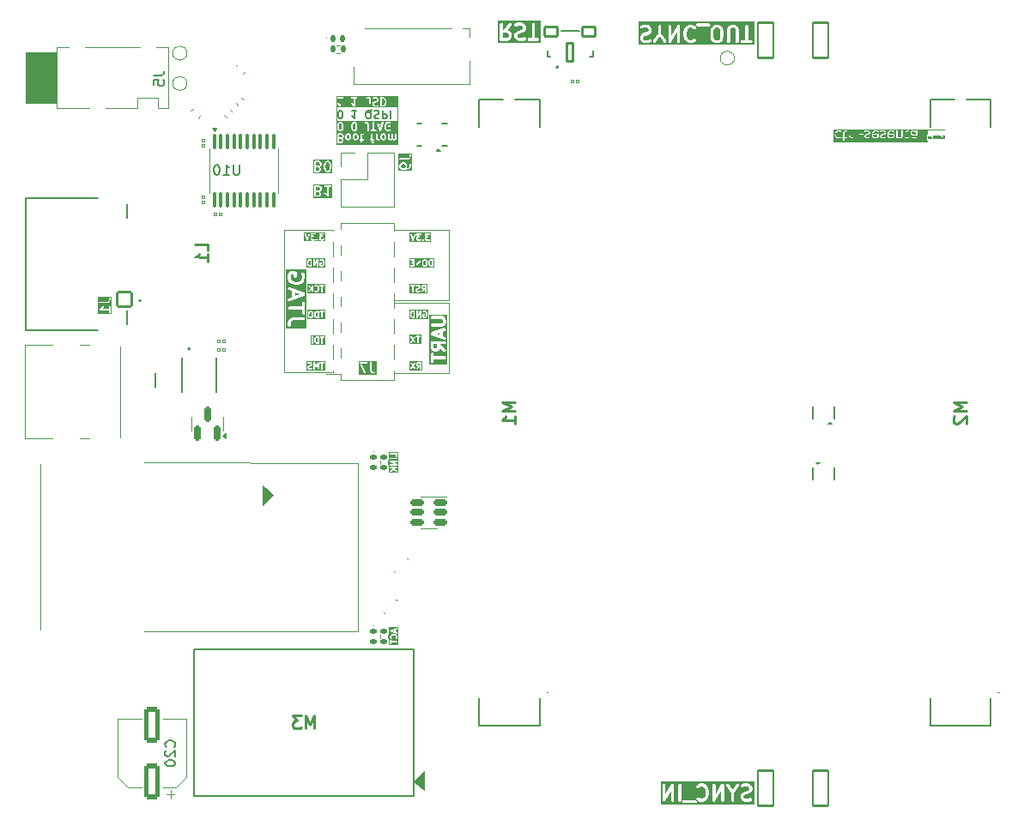
<source format=gbr>
%TF.GenerationSoftware,KiCad,Pcbnew,9.0.3*%
%TF.CreationDate,2025-08-25T11:29:22-05:00*%
%TF.ProjectId,controller,636f6e74-726f-46c6-9c65-722e6b696361,rev?*%
%TF.SameCoordinates,Original*%
%TF.FileFunction,Legend,Bot*%
%TF.FilePolarity,Positive*%
%FSLAX46Y46*%
G04 Gerber Fmt 4.6, Leading zero omitted, Abs format (unit mm)*
G04 Created by KiCad (PCBNEW 9.0.3) date 2025-08-25 11:29:22*
%MOMM*%
%LPD*%
G01*
G04 APERTURE LIST*
G04 Aperture macros list*
%AMRoundRect*
0 Rectangle with rounded corners*
0 $1 Rounding radius*
0 $2 $3 $4 $5 $6 $7 $8 $9 X,Y pos of 4 corners*
0 Add a 4 corners polygon primitive as box body*
4,1,4,$2,$3,$4,$5,$6,$7,$8,$9,$2,$3,0*
0 Add four circle primitives for the rounded corners*
1,1,$1+$1,$2,$3*
1,1,$1+$1,$4,$5*
1,1,$1+$1,$6,$7*
1,1,$1+$1,$8,$9*
0 Add four rect primitives between the rounded corners*
20,1,$1+$1,$2,$3,$4,$5,0*
20,1,$1+$1,$4,$5,$6,$7,0*
20,1,$1+$1,$6,$7,$8,$9,0*
20,1,$1+$1,$8,$9,$2,$3,0*%
%AMRotRect*
0 Rectangle, with rotation*
0 The origin of the aperture is its center*
0 $1 length*
0 $2 width*
0 $3 Rotation angle, in degrees counterclockwise*
0 Add horizontal line*
21,1,$1,$2,0,0,$3*%
%AMFreePoly0*
4,1,19,0.434954,0.932520,0.472008,0.881520,0.477000,0.850000,0.477000,-0.850000,0.457520,-0.909954,0.406520,-0.947008,0.375000,-0.952000,-0.375000,-0.952000,-0.434954,-0.932520,-0.472008,-0.881520,-0.477000,-0.850000,-0.477000,0.475000,-0.457520,0.534954,-0.447125,0.547125,-0.072125,0.922125,-0.015956,0.950744,0.000000,0.952000,0.375000,0.952000,0.434954,0.932520,0.434954,0.932520,
$1*%
%AMFreePoly1*
4,1,19,0.059954,0.932520,0.072125,0.922125,0.447125,0.547125,0.475744,0.490956,0.477000,0.475000,0.477000,-0.850000,0.457520,-0.909954,0.406520,-0.947008,0.375000,-0.952000,-0.375000,-0.952000,-0.434954,-0.932520,-0.472008,-0.881520,-0.477000,-0.850000,-0.477000,0.850000,-0.457520,0.909954,-0.406520,0.947008,-0.375000,0.952000,0.000000,0.952000,0.059954,0.932520,0.059954,0.932520,
$1*%
G04 Aperture macros list end*
%ADD10C,0.100000*%
%ADD11C,0.150000*%
%ADD12C,0.140000*%
%ADD13C,0.300000*%
%ADD14C,0.254000*%
%ADD15C,0.200000*%
%ADD16C,0.120000*%
%ADD17C,0.152400*%
%ADD18C,0.127000*%
%ADD19C,0.010000*%
%ADD20R,0.900000X0.400000*%
%ADD21C,3.700000*%
%ADD22RoundRect,0.102000X-0.750000X1.750000X-0.750000X-1.750000X0.750000X-1.750000X0.750000X1.750000X0*%
%ADD23RoundRect,0.102000X0.750000X-1.750000X0.750000X1.750000X-0.750000X1.750000X-0.750000X-1.750000X0*%
%ADD24C,1.700000*%
%ADD25R,0.600000X1.250000*%
%ADD26R,1.200000X3.790000*%
%ADD27R,1.450000X1.400000*%
%ADD28R,1.000000X0.600000*%
%ADD29R,0.950000X0.850000*%
%ADD30RoundRect,0.147500X-0.147500X-0.172500X0.147500X-0.172500X0.147500X0.172500X-0.147500X0.172500X0*%
%ADD31RoundRect,0.040000X-0.140000X-0.120000X0.140000X-0.120000X0.140000X0.120000X-0.140000X0.120000X0*%
%ADD32C,1.000000*%
%ADD33R,3.810000X1.830000*%
%ADD34R,1.830000X3.810000*%
%ADD35RoundRect,0.040000X-0.120000X0.140000X-0.120000X-0.140000X0.120000X-0.140000X0.120000X0.140000X0*%
%ADD36RoundRect,0.147500X-0.172500X0.147500X-0.172500X-0.147500X0.172500X-0.147500X0.172500X0.147500X0*%
%ADD37R,0.203200X1.066800*%
%ADD38R,0.762000X0.203200*%
%ADD39RoundRect,0.225000X-0.017678X0.335876X-0.335876X0.017678X0.017678X-0.335876X0.335876X-0.017678X0*%
%ADD40RoundRect,0.225000X0.017678X-0.335876X0.335876X-0.017678X-0.017678X0.335876X-0.335876X0.017678X0*%
%ADD41C,0.800000*%
%ADD42C,1.200000*%
%ADD43R,2.000000X0.500000*%
%ADD44RoundRect,0.135000X0.226274X0.035355X0.035355X0.226274X-0.226274X-0.035355X-0.035355X-0.226274X0*%
%ADD45RoundRect,0.150000X0.150000X-0.587500X0.150000X0.587500X-0.150000X0.587500X-0.150000X-0.587500X0*%
%ADD46C,0.900000*%
%ADD47FreePoly0,0.000000*%
%ADD48RoundRect,0.102000X-0.300000X-0.900000X0.300000X-0.900000X0.300000X0.900000X-0.300000X0.900000X0*%
%ADD49FreePoly1,0.000000*%
%ADD50RoundRect,0.102000X-0.650000X-0.450000X0.650000X-0.450000X0.650000X0.450000X-0.650000X0.450000X0*%
%ADD51R,1.500000X4.000000*%
%ADD52RoundRect,0.250000X0.550000X-1.500000X0.550000X1.500000X-0.550000X1.500000X-0.550000X-1.500000X0*%
%ADD53C,3.150000*%
%ADD54C,1.545000*%
%ADD55C,1.400000*%
%ADD56C,2.400000*%
%ADD57RoundRect,0.100000X-0.100000X0.637500X-0.100000X-0.637500X0.100000X-0.637500X0.100000X0.637500X0*%
%ADD58RoundRect,0.102000X0.714000X-0.714000X0.714000X0.714000X-0.714000X0.714000X-0.714000X-0.714000X0*%
%ADD59C,1.632000*%
%ADD60O,2.420000X1.312000*%
%ADD61R,0.320000X0.360000*%
%ADD62RotRect,0.250000X0.400000X45.000000*%
%ADD63RotRect,0.400000X0.700000X315.000000*%
%ADD64R,3.150000X1.000000*%
%ADD65R,1.700000X1.700000*%
%ADD66R,0.304800X0.812800*%
%ADD67R,2.489200X1.752600*%
%ADD68RoundRect,0.135000X-0.185000X0.135000X-0.185000X-0.135000X0.185000X-0.135000X0.185000X0.135000X0*%
%ADD69C,0.700000*%
%ADD70O,1.700000X0.900000*%
%ADD71O,2.400000X0.900000*%
%ADD72R,0.860000X1.820000*%
%ADD73RoundRect,0.150000X0.512500X0.150000X-0.512500X0.150000X-0.512500X-0.150000X0.512500X-0.150000X0*%
%ADD74RoundRect,0.135000X0.135000X0.185000X-0.135000X0.185000X-0.135000X-0.185000X0.135000X-0.185000X0*%
G04 APERTURE END LIST*
D10*
X-13690000Y38015000D02*
X-8845000Y38015000D01*
X-8845000Y23980000D01*
X-13690000Y23980000D01*
X-13690000Y38015000D01*
X-8580000Y51290000D02*
X-2530000Y51290000D01*
X-2530000Y46540000D01*
X-8580000Y46540000D01*
X-8580000Y51290000D01*
G36*
X-3110000Y48820000D02*
G01*
X-2520000Y48820000D01*
X-2520000Y47690000D01*
X-3110000Y47690000D01*
X-3110000Y48820000D01*
G37*
X-2860000Y30880000D02*
X2540000Y30880000D01*
X2540000Y23950000D01*
X-2860000Y23950000D01*
X-2860000Y30880000D01*
X-2860000Y38010000D02*
X2540000Y38010000D01*
X2540000Y31080000D01*
X-2860000Y31080000D01*
X-2860000Y38010000D01*
G36*
X-3520000Y51270000D02*
G01*
X-2500000Y51270000D01*
X-2500000Y50130000D01*
X-3520000Y50130000D01*
X-3520000Y51270000D01*
G37*
D11*
G36*
X235571Y35000020D02*
G01*
X269418Y34966172D01*
X290713Y34880995D01*
X290713Y34699464D01*
X269418Y34614287D01*
X235571Y34580439D01*
X205152Y34565229D01*
X126275Y34565229D01*
X95853Y34580440D01*
X62006Y34614287D01*
X40713Y34699463D01*
X40713Y34880996D01*
X62006Y34966172D01*
X95853Y35000019D01*
X126275Y35015229D01*
X205152Y35015229D01*
X235571Y35000020D01*
G37*
G36*
X862141Y34565229D02*
G01*
X806453Y34565229D01*
X749084Y34584352D01*
X713065Y34620371D01*
X693621Y34659261D01*
X669284Y34756607D01*
X669284Y34823852D01*
X693621Y34921198D01*
X713065Y34960088D01*
X749084Y34996106D01*
X806453Y35015229D01*
X862141Y35015229D01*
X862141Y34565229D01*
G37*
G36*
X1087141Y34340229D02*
G01*
X-1354274Y34340229D01*
X-1354274Y35104861D01*
X-1279274Y35104861D01*
X-1279274Y35075597D01*
X-1268075Y35048561D01*
X-1247383Y35027869D01*
X-1220347Y35016670D01*
X-1205715Y35015229D01*
X-995001Y35015229D01*
X-995001Y34879515D01*
X-1120001Y34879515D01*
X-1134633Y34878074D01*
X-1161669Y34866875D01*
X-1182361Y34846183D01*
X-1193560Y34819147D01*
X-1193560Y34789883D01*
X-1182361Y34762847D01*
X-1161669Y34742155D01*
X-1134633Y34730956D01*
X-1120001Y34729515D01*
X-995001Y34729515D01*
X-995001Y34565229D01*
X-1205715Y34565229D01*
X-1220347Y34563788D01*
X-1247383Y34552589D01*
X-1268075Y34531897D01*
X-1279274Y34504861D01*
X-1279274Y34475597D01*
X-1268075Y34448561D01*
X-1247383Y34427869D01*
X-1220347Y34416670D01*
X-1205715Y34415229D01*
X-920001Y34415229D01*
X-905369Y34416670D01*
X-878333Y34427869D01*
X-857641Y34448561D01*
X-846442Y34475597D01*
X-845001Y34490229D01*
X-845001Y35090229D01*
X-709287Y35090229D01*
X-709287Y34490229D01*
X-708917Y34486466D01*
X-709104Y34484990D01*
X-708583Y34483080D01*
X-707846Y34475597D01*
X-704029Y34466382D01*
X-701404Y34456758D01*
X-698477Y34452978D01*
X-696647Y34448561D01*
X-689597Y34441511D01*
X-683487Y34433621D01*
X-679334Y34431248D01*
X-675955Y34427869D01*
X-666743Y34424053D01*
X-658078Y34419102D01*
X-653335Y34418500D01*
X-648919Y34416670D01*
X-638945Y34416670D01*
X-629048Y34415412D01*
X-624436Y34416670D01*
X-619655Y34416670D01*
X-610440Y34420488D01*
X-600816Y34423112D01*
X-597036Y34426040D01*
X-592619Y34427869D01*
X-585569Y34434920D01*
X-577679Y34441029D01*
X-573327Y34447162D01*
X-571927Y34448561D01*
X-571358Y34449936D01*
X-569169Y34453019D01*
X-366430Y34807813D01*
X-366430Y34490229D01*
X-364989Y34475597D01*
X-353790Y34448561D01*
X-333098Y34427869D01*
X-306062Y34416670D01*
X-276798Y34416670D01*
X-249762Y34427869D01*
X-229070Y34448561D01*
X-217871Y34475597D01*
X-216430Y34490229D01*
X-216430Y34890229D01*
X-109287Y34890229D01*
X-109287Y34690229D01*
X-109036Y34687680D01*
X-109199Y34686584D01*
X-108388Y34681100D01*
X-107846Y34675597D01*
X-107424Y34674577D01*
X-107048Y34672039D01*
X-78477Y34557753D01*
X-73530Y34543908D01*
X-70211Y34539428D01*
X-68076Y34534275D01*
X-58749Y34522910D01*
X-1606Y34465767D01*
X4146Y34461047D01*
X5444Y34459550D01*
X7699Y34458131D01*
X9759Y34456440D01*
X11588Y34455683D01*
X17886Y34451718D01*
X75030Y34423147D01*
X88762Y34417892D01*
X91448Y34417702D01*
X93938Y34416670D01*
X108570Y34415229D01*
X222856Y34415229D01*
X237488Y34416670D01*
X239977Y34417702D01*
X242665Y34417892D01*
X256397Y34423147D01*
X313540Y34451718D01*
X319839Y34455683D01*
X321667Y34456440D01*
X323723Y34458129D01*
X325983Y34459550D01*
X327282Y34461049D01*
X333032Y34465767D01*
X390175Y34522911D01*
X399502Y34534276D01*
X401635Y34539427D01*
X404955Y34543907D01*
X409902Y34557753D01*
X438474Y34672038D01*
X438849Y34674577D01*
X439272Y34675597D01*
X439814Y34681109D01*
X440624Y34686583D01*
X440461Y34687676D01*
X440713Y34690229D01*
X440713Y34833086D01*
X519284Y34833086D01*
X519284Y34747372D01*
X519535Y34744819D01*
X519373Y34743726D01*
X520182Y34738253D01*
X520725Y34732740D01*
X521147Y34731719D01*
X521523Y34729182D01*
X550095Y34614896D01*
X550480Y34613817D01*
X550519Y34613277D01*
X552846Y34607196D01*
X555042Y34601050D01*
X555364Y34600615D01*
X555774Y34599545D01*
X584345Y34542402D01*
X588309Y34536103D01*
X589067Y34534275D01*
X590755Y34532219D01*
X592177Y34529959D01*
X593675Y34528660D01*
X598394Y34522910D01*
X655537Y34465767D01*
X666902Y34456440D01*
X669392Y34455409D01*
X671428Y34453643D01*
X684853Y34447649D01*
X770567Y34419078D01*
X777820Y34417429D01*
X779652Y34416670D01*
X782306Y34416409D01*
X784904Y34415818D01*
X786878Y34415959D01*
X794284Y34415229D01*
X937141Y34415229D01*
X951773Y34416670D01*
X978809Y34427869D01*
X999501Y34448561D01*
X1010700Y34475597D01*
X1012141Y34490229D01*
X1012141Y35090229D01*
X1010700Y35104861D01*
X999501Y35131897D01*
X978809Y35152589D01*
X951773Y35163788D01*
X937141Y35165229D01*
X794284Y35165229D01*
X786878Y35164500D01*
X784904Y35164640D01*
X782306Y35164050D01*
X779652Y35163788D01*
X777820Y35163030D01*
X770567Y35161380D01*
X684853Y35132809D01*
X671428Y35126815D01*
X669392Y35125050D01*
X666902Y35124018D01*
X655537Y35114691D01*
X598394Y35057548D01*
X593675Y35051799D01*
X592177Y35050499D01*
X590755Y35048240D01*
X589067Y35046183D01*
X588309Y35044356D01*
X584345Y35038056D01*
X555774Y34980913D01*
X555364Y34979844D01*
X555042Y34979408D01*
X552846Y34973263D01*
X550519Y34967181D01*
X550480Y34966642D01*
X550095Y34965562D01*
X521523Y34851276D01*
X521147Y34848740D01*
X520725Y34847718D01*
X520182Y34842206D01*
X519373Y34836732D01*
X519535Y34835640D01*
X519284Y34833086D01*
X440713Y34833086D01*
X440713Y34890229D01*
X440461Y34892783D01*
X440624Y34893875D01*
X439814Y34899350D01*
X439272Y34904861D01*
X438849Y34905882D01*
X438474Y34908420D01*
X409902Y35022705D01*
X404955Y35036551D01*
X401635Y35041032D01*
X399502Y35046182D01*
X390175Y35057547D01*
X333032Y35114691D01*
X327282Y35119410D01*
X325983Y35120908D01*
X323723Y35122330D01*
X321667Y35124018D01*
X319839Y35124776D01*
X313540Y35128740D01*
X256397Y35157311D01*
X242665Y35162566D01*
X239977Y35162757D01*
X237488Y35163788D01*
X222856Y35165229D01*
X108570Y35165229D01*
X93938Y35163788D01*
X91448Y35162757D01*
X88762Y35162566D01*
X75030Y35157311D01*
X17886Y35128740D01*
X11588Y35124776D01*
X9759Y35124018D01*
X7699Y35122328D01*
X5444Y35120908D01*
X4146Y35119412D01*
X-1606Y35114691D01*
X-58749Y35057548D01*
X-68076Y35046183D01*
X-70211Y35041031D01*
X-73530Y35036550D01*
X-78477Y35022705D01*
X-107048Y34908419D01*
X-107424Y34905882D01*
X-107846Y34904861D01*
X-108388Y34899359D01*
X-109199Y34893874D01*
X-109036Y34892779D01*
X-109287Y34890229D01*
X-216430Y34890229D01*
X-216430Y35090229D01*
X-216801Y35093993D01*
X-216613Y35095468D01*
X-217135Y35097379D01*
X-217871Y35104861D01*
X-221689Y35114077D01*
X-224313Y35123700D01*
X-227241Y35127481D01*
X-229070Y35131897D01*
X-236121Y35138948D01*
X-242230Y35146837D01*
X-246384Y35149211D01*
X-249762Y35152589D01*
X-258973Y35156405D01*
X-267638Y35161356D01*
X-272383Y35161960D01*
X-276798Y35163788D01*
X-286772Y35163788D01*
X-296669Y35165046D01*
X-301282Y35163788D01*
X-306062Y35163788D01*
X-315275Y35159973D01*
X-324900Y35157347D01*
X-328682Y35154419D01*
X-333098Y35152589D01*
X-340151Y35145537D01*
X-348037Y35139429D01*
X-352391Y35133297D01*
X-353790Y35131897D01*
X-354359Y35130524D01*
X-356548Y35127440D01*
X-559287Y34772647D01*
X-559287Y35090229D01*
X-560728Y35104861D01*
X-571927Y35131897D01*
X-592619Y35152589D01*
X-619655Y35163788D01*
X-648919Y35163788D01*
X-675955Y35152589D01*
X-696647Y35131897D01*
X-707846Y35104861D01*
X-709287Y35090229D01*
X-845001Y35090229D01*
X-846442Y35104861D01*
X-857641Y35131897D01*
X-878333Y35152589D01*
X-905369Y35163788D01*
X-920001Y35165229D01*
X-1205715Y35165229D01*
X-1220347Y35163788D01*
X-1247383Y35152589D01*
X-1268075Y35131897D01*
X-1279274Y35104861D01*
X-1354274Y35104861D01*
X-1354274Y35240229D01*
X1087141Y35240229D01*
X1087141Y34340229D01*
G37*
D12*
G36*
X50051696Y47307989D02*
G01*
X50100947Y47292208D01*
X50137413Y47268123D01*
X50164570Y47234383D01*
X50181726Y47190360D01*
X50187971Y47132874D01*
X50181707Y47075363D01*
X50164539Y47031596D01*
X50137413Y46998296D01*
X50100998Y46974557D01*
X50051750Y46958973D01*
X49985738Y46953172D01*
X49813608Y46953172D01*
X49813608Y47313858D01*
X49985738Y47313858D01*
X50051696Y47307989D01*
G37*
G36*
X44829466Y47408136D02*
G01*
X44821147Y47341988D01*
X44801315Y47288185D01*
X44770665Y47244188D01*
X44729814Y47210374D01*
X44680994Y47189887D01*
X44621799Y47182699D01*
X44553930Y47189743D01*
X44498571Y47209551D01*
X44453027Y47241440D01*
X44425653Y47272658D01*
X44404471Y47310245D01*
X44389505Y47355346D01*
X44381342Y47409479D01*
X44829466Y47408136D01*
G37*
G36*
X46375035Y47408136D02*
G01*
X46366716Y47341988D01*
X46346884Y47288185D01*
X46316233Y47244188D01*
X46275382Y47210374D01*
X46226563Y47189887D01*
X46167367Y47182699D01*
X46099498Y47189743D01*
X46044140Y47209551D01*
X45998596Y47241440D01*
X45971222Y47272658D01*
X45950039Y47310245D01*
X45935073Y47355346D01*
X45926910Y47409479D01*
X46375035Y47408136D01*
G37*
G36*
X48429634Y47768065D02*
G01*
X48473422Y47754137D01*
X48511824Y47731378D01*
X48545743Y47699151D01*
X48572364Y47660791D01*
X48591935Y47616057D01*
X48604272Y47563762D01*
X48608636Y47502413D01*
X48608636Y47475058D01*
X48484316Y47475058D01*
X48382124Y47480034D01*
X48315265Y47492444D01*
X48273901Y47509252D01*
X48248802Y47528847D01*
X48230754Y47554227D01*
X48219310Y47586630D01*
X48215160Y47628076D01*
X48220315Y47670773D01*
X48234917Y47705468D01*
X48258880Y47734017D01*
X48290170Y47754903D01*
X48329506Y47768134D01*
X48379109Y47772912D01*
X48429634Y47768065D01*
G37*
G36*
X51451969Y46684952D02*
G01*
X40484589Y46684952D01*
X40484589Y46796063D01*
X42662910Y46796063D01*
X42788634Y46796063D01*
X42788634Y47420409D01*
X43046554Y47420409D01*
X43415422Y47420409D01*
X43415422Y47532455D01*
X43046554Y47532455D01*
X43046554Y47420409D01*
X42788634Y47420409D01*
X42788634Y47830309D01*
X43527591Y47830309D01*
X43527591Y47701838D01*
X43596639Y47733220D01*
X43664184Y47755144D01*
X43732424Y47768549D01*
X43798090Y47772912D01*
X43856885Y47768998D01*
X43901424Y47758518D01*
X43934744Y47742870D01*
X43961641Y47719669D01*
X43977201Y47691943D01*
X43982554Y47658118D01*
X43978397Y47625207D01*
X43966743Y47599375D01*
X43947688Y47578922D01*
X43922126Y47563960D01*
X43875042Y47546596D01*
X43796746Y47526960D01*
X43753027Y47516030D01*
X43677085Y47494748D01*
X43622669Y47469373D01*
X43584988Y47440925D01*
X43556898Y47404173D01*
X43539373Y47358158D01*
X43533086Y47300180D01*
X43538190Y47248328D01*
X43552724Y47204489D01*
X43576301Y47167027D01*
X43609595Y47134889D01*
X43648803Y47110634D01*
X43696645Y47092284D01*
X43754840Y47080423D01*
X43825445Y47076148D01*
X43895208Y47078628D01*
X43957947Y47085735D01*
X44017735Y47098537D01*
X44071336Y47117120D01*
X44071336Y47234601D01*
X44015767Y47210626D01*
X43959290Y47193629D01*
X43901393Y47183388D01*
X43841809Y47179952D01*
X43779114Y47183796D01*
X43733248Y47193906D01*
X43700393Y47208650D01*
X43674178Y47231045D01*
X43658730Y47259114D01*
X43653315Y47294746D01*
X43657210Y47322179D01*
X43668437Y47344776D01*
X43687448Y47363744D01*
X43730739Y47385698D01*
X43822697Y47412227D01*
X43865073Y47420409D01*
X43953240Y47445525D01*
X44014667Y47473208D01*
X44028743Y47483240D01*
X44244688Y47483240D01*
X44250265Y47409479D01*
X44251727Y47390144D01*
X44271624Y47311114D01*
X44303252Y47243730D01*
X44346476Y47186119D01*
X44389316Y47147054D01*
X44437268Y47116707D01*
X44491052Y47094641D01*
X44551677Y47080929D01*
X44620394Y47076148D01*
X44696265Y47082828D01*
X44761019Y47101841D01*
X44816749Y47132482D01*
X44864942Y47175189D01*
X44903095Y47226959D01*
X44931136Y47287924D01*
X44948846Y47359855D01*
X44955129Y47445016D01*
X44955129Y47506504D01*
X44375846Y47506504D01*
X44384593Y47571168D01*
X44401035Y47624527D01*
X44424356Y47668503D01*
X44454370Y47704585D01*
X44491414Y47733537D01*
X44535257Y47754758D01*
X44587234Y47768154D01*
X44649093Y47772912D01*
X44721772Y47768412D01*
X44790448Y47755144D01*
X44857271Y47733195D01*
X44925087Y47701838D01*
X44925087Y47819379D01*
X44896377Y47830309D01*
X45073159Y47830309D01*
X45073159Y47701838D01*
X45142208Y47733220D01*
X45209752Y47755144D01*
X45277993Y47768549D01*
X45343658Y47772912D01*
X45402453Y47768998D01*
X45446993Y47758518D01*
X45480312Y47742870D01*
X45507209Y47719669D01*
X45522770Y47691943D01*
X45528123Y47658118D01*
X45523965Y47625207D01*
X45512312Y47599375D01*
X45493257Y47578922D01*
X45467694Y47563960D01*
X45420611Y47546596D01*
X45342315Y47526960D01*
X45298596Y47516030D01*
X45222653Y47494748D01*
X45168237Y47469373D01*
X45130557Y47440925D01*
X45102467Y47404173D01*
X45084942Y47358158D01*
X45078655Y47300180D01*
X45083759Y47248328D01*
X45098292Y47204489D01*
X45121870Y47167027D01*
X45155164Y47134889D01*
X45194372Y47110634D01*
X45242214Y47092284D01*
X45300409Y47080423D01*
X45371014Y47076148D01*
X45440777Y47078628D01*
X45503515Y47085735D01*
X45563303Y47098537D01*
X45616905Y47117120D01*
X45616905Y47234601D01*
X45561336Y47210626D01*
X45504859Y47193629D01*
X45446962Y47183388D01*
X45387378Y47179952D01*
X45324683Y47183796D01*
X45278817Y47193906D01*
X45245961Y47208650D01*
X45219747Y47231045D01*
X45204298Y47259114D01*
X45198883Y47294746D01*
X45202779Y47322179D01*
X45214005Y47344776D01*
X45233016Y47363744D01*
X45276308Y47385698D01*
X45368266Y47412227D01*
X45410642Y47420409D01*
X45498809Y47445525D01*
X45560235Y47473208D01*
X45574311Y47483240D01*
X45790256Y47483240D01*
X45795834Y47409479D01*
X45797296Y47390144D01*
X45817193Y47311114D01*
X45848821Y47243730D01*
X45892045Y47186119D01*
X45934884Y47147054D01*
X45982837Y47116707D01*
X46036621Y47094641D01*
X46097246Y47080929D01*
X46165963Y47076148D01*
X46241834Y47082828D01*
X46279601Y47093917D01*
X46669286Y47093917D01*
X46796354Y47093917D01*
X46796354Y47212741D01*
X46828334Y47170007D01*
X46863338Y47136188D01*
X46901561Y47110281D01*
X46943745Y47091582D01*
X46990342Y47080110D01*
X47042245Y47076148D01*
X47107778Y47081825D01*
X47161564Y47097708D01*
X47205896Y47122854D01*
X47242402Y47157420D01*
X47264580Y47190882D01*
X47481272Y47190882D01*
X47481272Y47093917D01*
X47572802Y47093917D01*
X47572802Y46876663D01*
X47699869Y46876663D01*
X47699869Y46953172D01*
X49674267Y46953172D01*
X49674267Y46838378D01*
X49985738Y46838378D01*
X50074760Y46843901D01*
X50145837Y46859018D01*
X50202236Y46882073D01*
X50246650Y46912200D01*
X50283016Y46951854D01*
X50309688Y47000550D01*
X50326653Y47060214D01*
X50332746Y47133484D01*
X50327420Y47195916D01*
X50312377Y47248374D01*
X50288355Y47292731D01*
X50254908Y47330057D01*
X50212015Y47359363D01*
X50157868Y47380780D01*
X50200416Y47403101D01*
X50244635Y47445016D01*
X50284569Y47499828D01*
X50330059Y47580266D01*
X50411343Y47742870D01*
X50693248Y47742870D01*
X50907755Y47524273D01*
X51077198Y47347991D01*
X51137364Y47274334D01*
X51170743Y47221656D01*
X51190975Y47169752D01*
X51197427Y47119868D01*
X51190860Y47068702D01*
X51171881Y47025397D01*
X51140030Y46988038D01*
X51099100Y46960108D01*
X51050177Y46942848D01*
X50991103Y46936747D01*
X50926252Y46942161D01*
X50854449Y46959339D01*
X50781815Y46986572D01*
X50700087Y47026934D01*
X50700087Y46887593D01*
X50782612Y46858133D01*
X50855853Y46837767D01*
X50927033Y46824710D01*
X50988355Y46820670D01*
X51067614Y46826201D01*
X51134910Y46841802D01*
X51192208Y46866477D01*
X51241085Y46899927D01*
X51282252Y46942752D01*
X51311336Y46991428D01*
X51329154Y47047131D01*
X51335363Y47111625D01*
X51329332Y47173025D01*
X51311427Y47230510D01*
X51280800Y47287480D01*
X51226064Y47363012D01*
X51118170Y47477806D01*
X50858601Y47742870D01*
X51340858Y47742870D01*
X51340858Y47859008D01*
X50693248Y47859008D01*
X50693248Y47742870D01*
X50411343Y47742870D01*
X50469400Y47859008D01*
X50321816Y47859008D01*
X50190658Y47598034D01*
X50153172Y47530055D01*
X50120865Y47486683D01*
X50092961Y47461380D01*
X50059969Y47444028D01*
X50017732Y47432729D01*
X49963878Y47428591D01*
X49813608Y47428591D01*
X49813608Y47859008D01*
X49674267Y47859008D01*
X49674267Y46953172D01*
X47699869Y46953172D01*
X47699869Y47093917D01*
X47958034Y47093917D01*
X47958034Y47190882D01*
X47699869Y47190882D01*
X47699869Y47606216D01*
X47701699Y47636258D01*
X48089436Y47636258D01*
X48090204Y47628076D01*
X48095342Y47573306D01*
X48111956Y47521346D01*
X48138523Y47478161D01*
X48175532Y47442268D01*
X48219436Y47415691D01*
X48275267Y47395165D01*
X48345667Y47381640D01*
X48433758Y47376689D01*
X48608636Y47376689D01*
X48608636Y47363012D01*
X48601892Y47308307D01*
X48582925Y47264797D01*
X48551910Y47229838D01*
X48511554Y47204767D01*
X48459586Y47188606D01*
X48392786Y47182699D01*
X48327770Y47186467D01*
X48264314Y47197720D01*
X48203007Y47217118D01*
X48144086Y47245531D01*
X48144086Y47128050D01*
X48213565Y47105062D01*
X48278664Y47089154D01*
X48343287Y47079341D01*
X48405059Y47076148D01*
X48487943Y47082376D01*
X48554882Y47099597D01*
X48608894Y47126350D01*
X48652294Y47162244D01*
X48686096Y47207226D01*
X48711643Y47263865D01*
X48728256Y47334758D01*
X48734299Y47423156D01*
X48734299Y47859008D01*
X48608636Y47859008D01*
X48608636Y47742870D01*
X48577214Y47786152D01*
X48541775Y47820185D01*
X48502024Y47846002D01*
X48458019Y47863987D01*
X48406154Y47875405D01*
X48344915Y47879463D01*
X48286623Y47874906D01*
X48237073Y47862004D01*
X48194732Y47841436D01*
X48158435Y47813212D01*
X48128716Y47778005D01*
X48107349Y47737528D01*
X48094089Y47690751D01*
X48089436Y47636258D01*
X47701699Y47636258D01*
X47703734Y47669673D01*
X47712989Y47707052D01*
X47725087Y47727178D01*
X47744177Y47740381D01*
X47776559Y47749937D01*
X47828280Y47753800D01*
X47958034Y47753800D01*
X47958034Y47859008D01*
X47828280Y47859008D01*
X47753193Y47854649D01*
X47697468Y47843119D01*
X47656921Y47826238D01*
X47628123Y47805030D01*
X47606379Y47776745D01*
X47589092Y47736652D01*
X47577276Y47681247D01*
X47572802Y47606216D01*
X47572802Y47190882D01*
X47481272Y47190882D01*
X47264580Y47190882D01*
X47270160Y47199301D01*
X47291286Y47251646D01*
X47305055Y47316707D01*
X47310058Y47397206D01*
X47310058Y47859008D01*
X47184334Y47859008D01*
X47184334Y47401297D01*
X47178757Y47329373D01*
X47163976Y47276714D01*
X47141957Y47238753D01*
X47110200Y47209878D01*
X47068883Y47191934D01*
X47014951Y47185447D01*
X46965227Y47189791D01*
X46922864Y47202142D01*
X46886482Y47222020D01*
X46855094Y47249683D01*
X46830288Y47283235D01*
X46812022Y47322937D01*
X46800463Y47369985D01*
X46796354Y47425904D01*
X46796354Y47859008D01*
X46669286Y47859008D01*
X46669286Y47093917D01*
X46279601Y47093917D01*
X46306588Y47101841D01*
X46362318Y47132482D01*
X46410511Y47175189D01*
X46448664Y47226959D01*
X46476705Y47287924D01*
X46494414Y47359855D01*
X46500698Y47445016D01*
X46500698Y47506504D01*
X45921415Y47506504D01*
X45930162Y47571168D01*
X45946604Y47624527D01*
X45969924Y47668503D01*
X45999939Y47704585D01*
X46036983Y47733537D01*
X46080825Y47754758D01*
X46132803Y47768154D01*
X46194662Y47772912D01*
X46267341Y47768412D01*
X46336017Y47755144D01*
X46402840Y47733195D01*
X46470656Y47701838D01*
X46470656Y47819379D01*
X46401416Y47845739D01*
X46331254Y47864442D01*
X46259870Y47875710D01*
X46187823Y47879463D01*
X46114155Y47874748D01*
X46049485Y47861273D01*
X45992500Y47839727D01*
X45942105Y47810348D01*
X45897479Y47772912D01*
X45859806Y47728539D01*
X45830247Y47678350D01*
X45808568Y47621515D01*
X45795005Y47556925D01*
X45790256Y47483240D01*
X45574311Y47483240D01*
X45601212Y47502413D01*
X45632056Y47540415D01*
X45651127Y47587746D01*
X45657938Y47647188D01*
X45652470Y47698524D01*
X45636691Y47742973D01*
X45610642Y47782041D01*
X45573186Y47816632D01*
X45529841Y47842726D01*
X45477836Y47862351D01*
X45415531Y47874950D01*
X45340972Y47879463D01*
X45279012Y47876465D01*
X45213172Y47867190D01*
X45146353Y47852147D01*
X45073159Y47830309D01*
X44896377Y47830309D01*
X44855847Y47845739D01*
X44785686Y47864442D01*
X44714301Y47875710D01*
X44642254Y47879463D01*
X44568586Y47874748D01*
X44503917Y47861273D01*
X44446931Y47839727D01*
X44396536Y47810348D01*
X44351910Y47772912D01*
X44314237Y47728539D01*
X44284678Y47678350D01*
X44262999Y47621515D01*
X44249437Y47556925D01*
X44244688Y47483240D01*
X44028743Y47483240D01*
X44055644Y47502413D01*
X44086487Y47540415D01*
X44105559Y47587746D01*
X44112369Y47647188D01*
X44106901Y47698524D01*
X44091122Y47742973D01*
X44065073Y47782041D01*
X44027617Y47816632D01*
X43984273Y47842726D01*
X43932267Y47862351D01*
X43869962Y47874950D01*
X43795403Y47879463D01*
X43733443Y47876465D01*
X43667603Y47867190D01*
X43600785Y47852147D01*
X43527591Y47830309D01*
X42788634Y47830309D01*
X42788634Y47859008D01*
X42662910Y47859008D01*
X42662910Y46796063D01*
X40484589Y46796063D01*
X40484589Y47477806D01*
X40595700Y47477806D01*
X40602890Y47383946D01*
X40623125Y47305145D01*
X40655160Y47238743D01*
X40698831Y47182699D01*
X40741923Y47145221D01*
X40790730Y47115853D01*
X40846069Y47094329D01*
X40909043Y47080864D01*
X40980993Y47076148D01*
X41038064Y47079051D01*
X41094382Y47087750D01*
X41149399Y47102262D01*
X41202338Y47122555D01*
X41202338Y47190882D01*
X41340030Y47190882D01*
X41340030Y47093917D01*
X41431560Y47093917D01*
X41431560Y46876663D01*
X41558627Y46876663D01*
X41558627Y47093917D01*
X41816792Y47093917D01*
X41990570Y47093917D01*
X42117638Y47093917D01*
X42117638Y47212741D01*
X42146593Y47169605D01*
X42180618Y47135569D01*
X42220098Y47109610D01*
X42264118Y47091540D01*
X42315134Y47080163D01*
X42374459Y47076148D01*
X42403158Y47077492D01*
X42437352Y47081583D01*
X42438695Y47211398D01*
X42417203Y47200872D01*
X42392900Y47193629D01*
X42337578Y47188134D01*
X42285199Y47192864D01*
X42241581Y47206200D01*
X42205011Y47227524D01*
X42174302Y47257132D01*
X42150921Y47292687D01*
X42133233Y47336479D01*
X42121778Y47390211D01*
X42117638Y47455946D01*
X42117638Y47859008D01*
X41990570Y47859008D01*
X41990570Y47093917D01*
X41816792Y47093917D01*
X41816792Y47190882D01*
X41558627Y47190882D01*
X41558627Y47606216D01*
X41562492Y47669673D01*
X41571746Y47707052D01*
X41583845Y47727178D01*
X41602935Y47740381D01*
X41635317Y47749937D01*
X41687038Y47753800D01*
X41816792Y47753800D01*
X41816792Y47859008D01*
X41687038Y47859008D01*
X41611951Y47854649D01*
X41556226Y47843119D01*
X41515679Y47826238D01*
X41486881Y47805030D01*
X41465137Y47776745D01*
X41447850Y47736652D01*
X41436034Y47681247D01*
X41431560Y47606216D01*
X41431560Y47190882D01*
X41340030Y47190882D01*
X41202338Y47190882D01*
X41202338Y47240096D01*
X41147273Y47214686D01*
X41094382Y47197049D01*
X41040675Y47186278D01*
X40986427Y47182699D01*
X40925860Y47187997D01*
X40875190Y47202946D01*
X40832526Y47226825D01*
X40796528Y47259880D01*
X40768598Y47299939D01*
X40747746Y47348326D01*
X40734393Y47406703D01*
X40729606Y47477134D01*
X40734381Y47547507D01*
X40747718Y47606006D01*
X40768570Y47654648D01*
X40796528Y47695060D01*
X40832570Y47728434D01*
X40875250Y47752515D01*
X40925905Y47767577D01*
X40986427Y47772912D01*
X41040654Y47769169D01*
X41094382Y47757891D01*
X41147220Y47739435D01*
X41202338Y47712767D01*
X41202338Y47830309D01*
X41148105Y47851827D01*
X41092306Y47867190D01*
X41034689Y47876334D01*
X40972811Y47879463D01*
X40904050Y47874713D01*
X40843314Y47861083D01*
X40789373Y47839146D01*
X40741226Y47808980D01*
X40698159Y47770164D01*
X40654480Y47712797D01*
X40622663Y47646211D01*
X40602729Y47568645D01*
X40595700Y47477806D01*
X40484589Y47477806D01*
X40484589Y47990574D01*
X51451969Y47990574D01*
X51451969Y46684952D01*
G37*
D11*
G36*
X-962144Y29495229D02*
G01*
X-1017832Y29495229D01*
X-1075201Y29514352D01*
X-1111220Y29550371D01*
X-1130664Y29589261D01*
X-1155001Y29686607D01*
X-1155001Y29753852D01*
X-1130664Y29851198D01*
X-1111220Y29890088D01*
X-1075201Y29926106D01*
X-1017832Y29945229D01*
X-962144Y29945229D01*
X-962144Y29495229D01*
G37*
G36*
X519999Y29270229D02*
G01*
X-1380001Y29270229D01*
X-1380001Y29763086D01*
X-1305001Y29763086D01*
X-1305001Y29677372D01*
X-1304750Y29674819D01*
X-1304912Y29673726D01*
X-1304103Y29668253D01*
X-1303560Y29662740D01*
X-1303138Y29661719D01*
X-1302762Y29659182D01*
X-1274190Y29544896D01*
X-1273805Y29543817D01*
X-1273766Y29543277D01*
X-1271439Y29537196D01*
X-1269243Y29531050D01*
X-1268921Y29530615D01*
X-1268511Y29529545D01*
X-1239940Y29472402D01*
X-1235976Y29466103D01*
X-1235218Y29464275D01*
X-1233530Y29462219D01*
X-1232108Y29459959D01*
X-1230610Y29458660D01*
X-1225891Y29452910D01*
X-1168748Y29395767D01*
X-1157383Y29386440D01*
X-1154893Y29385409D01*
X-1152857Y29383643D01*
X-1139432Y29377649D01*
X-1053718Y29349078D01*
X-1046465Y29347429D01*
X-1044633Y29346670D01*
X-1041979Y29346409D01*
X-1039381Y29345818D01*
X-1037407Y29345959D01*
X-1030001Y29345229D01*
X-887144Y29345229D01*
X-872512Y29346670D01*
X-845476Y29357869D01*
X-824784Y29378561D01*
X-813585Y29405597D01*
X-812144Y29420229D01*
X-812144Y30020229D01*
X-676430Y30020229D01*
X-676430Y29420229D01*
X-676060Y29416466D01*
X-676247Y29414990D01*
X-675726Y29413080D01*
X-674989Y29405597D01*
X-671172Y29396382D01*
X-668547Y29386758D01*
X-665620Y29382978D01*
X-663790Y29378561D01*
X-656740Y29371511D01*
X-650630Y29363621D01*
X-646477Y29361248D01*
X-643098Y29357869D01*
X-633886Y29354053D01*
X-625221Y29349102D01*
X-620478Y29348500D01*
X-616062Y29346670D01*
X-606088Y29346670D01*
X-596191Y29345412D01*
X-591579Y29346670D01*
X-586798Y29346670D01*
X-577583Y29350488D01*
X-567959Y29353112D01*
X-564179Y29356040D01*
X-559762Y29357869D01*
X-552712Y29364920D01*
X-544822Y29371029D01*
X-540470Y29377162D01*
X-539070Y29378561D01*
X-538501Y29379936D01*
X-536312Y29383019D01*
X-333573Y29737813D01*
X-333573Y29420229D01*
X-332132Y29405597D01*
X-320933Y29378561D01*
X-300241Y29357869D01*
X-273205Y29346670D01*
X-243941Y29346670D01*
X-216905Y29357869D01*
X-196213Y29378561D01*
X-185014Y29405597D01*
X-183573Y29420229D01*
X-183573Y29677372D01*
X-76430Y29677372D01*
X-76430Y29477372D01*
X-74989Y29462740D01*
X-73837Y29459960D01*
X-63790Y29435704D01*
X-54463Y29424339D01*
X-25891Y29395767D01*
X-14526Y29386439D01*
X-12034Y29385407D01*
X-10000Y29383643D01*
X3425Y29377649D01*
X89139Y29349078D01*
X96392Y29347429D01*
X98224Y29346670D01*
X100878Y29346409D01*
X103476Y29345818D01*
X105450Y29345959D01*
X112856Y29345229D01*
X169999Y29345229D01*
X177404Y29345959D01*
X179379Y29345818D01*
X181976Y29346409D01*
X184631Y29346670D01*
X186462Y29347429D01*
X193716Y29349078D01*
X279429Y29377649D01*
X292855Y29383643D01*
X294890Y29385409D01*
X297381Y29386440D01*
X308746Y29395767D01*
X365889Y29452910D01*
X370609Y29458663D01*
X372106Y29459960D01*
X373525Y29462216D01*
X375216Y29464275D01*
X375973Y29466105D01*
X379938Y29472402D01*
X408509Y29529546D01*
X408917Y29530614D01*
X409241Y29531050D01*
X411442Y29537211D01*
X413764Y29543278D01*
X413802Y29543817D01*
X414188Y29544896D01*
X442760Y29659181D01*
X443135Y29661720D01*
X443558Y29662740D01*
X444100Y29668252D01*
X444910Y29673726D01*
X444747Y29674819D01*
X444999Y29677372D01*
X444999Y29763086D01*
X444747Y29765640D01*
X444910Y29766732D01*
X444100Y29772207D01*
X443558Y29777718D01*
X443135Y29778739D01*
X442760Y29781277D01*
X414188Y29895562D01*
X413802Y29896642D01*
X413764Y29897180D01*
X411442Y29903248D01*
X409241Y29909408D01*
X408917Y29909845D01*
X408509Y29910912D01*
X379938Y29968056D01*
X375973Y29974354D01*
X375216Y29976183D01*
X373525Y29978243D01*
X372106Y29980498D01*
X370609Y29981796D01*
X365889Y29987548D01*
X308746Y30044691D01*
X297381Y30054018D01*
X294890Y30055050D01*
X292855Y30056815D01*
X279429Y30062809D01*
X193716Y30091380D01*
X186462Y30093030D01*
X184631Y30093788D01*
X181976Y30094050D01*
X179379Y30094640D01*
X177404Y30094500D01*
X169999Y30095229D01*
X84285Y30095229D01*
X69653Y30093788D01*
X67163Y30092757D01*
X64477Y30092566D01*
X50745Y30087311D01*
X-6399Y30058740D01*
X-18841Y30050908D01*
X-38015Y30028800D01*
X-47269Y30001039D01*
X-45195Y29971849D01*
X-32108Y29945675D01*
X-10000Y29926501D01*
X17761Y29917247D01*
X46951Y29919321D01*
X60683Y29924576D01*
X101990Y29945229D01*
X157829Y29945229D01*
X215199Y29926106D01*
X251216Y29890089D01*
X270662Y29851197D01*
X294999Y29753852D01*
X294999Y29686607D01*
X270662Y29589262D01*
X251216Y29550370D01*
X215199Y29514353D01*
X157829Y29495229D01*
X125025Y29495229D01*
X73570Y29512381D01*
X73570Y29602372D01*
X112856Y29602372D01*
X127488Y29603813D01*
X154524Y29615012D01*
X175216Y29635704D01*
X186415Y29662740D01*
X186415Y29692004D01*
X175216Y29719040D01*
X154524Y29739732D01*
X127488Y29750931D01*
X112856Y29752372D01*
X-1430Y29752372D01*
X-16062Y29750931D01*
X-43098Y29739732D01*
X-63790Y29719040D01*
X-74989Y29692004D01*
X-76430Y29677372D01*
X-183573Y29677372D01*
X-183573Y30020229D01*
X-183944Y30023993D01*
X-183756Y30025468D01*
X-184278Y30027379D01*
X-185014Y30034861D01*
X-188832Y30044077D01*
X-191456Y30053700D01*
X-194384Y30057481D01*
X-196213Y30061897D01*
X-203264Y30068948D01*
X-209373Y30076837D01*
X-213527Y30079211D01*
X-216905Y30082589D01*
X-226116Y30086405D01*
X-234781Y30091356D01*
X-239526Y30091960D01*
X-243941Y30093788D01*
X-253915Y30093788D01*
X-263812Y30095046D01*
X-268425Y30093788D01*
X-273205Y30093788D01*
X-282418Y30089973D01*
X-292043Y30087347D01*
X-295825Y30084419D01*
X-300241Y30082589D01*
X-307294Y30075537D01*
X-315180Y30069429D01*
X-319534Y30063297D01*
X-320933Y30061897D01*
X-321502Y30060524D01*
X-323691Y30057440D01*
X-526430Y29702647D01*
X-526430Y30020229D01*
X-527871Y30034861D01*
X-539070Y30061897D01*
X-559762Y30082589D01*
X-586798Y30093788D01*
X-616062Y30093788D01*
X-643098Y30082589D01*
X-663790Y30061897D01*
X-674989Y30034861D01*
X-676430Y30020229D01*
X-812144Y30020229D01*
X-813585Y30034861D01*
X-824784Y30061897D01*
X-845476Y30082589D01*
X-872512Y30093788D01*
X-887144Y30095229D01*
X-1030001Y30095229D01*
X-1037407Y30094500D01*
X-1039381Y30094640D01*
X-1041979Y30094050D01*
X-1044633Y30093788D01*
X-1046465Y30093030D01*
X-1053718Y30091380D01*
X-1139432Y30062809D01*
X-1152857Y30056815D01*
X-1154893Y30055050D01*
X-1157383Y30054018D01*
X-1168748Y30044691D01*
X-1225891Y29987548D01*
X-1230610Y29981799D01*
X-1232108Y29980499D01*
X-1233530Y29978240D01*
X-1235218Y29976183D01*
X-1235976Y29974356D01*
X-1239940Y29968056D01*
X-1268511Y29910913D01*
X-1268921Y29909844D01*
X-1269243Y29909408D01*
X-1271439Y29903263D01*
X-1273766Y29897181D01*
X-1273805Y29896642D01*
X-1274190Y29895562D01*
X-1302762Y29781276D01*
X-1303138Y29778740D01*
X-1303560Y29777718D01*
X-1304103Y29772206D01*
X-1304912Y29766732D01*
X-1304750Y29765640D01*
X-1305001Y29763086D01*
X-1380001Y29763086D01*
X-1380001Y30170229D01*
X519999Y30170229D01*
X519999Y29270229D01*
G37*
G36*
X-342144Y24710943D02*
G01*
X-478010Y24710943D01*
X-508431Y24726154D01*
X-519790Y24737513D01*
X-535001Y24767935D01*
X-535001Y24818238D01*
X-519790Y24848661D01*
X-508431Y24860020D01*
X-478010Y24875229D01*
X-342144Y24875229D01*
X-342144Y24710943D01*
G37*
G36*
X-117144Y24200229D02*
G01*
X-1360001Y24200229D01*
X-1360001Y24950308D01*
X-1285001Y24950308D01*
X-1279322Y24921600D01*
X-1272405Y24908626D01*
X-1100141Y24650229D01*
X-1272405Y24391832D01*
X-1279322Y24378858D01*
X-1285001Y24350150D01*
X-1279262Y24321456D01*
X-1262979Y24297141D01*
X-1238630Y24280908D01*
X-1209922Y24275229D01*
X-1181228Y24280968D01*
X-1156913Y24297251D01*
X-1147597Y24308626D01*
X-1010001Y24515021D01*
X-872405Y24308627D01*
X-863090Y24297251D01*
X-838775Y24280968D01*
X-810080Y24275229D01*
X-781373Y24280908D01*
X-757023Y24297141D01*
X-740740Y24321456D01*
X-735001Y24350150D01*
X-740680Y24378858D01*
X-747597Y24391832D01*
X-919862Y24650229D01*
X-796052Y24835943D01*
X-685001Y24835943D01*
X-685001Y24750229D01*
X-683560Y24735597D01*
X-682530Y24733109D01*
X-682338Y24730419D01*
X-677083Y24716688D01*
X-648511Y24659545D01*
X-644548Y24653249D01*
X-643789Y24651418D01*
X-642098Y24649357D01*
X-640678Y24647102D01*
X-639183Y24645806D01*
X-634462Y24640053D01*
X-605891Y24611482D01*
X-600139Y24606762D01*
X-598842Y24605266D01*
X-596588Y24603847D01*
X-594526Y24602155D01*
X-592696Y24601397D01*
X-586399Y24597433D01*
X-543517Y24575992D01*
X-671443Y24393239D01*
X-678654Y24380425D01*
X-684983Y24351854D01*
X-679898Y24323037D01*
X-664171Y24298358D01*
X-640197Y24281576D01*
X-611626Y24275247D01*
X-582809Y24280332D01*
X-558130Y24296059D01*
X-548559Y24307219D01*
X-370952Y24560943D01*
X-342144Y24560943D01*
X-342144Y24350229D01*
X-340703Y24335597D01*
X-329504Y24308561D01*
X-308812Y24287869D01*
X-281776Y24276670D01*
X-252512Y24276670D01*
X-225476Y24287869D01*
X-204784Y24308561D01*
X-193585Y24335597D01*
X-192144Y24350229D01*
X-192144Y24950229D01*
X-193585Y24964861D01*
X-204784Y24991897D01*
X-225476Y25012589D01*
X-252512Y25023788D01*
X-267144Y25025229D01*
X-495715Y25025229D01*
X-510347Y25023788D01*
X-512837Y25022757D01*
X-515523Y25022566D01*
X-529255Y25017311D01*
X-586399Y24988740D01*
X-592695Y24984777D01*
X-594527Y24984018D01*
X-596589Y24982326D01*
X-598841Y24980908D01*
X-600138Y24979414D01*
X-605892Y24974690D01*
X-634463Y24946118D01*
X-639184Y24940367D01*
X-640678Y24939070D01*
X-642097Y24936817D01*
X-643790Y24934753D01*
X-644549Y24932922D01*
X-648511Y24926627D01*
X-677083Y24869484D01*
X-682338Y24855753D01*
X-682530Y24853064D01*
X-683560Y24850575D01*
X-685001Y24835943D01*
X-796052Y24835943D01*
X-747597Y24908626D01*
X-740680Y24921600D01*
X-735001Y24950308D01*
X-740740Y24979002D01*
X-757023Y25003317D01*
X-781373Y25019550D01*
X-810080Y25025229D01*
X-838775Y25019490D01*
X-863090Y25003207D01*
X-872405Y24991831D01*
X-1010001Y24785438D01*
X-1147597Y24991832D01*
X-1156913Y25003207D01*
X-1181228Y25019490D01*
X-1209922Y25025229D01*
X-1238630Y25019550D01*
X-1262979Y25003317D01*
X-1279262Y24979002D01*
X-1285001Y24950308D01*
X-1360001Y24950308D01*
X-1360001Y25100229D01*
X-117144Y25100229D01*
X-117144Y24200229D01*
G37*
G36*
X-9661441Y24190229D02*
G01*
X-11502857Y24190229D01*
X-11502857Y24511658D01*
X-11427857Y24511658D01*
X-11427857Y24454515D01*
X-11426416Y24439883D01*
X-11425385Y24437394D01*
X-11425194Y24434706D01*
X-11419939Y24420974D01*
X-11391368Y24363831D01*
X-11387404Y24357532D01*
X-11386646Y24355704D01*
X-11384958Y24353648D01*
X-11383536Y24351388D01*
X-11382038Y24350089D01*
X-11377319Y24344339D01*
X-11348747Y24315767D01*
X-11342997Y24311047D01*
X-11341698Y24309550D01*
X-11339444Y24308131D01*
X-11337382Y24306439D01*
X-11335550Y24305681D01*
X-11329255Y24301718D01*
X-11272113Y24273147D01*
X-11258381Y24267892D01*
X-11255694Y24267702D01*
X-11253204Y24266670D01*
X-11238572Y24265229D01*
X-11095714Y24265229D01*
X-11088309Y24265959D01*
X-11086334Y24265818D01*
X-11083737Y24266409D01*
X-11081082Y24266670D01*
X-11079251Y24267429D01*
X-11071997Y24269078D01*
X-10986284Y24297649D01*
X-10972858Y24303643D01*
X-10950751Y24322816D01*
X-10937664Y24348990D01*
X-10935589Y24378180D01*
X-10944843Y24405942D01*
X-10964017Y24428049D01*
X-10990190Y24441136D01*
X-11019380Y24443211D01*
X-11033717Y24439951D01*
X-11107884Y24415229D01*
X-11220867Y24415229D01*
X-11251287Y24430439D01*
X-11262648Y24441800D01*
X-11277857Y24472220D01*
X-11277857Y24493953D01*
X-11262647Y24524373D01*
X-11251287Y24535733D01*
X-11212396Y24555179D01*
X-11106096Y24581754D01*
X-11105017Y24582140D01*
X-11104477Y24582178D01*
X-11098396Y24584506D01*
X-11092250Y24586701D01*
X-11091815Y24587024D01*
X-11090745Y24587433D01*
X-11033602Y24616004D01*
X-11027305Y24619968D01*
X-11025474Y24620726D01*
X-11023415Y24622417D01*
X-11021159Y24623836D01*
X-11019861Y24625334D01*
X-11014109Y24630054D01*
X-10985538Y24658626D01*
X-10980821Y24664375D01*
X-10979323Y24665673D01*
X-10977902Y24667932D01*
X-10976211Y24669991D01*
X-10975454Y24671820D01*
X-10971490Y24678116D01*
X-10942918Y24735258D01*
X-10937664Y24748990D01*
X-10937474Y24751677D01*
X-10936441Y24754168D01*
X-10935000Y24768800D01*
X-10935000Y24825943D01*
X-10936441Y24840575D01*
X-10937472Y24843064D01*
X-10937663Y24845753D01*
X-10942918Y24859485D01*
X-10971490Y24916627D01*
X-10975453Y24922922D01*
X-10976211Y24924753D01*
X-10977905Y24926817D01*
X-10979323Y24929070D01*
X-10980818Y24930367D01*
X-10985538Y24936118D01*
X-10989649Y24940229D01*
X-10827858Y24940229D01*
X-10827858Y24340229D01*
X-10826417Y24325597D01*
X-10815218Y24298561D01*
X-10794526Y24277869D01*
X-10767490Y24266670D01*
X-10738226Y24266670D01*
X-10711190Y24277869D01*
X-10690498Y24298561D01*
X-10679299Y24325597D01*
X-10677858Y24340229D01*
X-10677858Y24602162D01*
X-10620822Y24479941D01*
X-10617648Y24474584D01*
X-10616988Y24472769D01*
X-10615813Y24471486D01*
X-10613328Y24467292D01*
X-10604923Y24459594D01*
X-10597224Y24451188D01*
X-10594205Y24449780D01*
X-10591747Y24447528D01*
X-10581038Y24443634D01*
X-10570706Y24438812D01*
X-10567375Y24438666D01*
X-10564246Y24437528D01*
X-10552858Y24438029D01*
X-10541470Y24437528D01*
X-10538342Y24438666D01*
X-10535010Y24438812D01*
X-10524679Y24443634D01*
X-10513969Y24447528D01*
X-10511512Y24449780D01*
X-10508492Y24451188D01*
X-10500794Y24459594D01*
X-10492388Y24467292D01*
X-10489905Y24471485D01*
X-10488728Y24472769D01*
X-10488068Y24474585D01*
X-10484894Y24479942D01*
X-10427858Y24602162D01*
X-10427858Y24340229D01*
X-10426417Y24325597D01*
X-10415218Y24298561D01*
X-10394526Y24277869D01*
X-10367490Y24266670D01*
X-10338226Y24266670D01*
X-10311190Y24277869D01*
X-10290498Y24298561D01*
X-10279299Y24325597D01*
X-10277858Y24340229D01*
X-10277858Y24940229D01*
X-10278806Y24949851D01*
X-10278728Y24951617D01*
X-10279073Y24952566D01*
X-10279299Y24954861D01*
X-10226416Y24954861D01*
X-10226416Y24925597D01*
X-10215217Y24898561D01*
X-10194525Y24877869D01*
X-10167489Y24866670D01*
X-10152857Y24865229D01*
X-10056429Y24865229D01*
X-10056429Y24340229D01*
X-10054988Y24325597D01*
X-10043789Y24298561D01*
X-10023097Y24277869D01*
X-9996061Y24266670D01*
X-9966797Y24266670D01*
X-9939761Y24277869D01*
X-9919069Y24298561D01*
X-9907870Y24325597D01*
X-9906429Y24340229D01*
X-9906429Y24865229D01*
X-9810000Y24865229D01*
X-9795368Y24866670D01*
X-9768332Y24877869D01*
X-9747640Y24898561D01*
X-9736441Y24925597D01*
X-9736441Y24954861D01*
X-9747640Y24981897D01*
X-9768332Y25002589D01*
X-9795368Y25013788D01*
X-9810000Y25015229D01*
X-10152857Y25015229D01*
X-10167489Y25013788D01*
X-10194525Y25002589D01*
X-10215217Y24981897D01*
X-10226416Y24954861D01*
X-10279299Y24954861D01*
X-10284281Y24966888D01*
X-10288728Y24979118D01*
X-10289858Y24980352D01*
X-10290498Y24981897D01*
X-10299704Y24991103D01*
X-10308492Y25000699D01*
X-10310008Y25001407D01*
X-10311190Y25002589D01*
X-10323212Y25007569D01*
X-10335010Y25013075D01*
X-10336682Y25013149D01*
X-10338226Y25013788D01*
X-10351245Y25013788D01*
X-10364246Y25014359D01*
X-10365816Y25013788D01*
X-10367490Y25013788D01*
X-10379517Y25008807D01*
X-10391747Y25004359D01*
X-10392981Y25003230D01*
X-10394526Y25002589D01*
X-10403732Y24993384D01*
X-10413328Y24984595D01*
X-10414503Y24982613D01*
X-10415218Y24981897D01*
X-10415896Y24980262D01*
X-10420822Y24971946D01*
X-10552859Y24689012D01*
X-10684894Y24971945D01*
X-10689820Y24980261D01*
X-10690498Y24981897D01*
X-10691214Y24982613D01*
X-10692388Y24984595D01*
X-10701985Y24993384D01*
X-10711190Y25002589D01*
X-10712736Y25003230D01*
X-10713969Y25004359D01*
X-10726200Y25008807D01*
X-10738226Y25013788D01*
X-10739900Y25013788D01*
X-10741470Y25014359D01*
X-10754471Y25013788D01*
X-10767490Y25013788D01*
X-10769035Y25013149D01*
X-10770706Y25013075D01*
X-10782505Y25007569D01*
X-10794526Y25002589D01*
X-10795709Y25001407D01*
X-10797224Y25000699D01*
X-10806013Y24991103D01*
X-10815218Y24981897D01*
X-10815859Y24980352D01*
X-10816988Y24979118D01*
X-10821436Y24966888D01*
X-10826417Y24954861D01*
X-10826644Y24952566D01*
X-10826988Y24951617D01*
X-10826911Y24949851D01*
X-10827858Y24940229D01*
X-10989649Y24940229D01*
X-11014109Y24964690D01*
X-11019861Y24969411D01*
X-11021159Y24970908D01*
X-11023415Y24972328D01*
X-11025474Y24974018D01*
X-11027305Y24974777D01*
X-11033602Y24978740D01*
X-11090745Y25007311D01*
X-11104477Y25012566D01*
X-11107165Y25012757D01*
X-11109654Y25013788D01*
X-11124286Y25015229D01*
X-11267143Y25015229D01*
X-11274549Y25014500D01*
X-11276523Y25014640D01*
X-11279121Y25014050D01*
X-11281775Y25013788D01*
X-11283607Y25013030D01*
X-11290860Y25011380D01*
X-11376574Y24982809D01*
X-11389999Y24976815D01*
X-11412107Y24957642D01*
X-11425193Y24931468D01*
X-11427268Y24902278D01*
X-11418014Y24874516D01*
X-11398841Y24852408D01*
X-11372667Y24839322D01*
X-11343477Y24837247D01*
X-11329140Y24840507D01*
X-11254974Y24865229D01*
X-11141990Y24865229D01*
X-11111572Y24850020D01*
X-11100212Y24838660D01*
X-11085000Y24808238D01*
X-11085000Y24786507D01*
X-11100212Y24756084D01*
X-11111572Y24744725D01*
X-11150461Y24725281D01*
X-11256762Y24698704D01*
X-11257842Y24698319D01*
X-11258381Y24698280D01*
X-11264463Y24695953D01*
X-11270608Y24693757D01*
X-11271044Y24693435D01*
X-11272113Y24693025D01*
X-11329255Y24664454D01*
X-11335550Y24660492D01*
X-11337382Y24659733D01*
X-11339444Y24658042D01*
X-11341698Y24656622D01*
X-11342997Y24655126D01*
X-11348747Y24650405D01*
X-11377319Y24621833D01*
X-11382040Y24616082D01*
X-11383535Y24614784D01*
X-11384955Y24612530D01*
X-11386646Y24610468D01*
X-11387405Y24608638D01*
X-11391368Y24602341D01*
X-11419939Y24545199D01*
X-11425194Y24531467D01*
X-11425385Y24528780D01*
X-11426416Y24526290D01*
X-11427857Y24511658D01*
X-11502857Y24511658D01*
X-11502857Y25090229D01*
X-9661441Y25090229D01*
X-9661441Y24190229D01*
G37*
G36*
X-8062410Y46985514D02*
G01*
X-8041528Y46964632D01*
X-8016793Y46915163D01*
X-8016793Y46874382D01*
X-8041528Y46824913D01*
X-8062410Y46804031D01*
X-8111879Y46779296D01*
X-8285840Y46779296D01*
X-8285840Y47010248D01*
X-8111879Y47010248D01*
X-8062410Y46985514D01*
G37*
G36*
X-8024316Y47404562D02*
G01*
X-8003433Y47383679D01*
X-7978697Y47334210D01*
X-7978697Y47255335D01*
X-8003433Y47205865D01*
X-8020403Y47188895D01*
X-8106344Y47160248D01*
X-8285840Y47160248D01*
X-8285840Y47429296D01*
X-8073784Y47429296D01*
X-8024316Y47404562D01*
G37*
G36*
X-7300505Y47404561D02*
G01*
X-7279622Y47383678D01*
X-7254888Y47334210D01*
X-7254888Y47141048D01*
X-7279622Y47091580D01*
X-7300505Y47070698D01*
X-7349974Y47045962D01*
X-7428849Y47045962D01*
X-7478319Y47070698D01*
X-7499202Y47091581D01*
X-7523936Y47141049D01*
X-7523936Y47334209D01*
X-7499202Y47383677D01*
X-7478319Y47404561D01*
X-7428849Y47429296D01*
X-7349974Y47429296D01*
X-7300505Y47404561D01*
G37*
G36*
X-6576695Y47404561D02*
G01*
X-6555812Y47383678D01*
X-6531078Y47334210D01*
X-6531078Y47141048D01*
X-6555812Y47091580D01*
X-6576695Y47070698D01*
X-6626164Y47045962D01*
X-6705039Y47045962D01*
X-6754509Y47070698D01*
X-6775392Y47091581D01*
X-6800126Y47141049D01*
X-6800126Y47334209D01*
X-6775392Y47383677D01*
X-6754509Y47404561D01*
X-6705039Y47429296D01*
X-6626164Y47429296D01*
X-6576695Y47404561D01*
G37*
G36*
X-3833837Y47404561D02*
G01*
X-3812954Y47383678D01*
X-3788220Y47334210D01*
X-3788220Y47141048D01*
X-3812954Y47091580D01*
X-3833837Y47070698D01*
X-3883306Y47045962D01*
X-3962181Y47045962D01*
X-4011651Y47070698D01*
X-4032534Y47091581D01*
X-4057268Y47141049D01*
X-4057268Y47334209D01*
X-4032534Y47383677D01*
X-4011651Y47404561D01*
X-3962181Y47429296D01*
X-3883306Y47429296D01*
X-3833837Y47404561D01*
G37*
G36*
X-2520759Y46540407D02*
G01*
X-8524729Y46540407D01*
X-8524729Y47504296D01*
X-8435840Y47504296D01*
X-8435840Y46704296D01*
X-8434399Y46689664D01*
X-8423200Y46662628D01*
X-8402508Y46641936D01*
X-8375472Y46630737D01*
X-8360840Y46629296D01*
X-8094174Y46629296D01*
X-8079542Y46630737D01*
X-8077053Y46631769D01*
X-8074365Y46631959D01*
X-8060633Y46637214D01*
X-7984442Y46675309D01*
X-7978143Y46679274D01*
X-7976315Y46680031D01*
X-7974259Y46681720D01*
X-7971999Y46683141D01*
X-7970700Y46684640D01*
X-7964950Y46689358D01*
X-7926855Y46727453D01*
X-7922137Y46733203D01*
X-7920638Y46734502D01*
X-7919217Y46736762D01*
X-7917528Y46738818D01*
X-7916771Y46740646D01*
X-7912806Y46746945D01*
X-7874711Y46823136D01*
X-7869456Y46836868D01*
X-7869266Y46839556D01*
X-7868234Y46842045D01*
X-7866793Y46856677D01*
X-7866793Y46932867D01*
X-7868234Y46947499D01*
X-7869266Y46949989D01*
X-7869456Y46952676D01*
X-7874711Y46966408D01*
X-7912806Y47042599D01*
X-7916771Y47048899D01*
X-7917528Y47050726D01*
X-7919217Y47052783D01*
X-7920638Y47055042D01*
X-7922137Y47056342D01*
X-7926855Y47062091D01*
X-7931370Y47066606D01*
X-7926854Y47070311D01*
X-7888759Y47108407D01*
X-7884039Y47114159D01*
X-7882544Y47115455D01*
X-7881125Y47117710D01*
X-7879432Y47119772D01*
X-7878674Y47121603D01*
X-7874711Y47127897D01*
X-7836616Y47204087D01*
X-7831361Y47217819D01*
X-7831171Y47220506D01*
X-7830138Y47222997D01*
X-7828697Y47237629D01*
X-7828697Y47351915D01*
X-7673936Y47351915D01*
X-7673936Y47123343D01*
X-7672495Y47108711D01*
X-7671465Y47106223D01*
X-7671273Y47103533D01*
X-7666018Y47089801D01*
X-7627922Y47013612D01*
X-7623959Y47007316D01*
X-7623200Y47005485D01*
X-7621509Y47003424D01*
X-7620089Y47001169D01*
X-7618594Y46999873D01*
X-7613873Y46994120D01*
X-7575778Y46956025D01*
X-7570026Y46951305D01*
X-7568729Y46949809D01*
X-7566474Y46948390D01*
X-7564413Y46946698D01*
X-7562585Y46945941D01*
X-7556287Y46941976D01*
X-7480097Y46903881D01*
X-7466365Y46898626D01*
X-7463679Y46898436D01*
X-7461187Y46897403D01*
X-7446555Y46895962D01*
X-7332269Y46895962D01*
X-7317637Y46897403D01*
X-7315149Y46898434D01*
X-7312459Y46898625D01*
X-7298728Y46903880D01*
X-7222537Y46941976D01*
X-7216241Y46945940D01*
X-7214410Y46946698D01*
X-7212349Y46948390D01*
X-7210094Y46949809D01*
X-7208798Y46951305D01*
X-7203045Y46956025D01*
X-7164950Y46994120D01*
X-7160232Y46999870D01*
X-7158733Y47001169D01*
X-7157312Y47003429D01*
X-7155623Y47005485D01*
X-7154866Y47007313D01*
X-7150901Y47013612D01*
X-7112806Y47089802D01*
X-7107551Y47103534D01*
X-7107361Y47106222D01*
X-7106329Y47108711D01*
X-7104888Y47123343D01*
X-7104888Y47351915D01*
X-6950126Y47351915D01*
X-6950126Y47123343D01*
X-6948685Y47108711D01*
X-6947655Y47106223D01*
X-6947463Y47103533D01*
X-6942208Y47089801D01*
X-6904112Y47013612D01*
X-6900149Y47007316D01*
X-6899390Y47005485D01*
X-6897699Y47003424D01*
X-6896279Y47001169D01*
X-6894784Y46999873D01*
X-6890063Y46994120D01*
X-6851968Y46956025D01*
X-6846216Y46951305D01*
X-6844919Y46949809D01*
X-6842664Y46948390D01*
X-6840603Y46946698D01*
X-6838775Y46945941D01*
X-6832477Y46941976D01*
X-6756287Y46903881D01*
X-6742555Y46898626D01*
X-6739869Y46898436D01*
X-6737377Y46897403D01*
X-6722745Y46895962D01*
X-6608459Y46895962D01*
X-6593827Y46897403D01*
X-6591339Y46898434D01*
X-6588649Y46898625D01*
X-6574918Y46903880D01*
X-6498727Y46941976D01*
X-6492431Y46945940D01*
X-6490600Y46946698D01*
X-6488539Y46948390D01*
X-6486284Y46949809D01*
X-6484988Y46951305D01*
X-6479235Y46956025D01*
X-6449666Y46985594D01*
X-6301065Y46985594D01*
X-6301065Y46956330D01*
X-6289866Y46929294D01*
X-6269174Y46908602D01*
X-6242138Y46897403D01*
X-6227506Y46895962D01*
X-6188220Y46895962D01*
X-6188220Y46704296D01*
X-6186779Y46689664D01*
X-6175580Y46662628D01*
X-6154888Y46641936D01*
X-6127852Y46630737D01*
X-6098588Y46630737D01*
X-6071552Y46641936D01*
X-6050860Y46662628D01*
X-6039661Y46689664D01*
X-6038220Y46704296D01*
X-6038220Y46895962D01*
X-5922744Y46895962D01*
X-5908112Y46897403D01*
X-5881076Y46908602D01*
X-5860384Y46929294D01*
X-5849185Y46956330D01*
X-5849185Y46985594D01*
X-5234398Y46985594D01*
X-5234398Y46956330D01*
X-5223199Y46929294D01*
X-5202507Y46908602D01*
X-5175471Y46897403D01*
X-5160839Y46895962D01*
X-5121553Y46895962D01*
X-5121553Y46818581D01*
X-5120112Y46803949D01*
X-5119081Y46801460D01*
X-5118890Y46798772D01*
X-5113635Y46785040D01*
X-5075540Y46708850D01*
X-5074000Y46706403D01*
X-5073615Y46705249D01*
X-5072370Y46703813D01*
X-5067708Y46696407D01*
X-5060604Y46690246D01*
X-5054442Y46683141D01*
X-5047037Y46678480D01*
X-5045600Y46677234D01*
X-5044447Y46676850D01*
X-5041999Y46675309D01*
X-4965809Y46637214D01*
X-4952077Y46631959D01*
X-4949390Y46631769D01*
X-4946900Y46630737D01*
X-4932268Y46629296D01*
X-4856077Y46629296D01*
X-4841445Y46630737D01*
X-4814409Y46641936D01*
X-4793717Y46662628D01*
X-4782518Y46689664D01*
X-4782518Y46718928D01*
X-4793717Y46745964D01*
X-4814409Y46766656D01*
X-4841445Y46777855D01*
X-4856077Y46779296D01*
X-4914563Y46779296D01*
X-4952557Y46798293D01*
X-4971553Y46836286D01*
X-4971553Y46895962D01*
X-4856077Y46895962D01*
X-4841445Y46897403D01*
X-4814409Y46908602D01*
X-4793717Y46929294D01*
X-4782518Y46956330D01*
X-4782518Y46985594D01*
X-4793717Y47012630D01*
X-4814409Y47033322D01*
X-4841445Y47044521D01*
X-4856077Y47045962D01*
X-4971553Y47045962D01*
X-4971553Y47504296D01*
X-4664410Y47504296D01*
X-4664410Y46970962D01*
X-4662969Y46956330D01*
X-4651770Y46929294D01*
X-4631078Y46908602D01*
X-4604042Y46897403D01*
X-4574778Y46897403D01*
X-4547742Y46908602D01*
X-4527050Y46929294D01*
X-4526081Y46931636D01*
X-4470571Y46903880D01*
X-4456839Y46898625D01*
X-4454150Y46898434D01*
X-4451661Y46897403D01*
X-4437029Y46895962D01*
X-4360839Y46895962D01*
X-4346207Y46897403D01*
X-4319171Y46908602D01*
X-4298479Y46929294D01*
X-4287280Y46956330D01*
X-4287280Y46985594D01*
X-4298479Y47012630D01*
X-4319171Y47033322D01*
X-4346207Y47044521D01*
X-4360839Y47045962D01*
X-4419324Y47045962D01*
X-4468793Y47070697D01*
X-4489676Y47091580D01*
X-4514410Y47141048D01*
X-4514410Y47351915D01*
X-4207268Y47351915D01*
X-4207268Y47123343D01*
X-4205827Y47108711D01*
X-4204797Y47106223D01*
X-4204605Y47103533D01*
X-4199350Y47089801D01*
X-4161254Y47013612D01*
X-4157291Y47007316D01*
X-4156532Y47005485D01*
X-4154841Y47003424D01*
X-4153421Y47001169D01*
X-4151926Y46999873D01*
X-4147205Y46994120D01*
X-4109110Y46956025D01*
X-4103358Y46951305D01*
X-4102061Y46949809D01*
X-4099806Y46948390D01*
X-4097745Y46946698D01*
X-4095917Y46945941D01*
X-4089619Y46941976D01*
X-4013429Y46903881D01*
X-3999697Y46898626D01*
X-3997011Y46898436D01*
X-3994519Y46897403D01*
X-3979887Y46895962D01*
X-3865601Y46895962D01*
X-3850969Y46897403D01*
X-3848481Y46898434D01*
X-3845791Y46898625D01*
X-3832060Y46903880D01*
X-3755869Y46941976D01*
X-3749573Y46945940D01*
X-3747742Y46946698D01*
X-3745681Y46948390D01*
X-3743426Y46949809D01*
X-3742130Y46951305D01*
X-3736377Y46956025D01*
X-3698282Y46994120D01*
X-3693564Y46999870D01*
X-3692065Y47001169D01*
X-3690644Y47003429D01*
X-3688955Y47005485D01*
X-3688198Y47007313D01*
X-3684233Y47013612D01*
X-3646138Y47089802D01*
X-3640883Y47103534D01*
X-3640693Y47106222D01*
X-3639661Y47108711D01*
X-3638220Y47123343D01*
X-3638220Y47351915D01*
X-3639661Y47366547D01*
X-3640693Y47369037D01*
X-3640883Y47371724D01*
X-3646138Y47385456D01*
X-3684233Y47461646D01*
X-3688198Y47467946D01*
X-3688955Y47469773D01*
X-3690644Y47471830D01*
X-3692065Y47474089D01*
X-3693564Y47475389D01*
X-3698282Y47481138D01*
X-3721440Y47504296D01*
X-3445362Y47504296D01*
X-3445362Y46970962D01*
X-3443921Y46956330D01*
X-3432722Y46929294D01*
X-3412030Y46908602D01*
X-3384994Y46897403D01*
X-3355730Y46897403D01*
X-3328694Y46908602D01*
X-3318817Y46918480D01*
X-3289619Y46903881D01*
X-3275887Y46898626D01*
X-3273201Y46898436D01*
X-3270709Y46897403D01*
X-3256077Y46895962D01*
X-3141791Y46895962D01*
X-3127159Y46897403D01*
X-3124671Y46898434D01*
X-3121981Y46898625D01*
X-3108250Y46903880D01*
X-3032059Y46941976D01*
X-3029613Y46943517D01*
X-3028458Y46943901D01*
X-3027505Y46944728D01*
X-3026552Y46943901D01*
X-3025398Y46943517D01*
X-3022951Y46941976D01*
X-2946761Y46903880D01*
X-2933029Y46898625D01*
X-2930340Y46898434D01*
X-2927851Y46897403D01*
X-2913219Y46895962D01*
X-2798934Y46895962D01*
X-2784302Y46897403D01*
X-2781814Y46898434D01*
X-2779124Y46898625D01*
X-2765393Y46903880D01*
X-2689202Y46941976D01*
X-2686756Y46943517D01*
X-2685601Y46943901D01*
X-2684163Y46945149D01*
X-2676759Y46949809D01*
X-2670600Y46956911D01*
X-2663493Y46963074D01*
X-2658832Y46970480D01*
X-2657586Y46971916D01*
X-2657202Y46973070D01*
X-2655661Y46975517D01*
X-2617566Y47051707D01*
X-2612311Y47065439D01*
X-2612121Y47068127D01*
X-2611089Y47070616D01*
X-2609648Y47085248D01*
X-2609648Y47504296D01*
X-2611089Y47518928D01*
X-2622288Y47545964D01*
X-2642980Y47566656D01*
X-2670016Y47577855D01*
X-2699280Y47577855D01*
X-2726316Y47566656D01*
X-2747008Y47545964D01*
X-2758207Y47518928D01*
X-2759648Y47504296D01*
X-2759648Y47102953D01*
X-2778645Y47064960D01*
X-2816639Y47045962D01*
X-2895514Y47045962D01*
X-2933509Y47064960D01*
X-2952505Y47102953D01*
X-2952505Y47504296D01*
X-2953946Y47518928D01*
X-2965145Y47545964D01*
X-2985837Y47566656D01*
X-3012873Y47577855D01*
X-3042137Y47577855D01*
X-3069173Y47566656D01*
X-3089865Y47545964D01*
X-3101064Y47518928D01*
X-3102505Y47504296D01*
X-3102505Y47102953D01*
X-3121502Y47064960D01*
X-3159496Y47045962D01*
X-3238371Y47045962D01*
X-3287841Y47070698D01*
X-3295362Y47078219D01*
X-3295362Y47504296D01*
X-3296803Y47518928D01*
X-3308002Y47545964D01*
X-3328694Y47566656D01*
X-3355730Y47577855D01*
X-3384994Y47577855D01*
X-3412030Y47566656D01*
X-3432722Y47545964D01*
X-3443921Y47518928D01*
X-3445362Y47504296D01*
X-3721440Y47504296D01*
X-3736377Y47519233D01*
X-3742130Y47523954D01*
X-3743426Y47525449D01*
X-3745681Y47526869D01*
X-3747742Y47528560D01*
X-3749573Y47529319D01*
X-3755869Y47533282D01*
X-3832060Y47571378D01*
X-3845791Y47576633D01*
X-3848481Y47576825D01*
X-3850969Y47577855D01*
X-3865601Y47579296D01*
X-3979887Y47579296D01*
X-3994519Y47577855D01*
X-3997011Y47576823D01*
X-3999697Y47576632D01*
X-4013429Y47571377D01*
X-4089619Y47533282D01*
X-4095917Y47529318D01*
X-4097745Y47528560D01*
X-4099806Y47526869D01*
X-4102061Y47525449D01*
X-4103358Y47523954D01*
X-4109110Y47519233D01*
X-4147205Y47481138D01*
X-4151926Y47475386D01*
X-4153421Y47474089D01*
X-4154841Y47471835D01*
X-4156532Y47469773D01*
X-4157291Y47467943D01*
X-4161254Y47461646D01*
X-4199350Y47385457D01*
X-4204605Y47371725D01*
X-4204797Y47369036D01*
X-4205827Y47366547D01*
X-4207268Y47351915D01*
X-4514410Y47351915D01*
X-4514410Y47504296D01*
X-4515851Y47518928D01*
X-4527050Y47545964D01*
X-4547742Y47566656D01*
X-4574778Y47577855D01*
X-4604042Y47577855D01*
X-4631078Y47566656D01*
X-4651770Y47545964D01*
X-4662969Y47518928D01*
X-4664410Y47504296D01*
X-4971553Y47504296D01*
X-4972994Y47518928D01*
X-4984193Y47545964D01*
X-5004885Y47566656D01*
X-5031921Y47577855D01*
X-5061185Y47577855D01*
X-5088221Y47566656D01*
X-5108913Y47545964D01*
X-5120112Y47518928D01*
X-5121553Y47504296D01*
X-5121553Y47045962D01*
X-5160839Y47045962D01*
X-5175471Y47044521D01*
X-5202507Y47033322D01*
X-5223199Y47012630D01*
X-5234398Y46985594D01*
X-5849185Y46985594D01*
X-5860384Y47012630D01*
X-5881076Y47033322D01*
X-5908112Y47044521D01*
X-5922744Y47045962D01*
X-6038220Y47045962D01*
X-6038220Y47372305D01*
X-6019224Y47410299D01*
X-5981229Y47429296D01*
X-5922744Y47429296D01*
X-5908112Y47430737D01*
X-5881076Y47441936D01*
X-5860384Y47462628D01*
X-5849185Y47489664D01*
X-5849185Y47518928D01*
X-5860384Y47545964D01*
X-5881076Y47566656D01*
X-5908112Y47577855D01*
X-5922744Y47579296D01*
X-5998935Y47579296D01*
X-6013567Y47577855D01*
X-6016059Y47576823D01*
X-6018745Y47576632D01*
X-6032477Y47571377D01*
X-6108667Y47533282D01*
X-6111115Y47531742D01*
X-6112267Y47531357D01*
X-6113704Y47530112D01*
X-6121109Y47525449D01*
X-6127269Y47518348D01*
X-6134375Y47512184D01*
X-6139037Y47504779D01*
X-6140283Y47503341D01*
X-6140668Y47502187D01*
X-6142207Y47499741D01*
X-6180302Y47423551D01*
X-6185557Y47409819D01*
X-6185748Y47407132D01*
X-6186779Y47404642D01*
X-6188220Y47390010D01*
X-6188220Y47045962D01*
X-6227506Y47045962D01*
X-6242138Y47044521D01*
X-6269174Y47033322D01*
X-6289866Y47012630D01*
X-6301065Y46985594D01*
X-6449666Y46985594D01*
X-6441140Y46994120D01*
X-6436422Y46999870D01*
X-6434923Y47001169D01*
X-6433502Y47003429D01*
X-6431813Y47005485D01*
X-6431056Y47007313D01*
X-6427091Y47013612D01*
X-6388996Y47089802D01*
X-6383741Y47103534D01*
X-6383551Y47106222D01*
X-6382519Y47108711D01*
X-6381078Y47123343D01*
X-6381078Y47351915D01*
X-6382519Y47366547D01*
X-6383551Y47369037D01*
X-6383741Y47371724D01*
X-6388996Y47385456D01*
X-6427091Y47461646D01*
X-6431056Y47467946D01*
X-6431813Y47469773D01*
X-6433502Y47471830D01*
X-6434923Y47474089D01*
X-6436422Y47475389D01*
X-6441140Y47481138D01*
X-6479235Y47519233D01*
X-6484988Y47523954D01*
X-6486284Y47525449D01*
X-6488539Y47526869D01*
X-6490600Y47528560D01*
X-6492431Y47529319D01*
X-6498727Y47533282D01*
X-6574918Y47571378D01*
X-6588649Y47576633D01*
X-6591339Y47576825D01*
X-6593827Y47577855D01*
X-6608459Y47579296D01*
X-6722745Y47579296D01*
X-6737377Y47577855D01*
X-6739869Y47576823D01*
X-6742555Y47576632D01*
X-6756287Y47571377D01*
X-6832477Y47533282D01*
X-6838775Y47529318D01*
X-6840603Y47528560D01*
X-6842664Y47526869D01*
X-6844919Y47525449D01*
X-6846216Y47523954D01*
X-6851968Y47519233D01*
X-6890063Y47481138D01*
X-6894784Y47475386D01*
X-6896279Y47474089D01*
X-6897699Y47471835D01*
X-6899390Y47469773D01*
X-6900149Y47467943D01*
X-6904112Y47461646D01*
X-6942208Y47385457D01*
X-6947463Y47371725D01*
X-6947655Y47369036D01*
X-6948685Y47366547D01*
X-6950126Y47351915D01*
X-7104888Y47351915D01*
X-7106329Y47366547D01*
X-7107361Y47369037D01*
X-7107551Y47371724D01*
X-7112806Y47385456D01*
X-7150901Y47461646D01*
X-7154866Y47467946D01*
X-7155623Y47469773D01*
X-7157312Y47471830D01*
X-7158733Y47474089D01*
X-7160232Y47475389D01*
X-7164950Y47481138D01*
X-7203045Y47519233D01*
X-7208798Y47523954D01*
X-7210094Y47525449D01*
X-7212349Y47526869D01*
X-7214410Y47528560D01*
X-7216241Y47529319D01*
X-7222537Y47533282D01*
X-7298728Y47571378D01*
X-7312459Y47576633D01*
X-7315149Y47576825D01*
X-7317637Y47577855D01*
X-7332269Y47579296D01*
X-7446555Y47579296D01*
X-7461187Y47577855D01*
X-7463679Y47576823D01*
X-7466365Y47576632D01*
X-7480097Y47571377D01*
X-7556287Y47533282D01*
X-7562585Y47529318D01*
X-7564413Y47528560D01*
X-7566474Y47526869D01*
X-7568729Y47525449D01*
X-7570026Y47523954D01*
X-7575778Y47519233D01*
X-7613873Y47481138D01*
X-7618594Y47475386D01*
X-7620089Y47474089D01*
X-7621509Y47471835D01*
X-7623200Y47469773D01*
X-7623959Y47467943D01*
X-7627922Y47461646D01*
X-7666018Y47385457D01*
X-7671273Y47371725D01*
X-7671465Y47369036D01*
X-7672495Y47366547D01*
X-7673936Y47351915D01*
X-7828697Y47351915D01*
X-7830138Y47366547D01*
X-7831171Y47369039D01*
X-7831361Y47371725D01*
X-7836616Y47385457D01*
X-7874711Y47461647D01*
X-7878676Y47467945D01*
X-7879433Y47469773D01*
X-7881125Y47471834D01*
X-7882544Y47474089D01*
X-7884040Y47475386D01*
X-7888760Y47481138D01*
X-7926855Y47519233D01*
X-7932608Y47523954D01*
X-7933904Y47525449D01*
X-7936159Y47526869D01*
X-7938220Y47528560D01*
X-7940051Y47529319D01*
X-7946347Y47533282D01*
X-8022536Y47571378D01*
X-8036268Y47576633D01*
X-8038958Y47576825D01*
X-8041446Y47577855D01*
X-8056078Y47579296D01*
X-8360840Y47579296D01*
X-8375472Y47577855D01*
X-8402508Y47566656D01*
X-8423200Y47545964D01*
X-8434399Y47518928D01*
X-8435840Y47504296D01*
X-8524729Y47504296D01*
X-8524729Y47668185D01*
X-2520759Y47668185D01*
X-2520759Y46540407D01*
G37*
G36*
X764273Y36870229D02*
G01*
X-1333697Y36870229D01*
X-1333697Y37610849D01*
X-1258697Y37610849D01*
X-1255437Y37596512D01*
X-1055437Y36996511D01*
X-1049443Y36983086D01*
X-1045932Y36979038D01*
X-1043536Y36974246D01*
X-1036432Y36968084D01*
X-1030269Y36960979D01*
X-1025477Y36958583D01*
X-1021429Y36955072D01*
X-1012510Y36952099D01*
X-1004096Y36947892D01*
X-998748Y36947512D01*
X-993666Y36945818D01*
X-984294Y36946485D01*
X-974906Y36945817D01*
X-969817Y36947514D01*
X-964476Y36947893D01*
X-956073Y36952095D01*
X-947143Y36955071D01*
X-943092Y36958585D01*
X-938303Y36960979D01*
X-932145Y36968080D01*
X-925036Y36974245D01*
X-922639Y36979040D01*
X-919129Y36983086D01*
X-913135Y36996512D01*
X-819515Y37277372D01*
X-687857Y37277372D01*
X-687857Y37134515D01*
X-686416Y37119883D01*
X-685385Y37117394D01*
X-685194Y37114706D01*
X-679939Y37100974D01*
X-651368Y37043831D01*
X-647404Y37037532D01*
X-646646Y37035704D01*
X-644958Y37033648D01*
X-643536Y37031388D01*
X-642038Y37030089D01*
X-637319Y37024339D01*
X-608747Y36995767D01*
X-602997Y36991047D01*
X-601698Y36989550D01*
X-599444Y36988131D01*
X-597382Y36986439D01*
X-595550Y36985681D01*
X-589255Y36981718D01*
X-532113Y36953147D01*
X-518381Y36947892D01*
X-515694Y36947702D01*
X-513204Y36946670D01*
X-498572Y36945229D01*
X-327143Y36945229D01*
X-312511Y36946670D01*
X-310022Y36947702D01*
X-307334Y36947892D01*
X-293602Y36953147D01*
X-236459Y36981718D01*
X-230162Y36985682D01*
X-228331Y36986440D01*
X-226272Y36988131D01*
X-224016Y36989550D01*
X-222718Y36991048D01*
X-216966Y36995768D01*
X-188395Y37024340D01*
X-179068Y37035705D01*
X-167870Y37062742D01*
X-167870Y37063430D01*
X-114988Y37063430D01*
X-114988Y37034167D01*
X-103789Y37007131D01*
X-103785Y37007127D01*
X-94462Y36995767D01*
X-65891Y36967196D01*
X-54532Y36957874D01*
X-54527Y36957869D01*
X-27491Y36946670D01*
X-27490Y36946670D01*
X1774Y36946670D01*
X17610Y36953230D01*
X28809Y36957868D01*
X40174Y36967195D01*
X68746Y36995766D01*
X78074Y37007131D01*
X78075Y37007132D01*
X89273Y37034168D01*
X89273Y37063431D01*
X78075Y37090468D01*
X68747Y37101833D01*
X40175Y37130405D01*
X28810Y37139732D01*
X28808Y37139733D01*
X1774Y37150931D01*
X1772Y37150931D01*
X-27491Y37150931D01*
X-54527Y37139732D01*
X-65892Y37130404D01*
X-94463Y37101832D01*
X-103790Y37090467D01*
X-110350Y37074629D01*
X-113099Y37067990D01*
X-114988Y37063430D01*
X-167870Y37063430D01*
X-167870Y37092005D01*
X-179069Y37119041D01*
X-199763Y37139733D01*
X-226799Y37150931D01*
X-256062Y37150931D01*
X-283098Y37139732D01*
X-294463Y37130404D01*
X-314429Y37110439D01*
X-344847Y37095229D01*
X-480867Y37095229D01*
X-511287Y37110439D01*
X-522648Y37121800D01*
X-537857Y37152220D01*
X-537857Y37259668D01*
X-529005Y37277372D01*
X169286Y37277372D01*
X169286Y37134515D01*
X170727Y37119883D01*
X171758Y37117394D01*
X171949Y37114706D01*
X177204Y37100974D01*
X205775Y37043831D01*
X209739Y37037532D01*
X210497Y37035704D01*
X212185Y37033648D01*
X213607Y37031388D01*
X215105Y37030089D01*
X219824Y37024339D01*
X248396Y36995767D01*
X254146Y36991047D01*
X255445Y36989550D01*
X257699Y36988131D01*
X259761Y36986439D01*
X261593Y36985681D01*
X267888Y36981718D01*
X325030Y36953147D01*
X338762Y36947892D01*
X341449Y36947702D01*
X343939Y36946670D01*
X358571Y36945229D01*
X530000Y36945229D01*
X544632Y36946670D01*
X547121Y36947702D01*
X549809Y36947892D01*
X563541Y36953147D01*
X620684Y36981718D01*
X626981Y36985682D01*
X628812Y36986440D01*
X630871Y36988131D01*
X633127Y36989550D01*
X634425Y36991048D01*
X640177Y36995768D01*
X668748Y37024340D01*
X678075Y37035705D01*
X689273Y37062742D01*
X689273Y37092005D01*
X678074Y37119041D01*
X657380Y37139733D01*
X630344Y37150931D01*
X601081Y37150931D01*
X574045Y37139732D01*
X562680Y37130404D01*
X542714Y37110439D01*
X512296Y37095229D01*
X376276Y37095229D01*
X345856Y37110439D01*
X334495Y37121800D01*
X319286Y37152220D01*
X319286Y37259668D01*
X334495Y37290087D01*
X345854Y37301447D01*
X376278Y37316658D01*
X444286Y37316658D01*
X452024Y37317421D01*
X453992Y37317289D01*
X455347Y37317748D01*
X458918Y37318099D01*
X470175Y37322763D01*
X481713Y37326664D01*
X483616Y37328330D01*
X485954Y37329298D01*
X494569Y37337913D01*
X503737Y37345935D01*
X504858Y37348203D01*
X506646Y37349990D01*
X511307Y37361244D01*
X516709Y37372166D01*
X516877Y37374690D01*
X517845Y37377026D01*
X517845Y37389211D01*
X518655Y37401364D01*
X517845Y37403760D01*
X517845Y37406290D01*
X513181Y37417548D01*
X509280Y37429085D01*
X507194Y37432003D01*
X506646Y37433326D01*
X505250Y37434722D01*
X500729Y37441046D01*
X409569Y37545229D01*
X615714Y37545229D01*
X630346Y37546670D01*
X657382Y37557869D01*
X678074Y37578561D01*
X689273Y37605597D01*
X689273Y37634861D01*
X678074Y37661897D01*
X657382Y37682589D01*
X630346Y37693788D01*
X615714Y37695229D01*
X244286Y37695229D01*
X236547Y37694467D01*
X234580Y37694598D01*
X233224Y37694140D01*
X229654Y37693788D01*
X218396Y37689125D01*
X206859Y37685223D01*
X204955Y37683558D01*
X202618Y37682589D01*
X194003Y37673974D01*
X184835Y37665952D01*
X183713Y37663685D01*
X181926Y37661897D01*
X177264Y37650644D01*
X171863Y37639721D01*
X171694Y37637198D01*
X170727Y37634861D01*
X170727Y37622677D01*
X169917Y37610523D01*
X170727Y37608128D01*
X170727Y37605597D01*
X175390Y37594340D01*
X179292Y37582802D01*
X181377Y37579885D01*
X181926Y37578561D01*
X183321Y37577166D01*
X187843Y37570841D01*
X297831Y37445141D01*
X267887Y37430168D01*
X261590Y37426205D01*
X259762Y37425447D01*
X257702Y37423757D01*
X255444Y37422335D01*
X254145Y37420838D01*
X248397Y37416120D01*
X219825Y37387549D01*
X215104Y37381798D01*
X213607Y37380499D01*
X212187Y37378244D01*
X210497Y37376184D01*
X209738Y37374354D01*
X205775Y37368056D01*
X177204Y37310913D01*
X171949Y37297181D01*
X171758Y37294494D01*
X170727Y37292004D01*
X169286Y37277372D01*
X-529005Y37277372D01*
X-522648Y37290087D01*
X-511289Y37301447D01*
X-480865Y37316658D01*
X-412857Y37316658D01*
X-405119Y37317421D01*
X-403151Y37317289D01*
X-401796Y37317748D01*
X-398225Y37318099D01*
X-386968Y37322763D01*
X-375430Y37326664D01*
X-373527Y37328330D01*
X-371189Y37329298D01*
X-362574Y37337913D01*
X-353406Y37345935D01*
X-352285Y37348203D01*
X-350497Y37349990D01*
X-345836Y37361244D01*
X-340434Y37372166D01*
X-340266Y37374690D01*
X-339298Y37377026D01*
X-339298Y37389211D01*
X-338488Y37401364D01*
X-339298Y37403760D01*
X-339298Y37406290D01*
X-343962Y37417548D01*
X-347863Y37429085D01*
X-349949Y37432003D01*
X-350497Y37433326D01*
X-351893Y37434722D01*
X-356414Y37441046D01*
X-447574Y37545229D01*
X-241429Y37545229D01*
X-226797Y37546670D01*
X-199761Y37557869D01*
X-179069Y37578561D01*
X-167870Y37605597D01*
X-167870Y37634861D01*
X-179069Y37661897D01*
X-199761Y37682589D01*
X-226797Y37693788D01*
X-241429Y37695229D01*
X-612857Y37695229D01*
X-620596Y37694467D01*
X-622563Y37694598D01*
X-623919Y37694140D01*
X-627489Y37693788D01*
X-638747Y37689125D01*
X-650284Y37685223D01*
X-652188Y37683558D01*
X-654525Y37682589D01*
X-663140Y37673974D01*
X-672308Y37665952D01*
X-673430Y37663685D01*
X-675217Y37661897D01*
X-679879Y37650644D01*
X-685280Y37639721D01*
X-685449Y37637198D01*
X-686416Y37634861D01*
X-686416Y37622677D01*
X-687226Y37610523D01*
X-686416Y37608128D01*
X-686416Y37605597D01*
X-681753Y37594340D01*
X-677851Y37582802D01*
X-675766Y37579885D01*
X-675217Y37578561D01*
X-673822Y37577166D01*
X-669300Y37570841D01*
X-559312Y37445141D01*
X-589256Y37430168D01*
X-595553Y37426205D01*
X-597381Y37425447D01*
X-599441Y37423757D01*
X-601699Y37422335D01*
X-602998Y37420838D01*
X-608746Y37416120D01*
X-637318Y37387549D01*
X-642039Y37381798D01*
X-643536Y37380499D01*
X-644956Y37378244D01*
X-646646Y37376184D01*
X-647405Y37374354D01*
X-651368Y37368056D01*
X-679939Y37310913D01*
X-685194Y37297181D01*
X-685385Y37294494D01*
X-686416Y37292004D01*
X-687857Y37277372D01*
X-819515Y37277372D01*
X-713135Y37596512D01*
X-709875Y37610849D01*
X-711949Y37640039D01*
X-725036Y37666213D01*
X-747143Y37685387D01*
X-774906Y37694641D01*
X-804096Y37692566D01*
X-830269Y37679479D01*
X-849443Y37657372D01*
X-855437Y37643947D01*
X-984287Y37257400D01*
X-1113135Y37643946D01*
X-1119129Y37657372D01*
X-1138303Y37679479D01*
X-1164476Y37692565D01*
X-1193666Y37694640D01*
X-1221429Y37685386D01*
X-1243536Y37666212D01*
X-1256622Y37640039D01*
X-1258697Y37610849D01*
X-1333697Y37610849D01*
X-1333697Y37770229D01*
X764273Y37770229D01*
X764273Y36870229D01*
G37*
D13*
G36*
X-12202862Y31706416D02*
G01*
X-12653067Y31524190D01*
X-12653067Y31888643D01*
X-12202862Y31706416D01*
G37*
G36*
X-11497511Y28327552D02*
G01*
X-13508623Y28327552D01*
X-13508623Y28792130D01*
X-13353067Y28792130D01*
X-13353067Y28630226D01*
X-13350185Y28600962D01*
X-13327787Y28546890D01*
X-13286403Y28505506D01*
X-13232331Y28483108D01*
X-13173803Y28483108D01*
X-13119731Y28505506D01*
X-13078347Y28546890D01*
X-13055949Y28600962D01*
X-13053067Y28630226D01*
X-13053067Y28771915D01*
X-13000235Y28964375D01*
X-12911489Y29072139D01*
X-12773860Y29127845D01*
X-11803067Y29127845D01*
X-11773803Y29130727D01*
X-11719731Y29153125D01*
X-11678347Y29194509D01*
X-11655949Y29248581D01*
X-11655949Y29307109D01*
X-11678347Y29361181D01*
X-11719731Y29402565D01*
X-11773803Y29424963D01*
X-11803067Y29427845D01*
X-12803067Y29427845D01*
X-12830064Y29425187D01*
X-12831139Y29425195D01*
X-12831724Y29425023D01*
X-12832331Y29424963D01*
X-12833326Y29424551D01*
X-12859347Y29416887D01*
X-13059346Y29335934D01*
X-13085391Y29322283D01*
X-13091036Y29316729D01*
X-13098029Y29313006D01*
X-13118857Y29292248D01*
X-13252189Y29130344D01*
X-13268568Y29105922D01*
X-13269198Y29103859D01*
X-13270523Y29102153D01*
X-13281049Y29074695D01*
X-13347716Y28831838D01*
X-13349027Y28824191D01*
X-13350185Y28821394D01*
X-13351103Y28812078D01*
X-13352683Y28802855D01*
X-13352307Y28799854D01*
X-13353067Y28792130D01*
X-13508623Y28792130D01*
X-13508623Y30359490D01*
X-13350185Y30359490D01*
X-13350185Y30300962D01*
X-13327787Y30246890D01*
X-13286403Y30205506D01*
X-13232331Y30183108D01*
X-13203067Y30180226D01*
X-11953067Y30180226D01*
X-11953067Y29844511D01*
X-11950185Y29815247D01*
X-11927787Y29761175D01*
X-11886403Y29719791D01*
X-11832331Y29697393D01*
X-11773803Y29697393D01*
X-11719731Y29719791D01*
X-11678347Y29761175D01*
X-11655949Y29815247D01*
X-11653067Y29844511D01*
X-11653067Y30815940D01*
X-11655949Y30845204D01*
X-11678347Y30899276D01*
X-11719731Y30940660D01*
X-11773803Y30963058D01*
X-11832331Y30963058D01*
X-11886403Y30940660D01*
X-11927787Y30899276D01*
X-11950185Y30845204D01*
X-11953067Y30815940D01*
X-11953067Y30480226D01*
X-13203067Y30480226D01*
X-13232331Y30477344D01*
X-13286403Y30454946D01*
X-13327787Y30413562D01*
X-13350185Y30359490D01*
X-13508623Y30359490D01*
X-13508623Y32301154D01*
X-13350417Y32301154D01*
X-13349943Y32242629D01*
X-13327109Y32188741D01*
X-13285391Y32147692D01*
X-13259346Y32134041D01*
X-12953067Y32010071D01*
X-12953067Y31402762D01*
X-13259346Y31278791D01*
X-13285391Y31265140D01*
X-13327109Y31224091D01*
X-13349943Y31170203D01*
X-13350417Y31111678D01*
X-13328458Y31057425D01*
X-13287409Y31015707D01*
X-13233521Y30992873D01*
X-13174996Y30992399D01*
X-13146788Y31000707D01*
X-11746788Y31567374D01*
X-11720743Y31581025D01*
X-11719862Y31581893D01*
X-11718725Y31582374D01*
X-11699036Y31602385D01*
X-11679025Y31622074D01*
X-11678544Y31623211D01*
X-11677676Y31624092D01*
X-11667139Y31650127D01*
X-11656191Y31675962D01*
X-11656181Y31677198D01*
X-11655717Y31678344D01*
X-11655945Y31706416D01*
X-11655717Y31734488D01*
X-11656181Y31735635D01*
X-11656191Y31736870D01*
X-11667139Y31762706D01*
X-11677676Y31788740D01*
X-11678544Y31789622D01*
X-11679025Y31790758D01*
X-11699036Y31810448D01*
X-11718725Y31830458D01*
X-11719862Y31830940D01*
X-11720743Y31831807D01*
X-11746788Y31845458D01*
X-13146788Y32412125D01*
X-13174996Y32420433D01*
X-13233521Y32419959D01*
X-13287409Y32397125D01*
X-13328458Y32355407D01*
X-13350417Y32301154D01*
X-13508623Y32301154D01*
X-13508623Y33487368D01*
X-13353067Y33487368D01*
X-13353067Y33325464D01*
X-13352307Y33317741D01*
X-13352683Y33314739D01*
X-13351103Y33305517D01*
X-13350185Y33296200D01*
X-13349027Y33293404D01*
X-13347716Y33285756D01*
X-13281049Y33042899D01*
X-13270523Y33015442D01*
X-13269198Y33013737D01*
X-13268568Y33011673D01*
X-13252190Y32987251D01*
X-13118857Y32825346D01*
X-13106706Y32813236D01*
X-13104433Y32810135D01*
X-13101036Y32807585D01*
X-13098029Y32804589D01*
X-13094639Y32802784D01*
X-13080914Y32792484D01*
X-12947581Y32711531D01*
X-12942358Y32709024D01*
X-12940471Y32707475D01*
X-12930654Y32703407D01*
X-12921071Y32698807D01*
X-12918658Y32698436D01*
X-12913306Y32696217D01*
X-12646639Y32615265D01*
X-12635757Y32613098D01*
X-12632331Y32611679D01*
X-12625011Y32610959D01*
X-12617799Y32609522D01*
X-12614111Y32609885D01*
X-12603067Y32608797D01*
X-12403067Y32608797D01*
X-12392024Y32609885D01*
X-12388334Y32609522D01*
X-12381122Y32610959D01*
X-12373803Y32611679D01*
X-12370378Y32613098D01*
X-12359495Y32615265D01*
X-12092828Y32696217D01*
X-12087477Y32698436D01*
X-12085063Y32698807D01*
X-12075481Y32703407D01*
X-12065663Y32707475D01*
X-12063777Y32709024D01*
X-12058553Y32711531D01*
X-11925220Y32792484D01*
X-11911501Y32802781D01*
X-11908105Y32804588D01*
X-11905096Y32807588D01*
X-11901701Y32810135D01*
X-11899431Y32813234D01*
X-11887277Y32825346D01*
X-11753944Y32987251D01*
X-11737566Y33011673D01*
X-11736937Y33013737D01*
X-11735611Y33015442D01*
X-11725085Y33042899D01*
X-11658418Y33285756D01*
X-11657108Y33293404D01*
X-11655949Y33296200D01*
X-11655032Y33305517D01*
X-11653451Y33314739D01*
X-11653828Y33317741D01*
X-11653067Y33325464D01*
X-11653067Y33568321D01*
X-11655889Y33596973D01*
X-11655888Y33597277D01*
X-11655934Y33597429D01*
X-11655949Y33597585D01*
X-11656066Y33597866D01*
X-11664366Y33625434D01*
X-11731032Y33787339D01*
X-11744840Y33813301D01*
X-11786138Y33854772D01*
X-11840162Y33877282D01*
X-11898690Y33877405D01*
X-11952809Y33855120D01*
X-11994280Y33813822D01*
X-12016790Y33759798D01*
X-12016913Y33701270D01*
X-12008436Y33673113D01*
X-11953067Y33538647D01*
X-11953067Y33345680D01*
X-12005899Y33153223D01*
X-12102675Y33035709D01*
X-12198077Y32977786D01*
X-12425333Y32908797D01*
X-12580801Y32908797D01*
X-12808058Y32977786D01*
X-12903460Y33035709D01*
X-13000236Y33153223D01*
X-13053067Y33345680D01*
X-13053067Y33467153D01*
X-13000236Y33659611D01*
X-12998945Y33661178D01*
X-12753067Y33661178D01*
X-12753067Y33487368D01*
X-12750185Y33458104D01*
X-12727787Y33404032D01*
X-12686403Y33362648D01*
X-12632331Y33340250D01*
X-12573803Y33340250D01*
X-12519731Y33362648D01*
X-12478347Y33404032D01*
X-12455949Y33458104D01*
X-12453067Y33487368D01*
X-12453067Y33811178D01*
X-12455949Y33840442D01*
X-12478347Y33894514D01*
X-12519731Y33935898D01*
X-12573803Y33958296D01*
X-12603067Y33961178D01*
X-13069734Y33961178D01*
X-13098998Y33958296D01*
X-13105755Y33955498D01*
X-13113032Y33954793D01*
X-13132594Y33944380D01*
X-13153070Y33935898D01*
X-13158241Y33930728D01*
X-13164696Y33927291D01*
X-13185524Y33906534D01*
X-13252190Y33825582D01*
X-13268568Y33801160D01*
X-13269198Y33799097D01*
X-13270523Y33797391D01*
X-13281049Y33769933D01*
X-13347716Y33527076D01*
X-13349027Y33519429D01*
X-13350185Y33516632D01*
X-13351103Y33507316D01*
X-13352683Y33498093D01*
X-13352307Y33495092D01*
X-13353067Y33487368D01*
X-13508623Y33487368D01*
X-13508623Y34116734D01*
X-11497511Y34116734D01*
X-11497511Y28327552D01*
G37*
D11*
G36*
X-2846658Y-1565228D02*
G01*
X-2963059Y-1526428D01*
X-2846658Y-1487627D01*
X-2846658Y-1565228D01*
G37*
G36*
X-2450229Y-2932131D02*
G01*
X-3350229Y-2932131D01*
X-3350229Y-2440714D01*
X-3275229Y-2440714D01*
X-3275229Y-2783572D01*
X-3273788Y-2798204D01*
X-3262589Y-2825240D01*
X-3241897Y-2845932D01*
X-3214861Y-2857131D01*
X-3185597Y-2857131D01*
X-3158561Y-2845932D01*
X-3137869Y-2825240D01*
X-3126670Y-2798204D01*
X-3125229Y-2783572D01*
X-3125229Y-2687143D01*
X-2600229Y-2687143D01*
X-2585597Y-2685702D01*
X-2558561Y-2674503D01*
X-2537869Y-2653811D01*
X-2526670Y-2626775D01*
X-2526670Y-2597511D01*
X-2537869Y-2570475D01*
X-2558561Y-2549783D01*
X-2585597Y-2538584D01*
X-2600229Y-2537143D01*
X-3125229Y-2537143D01*
X-3125229Y-2440714D01*
X-3126670Y-2426082D01*
X-3137869Y-2399046D01*
X-3158561Y-2378354D01*
X-3185597Y-2367155D01*
X-3214861Y-2367155D01*
X-3241897Y-2378354D01*
X-3262589Y-2399046D01*
X-3273788Y-2426082D01*
X-3275229Y-2440714D01*
X-3350229Y-2440714D01*
X-3350229Y-2097857D01*
X-3275229Y-2097857D01*
X-3275229Y-2155000D01*
X-3274500Y-2162405D01*
X-3274640Y-2164380D01*
X-3274050Y-2166977D01*
X-3273788Y-2169632D01*
X-3273030Y-2171463D01*
X-3271380Y-2178717D01*
X-3242809Y-2264430D01*
X-3236815Y-2277856D01*
X-3235050Y-2279891D01*
X-3234018Y-2282382D01*
X-3224691Y-2293747D01*
X-3196119Y-2322319D01*
X-3184754Y-2331647D01*
X-3157717Y-2342845D01*
X-3128454Y-2342845D01*
X-3101418Y-2331647D01*
X-3080725Y-2310954D01*
X-3069527Y-2283918D01*
X-3069527Y-2254655D01*
X-3080725Y-2227618D01*
X-3090053Y-2216253D01*
X-3106106Y-2200200D01*
X-3125229Y-2142830D01*
X-3125229Y-2110026D01*
X-3106106Y-2052656D01*
X-3070089Y-2016639D01*
X-3031197Y-1997193D01*
X-2933852Y-1972857D01*
X-2866606Y-1972857D01*
X-2769261Y-1997194D01*
X-2730371Y-2016638D01*
X-2694352Y-2052657D01*
X-2675229Y-2110026D01*
X-2675229Y-2142831D01*
X-2694352Y-2200200D01*
X-2710405Y-2216253D01*
X-2719732Y-2227618D01*
X-2730931Y-2254655D01*
X-2730931Y-2283917D01*
X-2719732Y-2310954D01*
X-2699040Y-2331646D01*
X-2672003Y-2342845D01*
X-2642741Y-2342845D01*
X-2615704Y-2331646D01*
X-2604339Y-2322319D01*
X-2575767Y-2293747D01*
X-2566439Y-2282382D01*
X-2565407Y-2279889D01*
X-2563643Y-2277856D01*
X-2557649Y-2264431D01*
X-2529078Y-2178717D01*
X-2527429Y-2171463D01*
X-2526670Y-2169632D01*
X-2526409Y-2166977D01*
X-2525818Y-2164380D01*
X-2525959Y-2162405D01*
X-2525229Y-2155000D01*
X-2525229Y-2097857D01*
X-2525959Y-2090451D01*
X-2525818Y-2088477D01*
X-2526409Y-2085879D01*
X-2526670Y-2083225D01*
X-2527429Y-2081393D01*
X-2529078Y-2074140D01*
X-2557649Y-1988426D01*
X-2563643Y-1975001D01*
X-2565409Y-1972965D01*
X-2566440Y-1970475D01*
X-2575767Y-1959110D01*
X-2632910Y-1901967D01*
X-2638660Y-1897248D01*
X-2639959Y-1895750D01*
X-2642219Y-1894328D01*
X-2644275Y-1892640D01*
X-2646103Y-1891882D01*
X-2652402Y-1887918D01*
X-2709545Y-1859347D01*
X-2710615Y-1858937D01*
X-2711050Y-1858615D01*
X-2717196Y-1856419D01*
X-2723277Y-1854092D01*
X-2723817Y-1854053D01*
X-2724896Y-1853668D01*
X-2839182Y-1825096D01*
X-2841719Y-1824720D01*
X-2842740Y-1824298D01*
X-2848253Y-1823755D01*
X-2853726Y-1822946D01*
X-2854819Y-1823108D01*
X-2857372Y-1822857D01*
X-2943086Y-1822857D01*
X-2945640Y-1823108D01*
X-2946732Y-1822946D01*
X-2952207Y-1823755D01*
X-2957718Y-1824298D01*
X-2958739Y-1824720D01*
X-2961277Y-1825096D01*
X-3075562Y-1853668D01*
X-3076642Y-1854053D01*
X-3077180Y-1854092D01*
X-3083248Y-1856413D01*
X-3089408Y-1858615D01*
X-3089845Y-1858938D01*
X-3090912Y-1859347D01*
X-3148056Y-1887918D01*
X-3154354Y-1891882D01*
X-3156183Y-1892640D01*
X-3158243Y-1894330D01*
X-3160498Y-1895750D01*
X-3161796Y-1897246D01*
X-3167548Y-1901967D01*
X-3224691Y-1959110D01*
X-3234018Y-1970475D01*
X-3235050Y-1972965D01*
X-3236815Y-1975001D01*
X-3242809Y-1988427D01*
X-3271380Y-2074140D01*
X-3273030Y-2081393D01*
X-3273788Y-2083225D01*
X-3274050Y-2085879D01*
X-3274640Y-2088477D01*
X-3274500Y-2090451D01*
X-3275229Y-2097857D01*
X-3350229Y-2097857D01*
X-3350229Y-1517048D01*
X-3274640Y-1517048D01*
X-3273974Y-1526428D01*
X-3274640Y-1535808D01*
X-3272945Y-1540893D01*
X-3272565Y-1546238D01*
X-3268361Y-1554647D01*
X-3265386Y-1563571D01*
X-3261875Y-1567619D01*
X-3259479Y-1572411D01*
X-3252375Y-1578573D01*
X-3246212Y-1585678D01*
X-3241421Y-1588073D01*
X-3237372Y-1591585D01*
X-3223946Y-1597579D01*
X-2623946Y-1797579D01*
X-2609609Y-1800839D01*
X-2580419Y-1798765D01*
X-2554245Y-1785678D01*
X-2535071Y-1763571D01*
X-2525817Y-1735808D01*
X-2527892Y-1706618D01*
X-2540979Y-1680445D01*
X-2563086Y-1661271D01*
X-2576511Y-1655277D01*
X-2696658Y-1615228D01*
X-2696658Y-1437627D01*
X-2576511Y-1397579D01*
X-2563086Y-1391585D01*
X-2540979Y-1372411D01*
X-2527892Y-1346238D01*
X-2525817Y-1317048D01*
X-2535071Y-1289285D01*
X-2554245Y-1267178D01*
X-2580419Y-1254091D01*
X-2609609Y-1252017D01*
X-2623946Y-1255277D01*
X-3223946Y-1455277D01*
X-3237372Y-1461271D01*
X-3241421Y-1464782D01*
X-3246212Y-1467178D01*
X-3252375Y-1474282D01*
X-3259479Y-1480445D01*
X-3261875Y-1485236D01*
X-3265386Y-1489285D01*
X-3268361Y-1498208D01*
X-3272565Y-1506618D01*
X-3272945Y-1511962D01*
X-3274640Y-1517048D01*
X-3350229Y-1517048D01*
X-3350229Y-1177017D01*
X-2450229Y-1177017D01*
X-2450229Y-2932131D01*
G37*
G36*
X166428Y32330943D02*
G01*
X30562Y32330943D01*
X141Y32346154D01*
X-11218Y32357513D01*
X-26429Y32387935D01*
X-26429Y32438238D01*
X-11218Y32468661D01*
X141Y32480020D01*
X30562Y32495229D01*
X166428Y32495229D01*
X166428Y32330943D01*
G37*
G36*
X391428Y31820229D02*
G01*
X-1335702Y31820229D01*
X-1335702Y32584861D01*
X-1260702Y32584861D01*
X-1260702Y32555597D01*
X-1249503Y32528561D01*
X-1228811Y32507869D01*
X-1201775Y32496670D01*
X-1187143Y32495229D01*
X-1090715Y32495229D01*
X-1090715Y31970229D01*
X-1089274Y31955597D01*
X-1078075Y31928561D01*
X-1057383Y31907869D01*
X-1030347Y31896670D01*
X-1001083Y31896670D01*
X-974047Y31907869D01*
X-953355Y31928561D01*
X-942156Y31955597D01*
X-940715Y31970229D01*
X-940715Y32141658D01*
X-747857Y32141658D01*
X-747857Y32084515D01*
X-746416Y32069883D01*
X-745385Y32067394D01*
X-745194Y32064706D01*
X-739939Y32050974D01*
X-711368Y31993831D01*
X-707404Y31987532D01*
X-706646Y31985704D01*
X-704958Y31983648D01*
X-703536Y31981388D01*
X-702038Y31980089D01*
X-697319Y31974339D01*
X-668747Y31945767D01*
X-662997Y31941047D01*
X-661698Y31939550D01*
X-659444Y31938131D01*
X-657382Y31936439D01*
X-655550Y31935681D01*
X-649255Y31931718D01*
X-592113Y31903147D01*
X-578381Y31897892D01*
X-575694Y31897702D01*
X-573204Y31896670D01*
X-558572Y31895229D01*
X-415714Y31895229D01*
X-408309Y31895959D01*
X-406334Y31895818D01*
X-403737Y31896409D01*
X-401082Y31896670D01*
X-399251Y31897429D01*
X-391997Y31899078D01*
X-306284Y31927649D01*
X-292858Y31933643D01*
X-270751Y31952816D01*
X-257664Y31978990D01*
X-255589Y32008180D01*
X-264843Y32035942D01*
X-284017Y32058049D01*
X-310190Y32071136D01*
X-339380Y32073211D01*
X-353717Y32069951D01*
X-427884Y32045229D01*
X-540867Y32045229D01*
X-571287Y32060439D01*
X-582648Y32071800D01*
X-597857Y32102220D01*
X-597857Y32123953D01*
X-582647Y32154373D01*
X-571287Y32165733D01*
X-532396Y32185179D01*
X-426096Y32211754D01*
X-425017Y32212140D01*
X-424477Y32212178D01*
X-418396Y32214506D01*
X-412250Y32216701D01*
X-411815Y32217024D01*
X-410745Y32217433D01*
X-353602Y32246004D01*
X-347305Y32249968D01*
X-345474Y32250726D01*
X-343415Y32252417D01*
X-341159Y32253836D01*
X-339861Y32255334D01*
X-334109Y32260054D01*
X-305538Y32288626D01*
X-300821Y32294375D01*
X-299323Y32295673D01*
X-297902Y32297932D01*
X-296211Y32299991D01*
X-295454Y32301820D01*
X-291490Y32308116D01*
X-262918Y32365258D01*
X-257664Y32378990D01*
X-257474Y32381677D01*
X-256441Y32384168D01*
X-255000Y32398800D01*
X-255000Y32455943D01*
X-176429Y32455943D01*
X-176429Y32370229D01*
X-174988Y32355597D01*
X-173958Y32353109D01*
X-173766Y32350419D01*
X-168511Y32336688D01*
X-139939Y32279545D01*
X-135976Y32273249D01*
X-135217Y32271418D01*
X-133526Y32269357D01*
X-132106Y32267102D01*
X-130611Y32265806D01*
X-125890Y32260053D01*
X-97319Y32231482D01*
X-91567Y32226762D01*
X-90270Y32225266D01*
X-88016Y32223847D01*
X-85954Y32222155D01*
X-84124Y32221397D01*
X-77827Y32217433D01*
X-34945Y32195992D01*
X-162871Y32013239D01*
X-170082Y32000425D01*
X-176411Y31971854D01*
X-171326Y31943037D01*
X-155599Y31918358D01*
X-131625Y31901576D01*
X-103054Y31895247D01*
X-74237Y31900332D01*
X-49558Y31916059D01*
X-39987Y31927219D01*
X137620Y32180943D01*
X166428Y32180943D01*
X166428Y31970229D01*
X167869Y31955597D01*
X179068Y31928561D01*
X199760Y31907869D01*
X226796Y31896670D01*
X256060Y31896670D01*
X283096Y31907869D01*
X303788Y31928561D01*
X314987Y31955597D01*
X316428Y31970229D01*
X316428Y32570229D01*
X314987Y32584861D01*
X303788Y32611897D01*
X283096Y32632589D01*
X256060Y32643788D01*
X241428Y32645229D01*
X12857Y32645229D01*
X-1775Y32643788D01*
X-4265Y32642757D01*
X-6951Y32642566D01*
X-20683Y32637311D01*
X-77827Y32608740D01*
X-84123Y32604777D01*
X-85955Y32604018D01*
X-88017Y32602326D01*
X-90269Y32600908D01*
X-91566Y32599414D01*
X-97320Y32594690D01*
X-125891Y32566118D01*
X-130612Y32560367D01*
X-132106Y32559070D01*
X-133525Y32556817D01*
X-135218Y32554753D01*
X-135977Y32552922D01*
X-139939Y32546627D01*
X-168511Y32489484D01*
X-173766Y32475753D01*
X-173958Y32473064D01*
X-174988Y32470575D01*
X-176429Y32455943D01*
X-255000Y32455943D01*
X-256441Y32470575D01*
X-257472Y32473064D01*
X-257663Y32475753D01*
X-262918Y32489485D01*
X-291490Y32546627D01*
X-295453Y32552922D01*
X-296211Y32554753D01*
X-297905Y32556817D01*
X-299323Y32559070D01*
X-300818Y32560367D01*
X-305538Y32566118D01*
X-334109Y32594690D01*
X-339861Y32599411D01*
X-341159Y32600908D01*
X-343415Y32602328D01*
X-345474Y32604018D01*
X-347305Y32604777D01*
X-353602Y32608740D01*
X-410745Y32637311D01*
X-424477Y32642566D01*
X-427165Y32642757D01*
X-429654Y32643788D01*
X-444286Y32645229D01*
X-587143Y32645229D01*
X-594549Y32644500D01*
X-596523Y32644640D01*
X-599121Y32644050D01*
X-601775Y32643788D01*
X-603607Y32643030D01*
X-610860Y32641380D01*
X-696574Y32612809D01*
X-709999Y32606815D01*
X-732107Y32587642D01*
X-745193Y32561468D01*
X-747268Y32532278D01*
X-738014Y32504516D01*
X-718841Y32482408D01*
X-692667Y32469322D01*
X-663477Y32467247D01*
X-649140Y32470507D01*
X-574974Y32495229D01*
X-461990Y32495229D01*
X-431572Y32480020D01*
X-420212Y32468660D01*
X-405000Y32438238D01*
X-405000Y32416507D01*
X-420212Y32386084D01*
X-431572Y32374725D01*
X-470461Y32355281D01*
X-576762Y32328704D01*
X-577842Y32328319D01*
X-578381Y32328280D01*
X-584463Y32325953D01*
X-590608Y32323757D01*
X-591044Y32323435D01*
X-592113Y32323025D01*
X-649255Y32294454D01*
X-655550Y32290492D01*
X-657382Y32289733D01*
X-659444Y32288042D01*
X-661698Y32286622D01*
X-662997Y32285126D01*
X-668747Y32280405D01*
X-697319Y32251833D01*
X-702040Y32246082D01*
X-703535Y32244784D01*
X-704955Y32242530D01*
X-706646Y32240468D01*
X-707405Y32238638D01*
X-711368Y32232341D01*
X-739939Y32175199D01*
X-745194Y32161467D01*
X-745385Y32158780D01*
X-746416Y32156290D01*
X-747857Y32141658D01*
X-940715Y32141658D01*
X-940715Y32495229D01*
X-844286Y32495229D01*
X-829654Y32496670D01*
X-802618Y32507869D01*
X-781926Y32528561D01*
X-770727Y32555597D01*
X-770727Y32584861D01*
X-781926Y32611897D01*
X-802618Y32632589D01*
X-829654Y32643788D01*
X-844286Y32645229D01*
X-1187143Y32645229D01*
X-1201775Y32643788D01*
X-1228811Y32632589D01*
X-1249503Y32611897D01*
X-1260702Y32584861D01*
X-1335702Y32584861D01*
X-1335702Y32720229D01*
X391428Y32720229D01*
X391428Y31820229D01*
G37*
G36*
X-3868019Y50990648D02*
G01*
X-3812954Y50935583D01*
X-3783985Y50877645D01*
X-3750124Y50742204D01*
X-3750124Y50646389D01*
X-3783985Y50510947D01*
X-3812955Y50453008D01*
X-3868019Y50397944D01*
X-3953961Y50369296D01*
X-4057267Y50369296D01*
X-4057267Y51019296D01*
X-3953961Y51019296D01*
X-3868019Y50990648D01*
G37*
G36*
X-3511235Y50130407D02*
G01*
X-8562236Y50130407D01*
X-8562236Y50513486D01*
X-8473347Y50513486D01*
X-8464093Y50485725D01*
X-8444920Y50463617D01*
X-8432477Y50455785D01*
X-8367173Y50423133D01*
X-8304841Y50360802D01*
X-8232768Y50252693D01*
X-8232734Y50252651D01*
X-8232724Y50252628D01*
X-8232673Y50252577D01*
X-8223452Y50241318D01*
X-8217283Y50237187D01*
X-8212032Y50231936D01*
X-8205243Y50229124D01*
X-8199137Y50225035D01*
X-8191857Y50223579D01*
X-8184996Y50220737D01*
X-8177647Y50220737D01*
X-8170442Y50219296D01*
X-8163158Y50220737D01*
X-8155732Y50220737D01*
X-8148944Y50223549D01*
X-8141735Y50224975D01*
X-8135557Y50229095D01*
X-8128696Y50231936D01*
X-8123501Y50237132D01*
X-8117386Y50241208D01*
X-8113255Y50247378D01*
X-8108004Y50252628D01*
X-8105192Y50259418D01*
X-8101103Y50265523D01*
X-8099647Y50272804D01*
X-8096805Y50279664D01*
X-8095380Y50294143D01*
X-8095364Y50294218D01*
X-8095370Y50294244D01*
X-8095364Y50294296D01*
X-8095364Y50513486D01*
X-7101918Y50513486D01*
X-7092664Y50485725D01*
X-7073491Y50463617D01*
X-7061048Y50455785D01*
X-6995744Y50423133D01*
X-6933412Y50360802D01*
X-6861339Y50252693D01*
X-6861305Y50252651D01*
X-6861295Y50252628D01*
X-6861244Y50252577D01*
X-6852023Y50241318D01*
X-6845854Y50237187D01*
X-6840603Y50231936D01*
X-6833814Y50229124D01*
X-6827708Y50225035D01*
X-6820428Y50223579D01*
X-6813567Y50220737D01*
X-6806218Y50220737D01*
X-6799013Y50219296D01*
X-6791729Y50220737D01*
X-6784303Y50220737D01*
X-6777515Y50223549D01*
X-6770306Y50224975D01*
X-6764128Y50229095D01*
X-6757267Y50231936D01*
X-6752072Y50237132D01*
X-6745957Y50241208D01*
X-6741826Y50247378D01*
X-6736575Y50252628D01*
X-6733763Y50259418D01*
X-6729674Y50265523D01*
X-6728218Y50272804D01*
X-6725376Y50279664D01*
X-6723951Y50294143D01*
X-6723935Y50294218D01*
X-6723941Y50294244D01*
X-6723935Y50294296D01*
X-6723935Y50980010D01*
X-5692982Y50980010D01*
X-5692982Y50560962D01*
X-5691541Y50546330D01*
X-5680342Y50519294D01*
X-5659650Y50498602D01*
X-5632614Y50487403D01*
X-5603350Y50487403D01*
X-5576314Y50498602D01*
X-5555622Y50519294D01*
X-5544423Y50546330D01*
X-5542982Y50560962D01*
X-5542982Y50962305D01*
X-5523986Y51000299D01*
X-5485991Y51019296D01*
X-5407116Y51019296D01*
X-5357647Y50994561D01*
X-5350125Y50987039D01*
X-5350125Y50560962D01*
X-5348684Y50546330D01*
X-5337485Y50519294D01*
X-5316793Y50498602D01*
X-5289757Y50487403D01*
X-5260493Y50487403D01*
X-5233457Y50498602D01*
X-5212765Y50519294D01*
X-5211285Y50522867D01*
X-5007268Y50522867D01*
X-5007268Y50446677D01*
X-5005827Y50432045D01*
X-5004797Y50429557D01*
X-5004605Y50426867D01*
X-4999350Y50413136D01*
X-4961254Y50336945D01*
X-4957291Y50330649D01*
X-4956532Y50328818D01*
X-4954841Y50326757D01*
X-4953421Y50324502D01*
X-4951926Y50323206D01*
X-4947205Y50317453D01*
X-4909110Y50279358D01*
X-4903361Y50274640D01*
X-4902061Y50273141D01*
X-4899802Y50271720D01*
X-4897745Y50270031D01*
X-4895918Y50269274D01*
X-4889618Y50265309D01*
X-4813428Y50227214D01*
X-4799696Y50221959D01*
X-4797009Y50221769D01*
X-4794519Y50220737D01*
X-4779887Y50219296D01*
X-4589410Y50219296D01*
X-4582005Y50220026D01*
X-4580030Y50219885D01*
X-4577433Y50220476D01*
X-4574778Y50220737D01*
X-4572947Y50221496D01*
X-4565693Y50223145D01*
X-4451408Y50261240D01*
X-4437982Y50267234D01*
X-4415875Y50286408D01*
X-4402789Y50312581D01*
X-4400714Y50341771D01*
X-4409968Y50369534D01*
X-4429142Y50391641D01*
X-4455315Y50404727D01*
X-4484505Y50406802D01*
X-4498842Y50403542D01*
X-4601580Y50369296D01*
X-4762182Y50369296D01*
X-4811650Y50394030D01*
X-4832533Y50414913D01*
X-4857268Y50464383D01*
X-4857268Y50505162D01*
X-4832533Y50554632D01*
X-4811650Y50575514D01*
X-4753712Y50604484D01*
X-4609316Y50640582D01*
X-4608237Y50640968D01*
X-4607696Y50641006D01*
X-4601607Y50643337D01*
X-4595470Y50645529D01*
X-4595035Y50645852D01*
X-4593965Y50646261D01*
X-4517774Y50684357D01*
X-4511478Y50688321D01*
X-4509647Y50689079D01*
X-4507586Y50690771D01*
X-4505331Y50692190D01*
X-4504035Y50693686D01*
X-4498282Y50698406D01*
X-4460187Y50736501D01*
X-4455469Y50742251D01*
X-4453970Y50743550D01*
X-4452549Y50745810D01*
X-4450860Y50747866D01*
X-4450103Y50749694D01*
X-4446138Y50755993D01*
X-4408043Y50832183D01*
X-4402788Y50845915D01*
X-4402598Y50848603D01*
X-4401566Y50851092D01*
X-4400125Y50865724D01*
X-4400125Y50941915D01*
X-4401566Y50956547D01*
X-4402598Y50959037D01*
X-4402788Y50961724D01*
X-4408043Y50975456D01*
X-4446138Y51051646D01*
X-4450103Y51057946D01*
X-4450860Y51059773D01*
X-4452549Y51061830D01*
X-4453970Y51064089D01*
X-4455469Y51065389D01*
X-4460187Y51071138D01*
X-4483345Y51094296D01*
X-4207267Y51094296D01*
X-4207267Y50294296D01*
X-4205826Y50279664D01*
X-4194627Y50252628D01*
X-4173935Y50231936D01*
X-4146899Y50220737D01*
X-4132267Y50219296D01*
X-3941791Y50219296D01*
X-3934386Y50220026D01*
X-3932411Y50219885D01*
X-3929814Y50220476D01*
X-3927159Y50220737D01*
X-3925328Y50221496D01*
X-3918074Y50223145D01*
X-3803788Y50261240D01*
X-3790363Y50267234D01*
X-3788328Y50269000D01*
X-3785837Y50270031D01*
X-3774472Y50279358D01*
X-3698282Y50355548D01*
X-3693562Y50361299D01*
X-3692065Y50362597D01*
X-3690646Y50364852D01*
X-3688954Y50366913D01*
X-3688196Y50368746D01*
X-3684233Y50375040D01*
X-3646138Y50451231D01*
X-3645729Y50452301D01*
X-3645406Y50452736D01*
X-3643208Y50458888D01*
X-3640883Y50464963D01*
X-3640845Y50465502D01*
X-3640459Y50466581D01*
X-3602363Y50618963D01*
X-3601988Y50621500D01*
X-3601565Y50622521D01*
X-3601023Y50628034D01*
X-3600213Y50633507D01*
X-3600376Y50634600D01*
X-3600124Y50637153D01*
X-3600124Y50751439D01*
X-3600376Y50753993D01*
X-3600213Y50755085D01*
X-3601023Y50760559D01*
X-3601565Y50766071D01*
X-3601988Y50767093D01*
X-3602363Y50769629D01*
X-3640459Y50922011D01*
X-3640845Y50923091D01*
X-3640883Y50923629D01*
X-3643208Y50929705D01*
X-3645406Y50935856D01*
X-3645729Y50936292D01*
X-3646138Y50937361D01*
X-3684233Y51013551D01*
X-3688196Y51019846D01*
X-3688954Y51021678D01*
X-3690646Y51023740D01*
X-3692065Y51025994D01*
X-3693562Y51027293D01*
X-3698282Y51033043D01*
X-3774472Y51109233D01*
X-3785837Y51118560D01*
X-3788326Y51119591D01*
X-3790362Y51121357D01*
X-3803788Y51127351D01*
X-3918074Y51165447D01*
X-3925329Y51167097D01*
X-3927159Y51167855D01*
X-3929813Y51168117D01*
X-3932410Y51168707D01*
X-3934386Y51168567D01*
X-3941791Y51169296D01*
X-4132267Y51169296D01*
X-4146899Y51167855D01*
X-4173935Y51156656D01*
X-4194627Y51135964D01*
X-4205826Y51108928D01*
X-4207267Y51094296D01*
X-4483345Y51094296D01*
X-4498282Y51109233D01*
X-4504035Y51113954D01*
X-4505331Y51115449D01*
X-4507586Y51116869D01*
X-4509647Y51118560D01*
X-4511478Y51119319D01*
X-4517774Y51123282D01*
X-4593965Y51161378D01*
X-4607696Y51166633D01*
X-4610386Y51166825D01*
X-4612874Y51167855D01*
X-4627506Y51169296D01*
X-4817982Y51169296D01*
X-4825389Y51168567D01*
X-4827363Y51168707D01*
X-4829961Y51168117D01*
X-4832614Y51167855D01*
X-4834445Y51167097D01*
X-4841700Y51165447D01*
X-4955985Y51127351D01*
X-4969411Y51121357D01*
X-4991518Y51102183D01*
X-5004605Y51076009D01*
X-5006679Y51046819D01*
X-4997425Y51019057D01*
X-4978251Y50996950D01*
X-4952077Y50983863D01*
X-4922887Y50981789D01*
X-4908551Y50985049D01*
X-4805812Y51019296D01*
X-4645211Y51019296D01*
X-4595742Y50994561D01*
X-4574859Y50973678D01*
X-4550125Y50924210D01*
X-4550125Y50883429D01*
X-4574859Y50833961D01*
X-4595742Y50813079D01*
X-4653683Y50784108D01*
X-4798077Y50748009D01*
X-4799157Y50747624D01*
X-4799696Y50747585D01*
X-4805778Y50745258D01*
X-4811923Y50743062D01*
X-4812359Y50742740D01*
X-4813428Y50742330D01*
X-4889618Y50704235D01*
X-4895918Y50700271D01*
X-4897745Y50699513D01*
X-4899802Y50697825D01*
X-4902061Y50696403D01*
X-4903361Y50694905D01*
X-4909110Y50690186D01*
X-4947205Y50652091D01*
X-4951926Y50646339D01*
X-4953421Y50645042D01*
X-4954841Y50642788D01*
X-4956532Y50640726D01*
X-4957291Y50638896D01*
X-4961254Y50632599D01*
X-4999350Y50556408D01*
X-5004605Y50542677D01*
X-5004797Y50539988D01*
X-5005827Y50537499D01*
X-5007268Y50522867D01*
X-5211285Y50522867D01*
X-5201566Y50546330D01*
X-5200125Y50560962D01*
X-5200125Y51094296D01*
X-5201566Y51108928D01*
X-5212765Y51135964D01*
X-5233457Y51156656D01*
X-5260493Y51167855D01*
X-5289757Y51167855D01*
X-5316793Y51156656D01*
X-5326671Y51146779D01*
X-5355870Y51161378D01*
X-5369601Y51166633D01*
X-5372291Y51166825D01*
X-5374779Y51167855D01*
X-5389411Y51169296D01*
X-5503697Y51169296D01*
X-5518329Y51167855D01*
X-5520821Y51166823D01*
X-5523507Y51166632D01*
X-5537239Y51161377D01*
X-5613429Y51123282D01*
X-5615877Y51121742D01*
X-5617029Y51121357D01*
X-5618466Y51120112D01*
X-5625871Y51115449D01*
X-5632031Y51108348D01*
X-5639137Y51102184D01*
X-5643799Y51094779D01*
X-5645045Y51093341D01*
X-5645430Y51092187D01*
X-5646969Y51089741D01*
X-5685064Y51013551D01*
X-5690319Y50999819D01*
X-5690510Y50997132D01*
X-5691541Y50994642D01*
X-5692982Y50980010D01*
X-6723935Y50980010D01*
X-6723935Y51019296D01*
X-6570364Y51019296D01*
X-6555732Y51020737D01*
X-6528696Y51031936D01*
X-6508004Y51052628D01*
X-6496805Y51079664D01*
X-6496805Y51108928D01*
X-6508004Y51135964D01*
X-6528696Y51156656D01*
X-6555732Y51167855D01*
X-6570364Y51169296D01*
X-7027507Y51169296D01*
X-7042139Y51167855D01*
X-7069175Y51156656D01*
X-7089867Y51135964D01*
X-7101066Y51108928D01*
X-7101066Y51079664D01*
X-7089867Y51052628D01*
X-7069175Y51031936D01*
X-7042139Y51020737D01*
X-7027507Y51019296D01*
X-6873935Y51019296D01*
X-6873935Y50513457D01*
X-6898283Y50537805D01*
X-6904033Y50542524D01*
X-6905332Y50544022D01*
X-6907592Y50545444D01*
X-6909648Y50547132D01*
X-6911476Y50547890D01*
X-6917775Y50551854D01*
X-6993966Y50589949D01*
X-7007698Y50595204D01*
X-7036888Y50597278D01*
X-7064649Y50588024D01*
X-7086757Y50568851D01*
X-7099844Y50542676D01*
X-7101918Y50513486D01*
X-8095364Y50513486D01*
X-8095364Y51019296D01*
X-7941793Y51019296D01*
X-7927161Y51020737D01*
X-7900125Y51031936D01*
X-7879433Y51052628D01*
X-7868234Y51079664D01*
X-7868234Y51108928D01*
X-7879433Y51135964D01*
X-7900125Y51156656D01*
X-7927161Y51167855D01*
X-7941793Y51169296D01*
X-8398936Y51169296D01*
X-8413568Y51167855D01*
X-8440604Y51156656D01*
X-8461296Y51135964D01*
X-8472495Y51108928D01*
X-8472495Y51079664D01*
X-8461296Y51052628D01*
X-8440604Y51031936D01*
X-8413568Y51020737D01*
X-8398936Y51019296D01*
X-8245364Y51019296D01*
X-8245364Y50513457D01*
X-8269712Y50537805D01*
X-8275462Y50542524D01*
X-8276761Y50544022D01*
X-8279021Y50545444D01*
X-8281077Y50547132D01*
X-8282905Y50547890D01*
X-8289204Y50551854D01*
X-8365395Y50589949D01*
X-8379127Y50595204D01*
X-8408317Y50597278D01*
X-8436078Y50588024D01*
X-8458186Y50568851D01*
X-8471273Y50542676D01*
X-8473347Y50513486D01*
X-8562236Y50513486D01*
X-8562236Y51258185D01*
X-3511235Y51258185D01*
X-3511235Y50130407D01*
G37*
G36*
X-11028714Y29910020D02*
G01*
X-10994867Y29876172D01*
X-10973572Y29790995D01*
X-10973572Y29609464D01*
X-10994867Y29524287D01*
X-11028714Y29490439D01*
X-11059133Y29475229D01*
X-11138010Y29475229D01*
X-11168432Y29490440D01*
X-11202279Y29524287D01*
X-11223572Y29609463D01*
X-11223572Y29790996D01*
X-11202279Y29876172D01*
X-11168432Y29910019D01*
X-11138010Y29925229D01*
X-11059133Y29925229D01*
X-11028714Y29910020D01*
G37*
G36*
X-10402144Y29475229D02*
G01*
X-10457832Y29475229D01*
X-10515201Y29494352D01*
X-10551220Y29530371D01*
X-10570664Y29569261D01*
X-10595001Y29666607D01*
X-10595001Y29733852D01*
X-10570664Y29831198D01*
X-10551220Y29870088D01*
X-10515201Y29906106D01*
X-10457832Y29925229D01*
X-10402144Y29925229D01*
X-10402144Y29475229D01*
G37*
G36*
X-9635727Y29250229D02*
G01*
X-11448572Y29250229D01*
X-11448572Y29800229D01*
X-11373572Y29800229D01*
X-11373572Y29600229D01*
X-11373321Y29597680D01*
X-11373484Y29596584D01*
X-11372673Y29591100D01*
X-11372131Y29585597D01*
X-11371709Y29584577D01*
X-11371333Y29582039D01*
X-11342762Y29467753D01*
X-11337815Y29453908D01*
X-11334496Y29449428D01*
X-11332361Y29444275D01*
X-11323034Y29432910D01*
X-11265891Y29375767D01*
X-11260139Y29371047D01*
X-11258841Y29369550D01*
X-11256586Y29368131D01*
X-11254526Y29366440D01*
X-11252697Y29365683D01*
X-11246399Y29361718D01*
X-11189255Y29333147D01*
X-11175523Y29327892D01*
X-11172837Y29327702D01*
X-11170347Y29326670D01*
X-11155715Y29325229D01*
X-11041429Y29325229D01*
X-11026797Y29326670D01*
X-11024308Y29327702D01*
X-11021620Y29327892D01*
X-11007888Y29333147D01*
X-10950745Y29361718D01*
X-10944446Y29365683D01*
X-10942618Y29366440D01*
X-10940562Y29368129D01*
X-10938302Y29369550D01*
X-10937003Y29371049D01*
X-10931253Y29375767D01*
X-10874110Y29432911D01*
X-10864783Y29444276D01*
X-10862650Y29449427D01*
X-10859330Y29453907D01*
X-10854383Y29467753D01*
X-10825811Y29582038D01*
X-10825436Y29584577D01*
X-10825013Y29585597D01*
X-10824471Y29591109D01*
X-10823661Y29596583D01*
X-10823824Y29597676D01*
X-10823572Y29600229D01*
X-10823572Y29743086D01*
X-10745001Y29743086D01*
X-10745001Y29657372D01*
X-10744750Y29654819D01*
X-10744912Y29653726D01*
X-10744103Y29648253D01*
X-10743560Y29642740D01*
X-10743138Y29641719D01*
X-10742762Y29639182D01*
X-10714190Y29524896D01*
X-10713805Y29523817D01*
X-10713766Y29523277D01*
X-10711439Y29517196D01*
X-10709243Y29511050D01*
X-10708921Y29510615D01*
X-10708511Y29509545D01*
X-10679940Y29452402D01*
X-10675976Y29446103D01*
X-10675218Y29444275D01*
X-10673530Y29442219D01*
X-10672108Y29439959D01*
X-10670610Y29438660D01*
X-10665891Y29432910D01*
X-10608748Y29375767D01*
X-10597383Y29366440D01*
X-10594893Y29365409D01*
X-10592857Y29363643D01*
X-10579432Y29357649D01*
X-10493718Y29329078D01*
X-10486465Y29327429D01*
X-10484633Y29326670D01*
X-10481979Y29326409D01*
X-10479381Y29325818D01*
X-10477407Y29325959D01*
X-10470001Y29325229D01*
X-10327144Y29325229D01*
X-10312512Y29326670D01*
X-10285476Y29337869D01*
X-10264784Y29358561D01*
X-10253585Y29385597D01*
X-10252144Y29400229D01*
X-10252144Y30000229D01*
X-10253585Y30014861D01*
X-10200702Y30014861D01*
X-10200702Y29985597D01*
X-10189503Y29958561D01*
X-10168811Y29937869D01*
X-10141775Y29926670D01*
X-10127143Y29925229D01*
X-10030715Y29925229D01*
X-10030715Y29400229D01*
X-10029274Y29385597D01*
X-10018075Y29358561D01*
X-9997383Y29337869D01*
X-9970347Y29326670D01*
X-9941083Y29326670D01*
X-9914047Y29337869D01*
X-9893355Y29358561D01*
X-9882156Y29385597D01*
X-9880715Y29400229D01*
X-9880715Y29925229D01*
X-9784286Y29925229D01*
X-9769654Y29926670D01*
X-9742618Y29937869D01*
X-9721926Y29958561D01*
X-9710727Y29985597D01*
X-9710727Y30014861D01*
X-9721926Y30041897D01*
X-9742618Y30062589D01*
X-9769654Y30073788D01*
X-9784286Y30075229D01*
X-10127143Y30075229D01*
X-10141775Y30073788D01*
X-10168811Y30062589D01*
X-10189503Y30041897D01*
X-10200702Y30014861D01*
X-10253585Y30014861D01*
X-10264784Y30041897D01*
X-10285476Y30062589D01*
X-10312512Y30073788D01*
X-10327144Y30075229D01*
X-10470001Y30075229D01*
X-10477407Y30074500D01*
X-10479381Y30074640D01*
X-10481979Y30074050D01*
X-10484633Y30073788D01*
X-10486465Y30073030D01*
X-10493718Y30071380D01*
X-10579432Y30042809D01*
X-10592857Y30036815D01*
X-10594893Y30035050D01*
X-10597383Y30034018D01*
X-10608748Y30024691D01*
X-10665891Y29967548D01*
X-10670610Y29961799D01*
X-10672108Y29960499D01*
X-10673530Y29958240D01*
X-10675218Y29956183D01*
X-10675976Y29954356D01*
X-10679940Y29948056D01*
X-10708511Y29890913D01*
X-10708921Y29889844D01*
X-10709243Y29889408D01*
X-10711439Y29883263D01*
X-10713766Y29877181D01*
X-10713805Y29876642D01*
X-10714190Y29875562D01*
X-10742762Y29761276D01*
X-10743138Y29758740D01*
X-10743560Y29757718D01*
X-10744103Y29752206D01*
X-10744912Y29746732D01*
X-10744750Y29745640D01*
X-10745001Y29743086D01*
X-10823572Y29743086D01*
X-10823572Y29800229D01*
X-10823824Y29802783D01*
X-10823661Y29803875D01*
X-10824471Y29809350D01*
X-10825013Y29814861D01*
X-10825436Y29815882D01*
X-10825811Y29818420D01*
X-10854383Y29932705D01*
X-10859330Y29946551D01*
X-10862650Y29951032D01*
X-10864783Y29956182D01*
X-10874110Y29967547D01*
X-10931253Y30024691D01*
X-10937003Y30029410D01*
X-10938302Y30030908D01*
X-10940562Y30032330D01*
X-10942618Y30034018D01*
X-10944446Y30034776D01*
X-10950745Y30038740D01*
X-11007888Y30067311D01*
X-11021620Y30072566D01*
X-11024308Y30072757D01*
X-11026797Y30073788D01*
X-11041429Y30075229D01*
X-11155715Y30075229D01*
X-11170347Y30073788D01*
X-11172837Y30072757D01*
X-11175523Y30072566D01*
X-11189255Y30067311D01*
X-11246399Y30038740D01*
X-11252697Y30034776D01*
X-11254526Y30034018D01*
X-11256586Y30032328D01*
X-11258841Y30030908D01*
X-11260139Y30029412D01*
X-11265891Y30024691D01*
X-11323034Y29967548D01*
X-11332361Y29956183D01*
X-11334496Y29951031D01*
X-11337815Y29946550D01*
X-11342762Y29932705D01*
X-11371333Y29818419D01*
X-11371709Y29815882D01*
X-11372131Y29814861D01*
X-11372673Y29809359D01*
X-11373484Y29803874D01*
X-11373321Y29802779D01*
X-11373572Y29800229D01*
X-11448572Y29800229D01*
X-11448572Y30150229D01*
X-9635727Y30150229D01*
X-9635727Y29250229D01*
G37*
G36*
X-9650013Y31810229D02*
G01*
X-11434176Y31810229D01*
X-11434176Y31964311D01*
X-11359176Y31964311D01*
X-11355037Y31935342D01*
X-11340128Y31910161D01*
X-11316717Y31892603D01*
X-11288369Y31885340D01*
X-11259400Y31889479D01*
X-11234219Y31904388D01*
X-11224287Y31915229D01*
X-11019030Y32188906D01*
X-11016430Y32186306D01*
X-11016430Y31960229D01*
X-11014989Y31945597D01*
X-11003790Y31918561D01*
X-10983098Y31897869D01*
X-10956062Y31886670D01*
X-10926798Y31886670D01*
X-10899762Y31897869D01*
X-10879070Y31918561D01*
X-10867871Y31945597D01*
X-10866430Y31960229D01*
X-10866430Y32517717D01*
X-10757846Y32517717D01*
X-10757846Y32488455D01*
X-10746647Y32461418D01*
X-10725955Y32440726D01*
X-10698918Y32429527D01*
X-10669656Y32429527D01*
X-10642619Y32440726D01*
X-10631254Y32450053D01*
X-10615201Y32466106D01*
X-10557832Y32485229D01*
X-10525028Y32485229D01*
X-10467658Y32466106D01*
X-10431641Y32430089D01*
X-10412195Y32391197D01*
X-10387858Y32293852D01*
X-10387858Y32226607D01*
X-10412195Y32129262D01*
X-10431641Y32090370D01*
X-10467658Y32054353D01*
X-10525028Y32035229D01*
X-10557832Y32035229D01*
X-10615201Y32054352D01*
X-10631254Y32070405D01*
X-10642619Y32079732D01*
X-10669656Y32090931D01*
X-10698918Y32090931D01*
X-10725955Y32079732D01*
X-10746647Y32059040D01*
X-10757846Y32032003D01*
X-10757846Y32002741D01*
X-10746647Y31975704D01*
X-10737320Y31964339D01*
X-10708748Y31935767D01*
X-10697383Y31926439D01*
X-10694891Y31925407D01*
X-10692857Y31923643D01*
X-10679432Y31917649D01*
X-10593718Y31889078D01*
X-10586465Y31887429D01*
X-10584633Y31886670D01*
X-10581979Y31886409D01*
X-10579381Y31885818D01*
X-10577407Y31885959D01*
X-10570001Y31885229D01*
X-10512858Y31885229D01*
X-10505453Y31885959D01*
X-10503478Y31885818D01*
X-10500881Y31886409D01*
X-10498226Y31886670D01*
X-10496395Y31887429D01*
X-10489141Y31889078D01*
X-10403428Y31917649D01*
X-10390002Y31923643D01*
X-10387967Y31925409D01*
X-10385476Y31926440D01*
X-10374111Y31935767D01*
X-10316968Y31992910D01*
X-10312248Y31998663D01*
X-10310751Y31999960D01*
X-10309332Y32002216D01*
X-10307641Y32004275D01*
X-10306884Y32006105D01*
X-10302919Y32012402D01*
X-10274348Y32069546D01*
X-10273940Y32070614D01*
X-10273616Y32071050D01*
X-10271415Y32077211D01*
X-10269093Y32083278D01*
X-10269055Y32083817D01*
X-10268669Y32084896D01*
X-10240097Y32199181D01*
X-10239722Y32201720D01*
X-10239299Y32202740D01*
X-10238757Y32208252D01*
X-10237947Y32213726D01*
X-10238110Y32214819D01*
X-10237858Y32217372D01*
X-10237858Y32303086D01*
X-10238110Y32305640D01*
X-10237947Y32306732D01*
X-10238757Y32312207D01*
X-10239299Y32317718D01*
X-10239722Y32318739D01*
X-10240097Y32321277D01*
X-10268669Y32435562D01*
X-10269055Y32436642D01*
X-10269093Y32437180D01*
X-10271415Y32443248D01*
X-10273616Y32449408D01*
X-10273940Y32449845D01*
X-10274348Y32450912D01*
X-10302919Y32508056D01*
X-10306884Y32514354D01*
X-10307641Y32516183D01*
X-10309332Y32518243D01*
X-10310751Y32520498D01*
X-10312248Y32521796D01*
X-10316968Y32527548D01*
X-10364281Y32574861D01*
X-10214988Y32574861D01*
X-10214988Y32545597D01*
X-10203789Y32518561D01*
X-10183097Y32497869D01*
X-10156061Y32486670D01*
X-10141429Y32485229D01*
X-10045001Y32485229D01*
X-10045001Y31960229D01*
X-10043560Y31945597D01*
X-10032361Y31918561D01*
X-10011669Y31897869D01*
X-9984633Y31886670D01*
X-9955369Y31886670D01*
X-9928333Y31897869D01*
X-9907641Y31918561D01*
X-9896442Y31945597D01*
X-9895001Y31960229D01*
X-9895001Y32485229D01*
X-9798572Y32485229D01*
X-9783940Y32486670D01*
X-9756904Y32497869D01*
X-9736212Y32518561D01*
X-9725013Y32545597D01*
X-9725013Y32574861D01*
X-9736212Y32601897D01*
X-9756904Y32622589D01*
X-9783940Y32633788D01*
X-9798572Y32635229D01*
X-10141429Y32635229D01*
X-10156061Y32633788D01*
X-10183097Y32622589D01*
X-10203789Y32601897D01*
X-10214988Y32574861D01*
X-10364281Y32574861D01*
X-10374111Y32584691D01*
X-10385476Y32594018D01*
X-10387967Y32595050D01*
X-10390002Y32596815D01*
X-10403428Y32602809D01*
X-10489141Y32631380D01*
X-10496395Y32633030D01*
X-10498226Y32633788D01*
X-10500881Y32634050D01*
X-10503478Y32634640D01*
X-10505453Y32634500D01*
X-10512858Y32635229D01*
X-10570001Y32635229D01*
X-10577407Y32634500D01*
X-10579381Y32634640D01*
X-10581979Y32634050D01*
X-10584633Y32633788D01*
X-10586465Y32633030D01*
X-10593718Y32631380D01*
X-10679432Y32602809D01*
X-10692857Y32596815D01*
X-10694891Y32595052D01*
X-10697383Y32594019D01*
X-10708748Y32584691D01*
X-10737320Y32556119D01*
X-10746647Y32544754D01*
X-10757846Y32517717D01*
X-10866430Y32517717D01*
X-10866430Y32560229D01*
X-10867871Y32574861D01*
X-10879070Y32601897D01*
X-10899762Y32622589D01*
X-10926798Y32633788D01*
X-10956062Y32633788D01*
X-10983098Y32622589D01*
X-11003790Y32601897D01*
X-11014989Y32574861D01*
X-11016430Y32560229D01*
X-11016430Y32398438D01*
X-11231254Y32613262D01*
X-11242619Y32622589D01*
X-11269656Y32633788D01*
X-11298918Y32633788D01*
X-11325955Y32622589D01*
X-11346647Y32601897D01*
X-11357846Y32574860D01*
X-11357846Y32545598D01*
X-11346647Y32518561D01*
X-11337320Y32507196D01*
X-11126173Y32296049D01*
X-11344287Y32005229D01*
X-11351913Y31992659D01*
X-11359176Y31964311D01*
X-11434176Y31964311D01*
X-11434176Y32710229D01*
X-9650013Y32710229D01*
X-9650013Y31810229D01*
G37*
G36*
X-164298Y26780229D02*
G01*
X-1348572Y26780229D01*
X-1348572Y27530308D01*
X-1273572Y27530308D01*
X-1267893Y27501600D01*
X-1260976Y27488626D01*
X-1088712Y27230229D01*
X-1260976Y26971832D01*
X-1267893Y26958858D01*
X-1273572Y26930150D01*
X-1267833Y26901456D01*
X-1251550Y26877141D01*
X-1227201Y26860908D01*
X-1198493Y26855229D01*
X-1169799Y26860968D01*
X-1145484Y26877251D01*
X-1136168Y26888626D01*
X-998572Y27095021D01*
X-860976Y26888627D01*
X-851661Y26877251D01*
X-827346Y26860968D01*
X-798651Y26855229D01*
X-769944Y26860908D01*
X-745594Y26877141D01*
X-729311Y26901456D01*
X-723572Y26930150D01*
X-729251Y26958858D01*
X-736168Y26971832D01*
X-908433Y27230229D01*
X-736168Y27488626D01*
X-729251Y27501600D01*
X-727385Y27511038D01*
X-718074Y27488561D01*
X-697382Y27467869D01*
X-670346Y27456670D01*
X-655714Y27455229D01*
X-559286Y27455229D01*
X-559286Y26930229D01*
X-557845Y26915597D01*
X-546646Y26888561D01*
X-525954Y26867869D01*
X-498918Y26856670D01*
X-469654Y26856670D01*
X-442618Y26867869D01*
X-421926Y26888561D01*
X-410727Y26915597D01*
X-409286Y26930229D01*
X-409286Y27455229D01*
X-312857Y27455229D01*
X-298225Y27456670D01*
X-271189Y27467869D01*
X-250497Y27488561D01*
X-239298Y27515597D01*
X-239298Y27544861D01*
X-250497Y27571897D01*
X-271189Y27592589D01*
X-298225Y27603788D01*
X-312857Y27605229D01*
X-655714Y27605229D01*
X-670346Y27603788D01*
X-697382Y27592589D01*
X-718074Y27571897D01*
X-727392Y27549404D01*
X-729311Y27559002D01*
X-745594Y27583317D01*
X-769944Y27599550D01*
X-798651Y27605229D01*
X-827346Y27599490D01*
X-851661Y27583207D01*
X-860976Y27571831D01*
X-998572Y27365438D01*
X-1136168Y27571832D01*
X-1145484Y27583207D01*
X-1169799Y27599490D01*
X-1198493Y27605229D01*
X-1227201Y27599550D01*
X-1251550Y27583317D01*
X-1267833Y27559002D01*
X-1273572Y27530308D01*
X-1348572Y27530308D01*
X-1348572Y27680229D01*
X-164298Y27680229D01*
X-164298Y26780229D01*
G37*
G36*
X-9665727Y36910229D02*
G01*
X-11763697Y36910229D01*
X-11763697Y37650849D01*
X-11688697Y37650849D01*
X-11685437Y37636512D01*
X-11485437Y37036511D01*
X-11479443Y37023086D01*
X-11475932Y37019038D01*
X-11473536Y37014246D01*
X-11466432Y37008084D01*
X-11460269Y37000979D01*
X-11455477Y36998583D01*
X-11451429Y36995072D01*
X-11442510Y36992099D01*
X-11434096Y36987892D01*
X-11428748Y36987512D01*
X-11423666Y36985818D01*
X-11414294Y36986485D01*
X-11404906Y36985817D01*
X-11399817Y36987514D01*
X-11394476Y36987893D01*
X-11386073Y36992095D01*
X-11377143Y36995071D01*
X-11373092Y36998585D01*
X-11368303Y37000979D01*
X-11362145Y37008080D01*
X-11355036Y37014245D01*
X-11352639Y37019040D01*
X-11349129Y37023086D01*
X-11343135Y37036512D01*
X-11249515Y37317372D01*
X-11117857Y37317372D01*
X-11117857Y37174515D01*
X-11116416Y37159883D01*
X-11115385Y37157394D01*
X-11115194Y37154706D01*
X-11109939Y37140974D01*
X-11081368Y37083831D01*
X-11077404Y37077532D01*
X-11076646Y37075704D01*
X-11074958Y37073648D01*
X-11073536Y37071388D01*
X-11072038Y37070089D01*
X-11067319Y37064339D01*
X-11038747Y37035767D01*
X-11032997Y37031047D01*
X-11031698Y37029550D01*
X-11029444Y37028131D01*
X-11027382Y37026439D01*
X-11025550Y37025681D01*
X-11019255Y37021718D01*
X-10962113Y36993147D01*
X-10948381Y36987892D01*
X-10945694Y36987702D01*
X-10943204Y36986670D01*
X-10928572Y36985229D01*
X-10757143Y36985229D01*
X-10742511Y36986670D01*
X-10740022Y36987702D01*
X-10737334Y36987892D01*
X-10723602Y36993147D01*
X-10666459Y37021718D01*
X-10660162Y37025682D01*
X-10658331Y37026440D01*
X-10656272Y37028131D01*
X-10654016Y37029550D01*
X-10652718Y37031048D01*
X-10646966Y37035768D01*
X-10618395Y37064340D01*
X-10609068Y37075705D01*
X-10597870Y37102742D01*
X-10597870Y37103430D01*
X-10544988Y37103430D01*
X-10544988Y37074167D01*
X-10533789Y37047131D01*
X-10533785Y37047127D01*
X-10524462Y37035767D01*
X-10495891Y37007196D01*
X-10484532Y36997874D01*
X-10484527Y36997869D01*
X-10457491Y36986670D01*
X-10457490Y36986670D01*
X-10428226Y36986670D01*
X-10412390Y36993230D01*
X-10401191Y36997868D01*
X-10389826Y37007195D01*
X-10361254Y37035766D01*
X-10351926Y37047131D01*
X-10351925Y37047132D01*
X-10340727Y37074168D01*
X-10340727Y37103431D01*
X-10351925Y37130468D01*
X-10361253Y37141833D01*
X-10389825Y37170405D01*
X-10401190Y37179732D01*
X-10401192Y37179733D01*
X-10428226Y37190931D01*
X-10428228Y37190931D01*
X-10457491Y37190931D01*
X-10484527Y37179732D01*
X-10495892Y37170404D01*
X-10524463Y37141832D01*
X-10533790Y37130467D01*
X-10540350Y37114629D01*
X-10543099Y37107990D01*
X-10544988Y37103430D01*
X-10597870Y37103430D01*
X-10597870Y37132005D01*
X-10609069Y37159041D01*
X-10629763Y37179733D01*
X-10656799Y37190931D01*
X-10686062Y37190931D01*
X-10713098Y37179732D01*
X-10724463Y37170404D01*
X-10744429Y37150439D01*
X-10774847Y37135229D01*
X-10910867Y37135229D01*
X-10941287Y37150439D01*
X-10952648Y37161800D01*
X-10967857Y37192220D01*
X-10967857Y37299668D01*
X-10959005Y37317372D01*
X-10260714Y37317372D01*
X-10260714Y37174515D01*
X-10259273Y37159883D01*
X-10258242Y37157394D01*
X-10258051Y37154706D01*
X-10252796Y37140974D01*
X-10224225Y37083831D01*
X-10220261Y37077532D01*
X-10219503Y37075704D01*
X-10217815Y37073648D01*
X-10216393Y37071388D01*
X-10214895Y37070089D01*
X-10210176Y37064339D01*
X-10181604Y37035767D01*
X-10175854Y37031047D01*
X-10174555Y37029550D01*
X-10172301Y37028131D01*
X-10170239Y37026439D01*
X-10168407Y37025681D01*
X-10162112Y37021718D01*
X-10104970Y36993147D01*
X-10091238Y36987892D01*
X-10088551Y36987702D01*
X-10086061Y36986670D01*
X-10071429Y36985229D01*
X-9900000Y36985229D01*
X-9885368Y36986670D01*
X-9882879Y36987702D01*
X-9880191Y36987892D01*
X-9866459Y36993147D01*
X-9809316Y37021718D01*
X-9803019Y37025682D01*
X-9801188Y37026440D01*
X-9799129Y37028131D01*
X-9796873Y37029550D01*
X-9795575Y37031048D01*
X-9789823Y37035768D01*
X-9761252Y37064340D01*
X-9751925Y37075705D01*
X-9740727Y37102742D01*
X-9740727Y37132005D01*
X-9751926Y37159041D01*
X-9772620Y37179733D01*
X-9799656Y37190931D01*
X-9828919Y37190931D01*
X-9855955Y37179732D01*
X-9867320Y37170404D01*
X-9887286Y37150439D01*
X-9917704Y37135229D01*
X-10053724Y37135229D01*
X-10084144Y37150439D01*
X-10095505Y37161800D01*
X-10110714Y37192220D01*
X-10110714Y37299668D01*
X-10095505Y37330087D01*
X-10084146Y37341447D01*
X-10053722Y37356658D01*
X-9985714Y37356658D01*
X-9977976Y37357421D01*
X-9976008Y37357289D01*
X-9974653Y37357748D01*
X-9971082Y37358099D01*
X-9959825Y37362763D01*
X-9948287Y37366664D01*
X-9946384Y37368330D01*
X-9944046Y37369298D01*
X-9935431Y37377913D01*
X-9926263Y37385935D01*
X-9925142Y37388203D01*
X-9923354Y37389990D01*
X-9918693Y37401244D01*
X-9913291Y37412166D01*
X-9913123Y37414690D01*
X-9912155Y37417026D01*
X-9912155Y37429211D01*
X-9911345Y37441364D01*
X-9912155Y37443760D01*
X-9912155Y37446290D01*
X-9916819Y37457548D01*
X-9920720Y37469085D01*
X-9922806Y37472003D01*
X-9923354Y37473326D01*
X-9924750Y37474722D01*
X-9929271Y37481046D01*
X-10020431Y37585229D01*
X-9814286Y37585229D01*
X-9799654Y37586670D01*
X-9772618Y37597869D01*
X-9751926Y37618561D01*
X-9740727Y37645597D01*
X-9740727Y37674861D01*
X-9751926Y37701897D01*
X-9772618Y37722589D01*
X-9799654Y37733788D01*
X-9814286Y37735229D01*
X-10185714Y37735229D01*
X-10193453Y37734467D01*
X-10195420Y37734598D01*
X-10196776Y37734140D01*
X-10200346Y37733788D01*
X-10211604Y37729125D01*
X-10223141Y37725223D01*
X-10225045Y37723558D01*
X-10227382Y37722589D01*
X-10235997Y37713974D01*
X-10245165Y37705952D01*
X-10246287Y37703685D01*
X-10248074Y37701897D01*
X-10252736Y37690644D01*
X-10258137Y37679721D01*
X-10258306Y37677198D01*
X-10259273Y37674861D01*
X-10259273Y37662677D01*
X-10260083Y37650523D01*
X-10259273Y37648128D01*
X-10259273Y37645597D01*
X-10254610Y37634340D01*
X-10250708Y37622802D01*
X-10248623Y37619885D01*
X-10248074Y37618561D01*
X-10246679Y37617166D01*
X-10242157Y37610841D01*
X-10132169Y37485141D01*
X-10162113Y37470168D01*
X-10168410Y37466205D01*
X-10170238Y37465447D01*
X-10172298Y37463757D01*
X-10174556Y37462335D01*
X-10175855Y37460838D01*
X-10181603Y37456120D01*
X-10210175Y37427549D01*
X-10214896Y37421798D01*
X-10216393Y37420499D01*
X-10217813Y37418244D01*
X-10219503Y37416184D01*
X-10220262Y37414354D01*
X-10224225Y37408056D01*
X-10252796Y37350913D01*
X-10258051Y37337181D01*
X-10258242Y37334494D01*
X-10259273Y37332004D01*
X-10260714Y37317372D01*
X-10959005Y37317372D01*
X-10952648Y37330087D01*
X-10941289Y37341447D01*
X-10910865Y37356658D01*
X-10842857Y37356658D01*
X-10835119Y37357421D01*
X-10833151Y37357289D01*
X-10831796Y37357748D01*
X-10828225Y37358099D01*
X-10816968Y37362763D01*
X-10805430Y37366664D01*
X-10803527Y37368330D01*
X-10801189Y37369298D01*
X-10792574Y37377913D01*
X-10783406Y37385935D01*
X-10782285Y37388203D01*
X-10780497Y37389990D01*
X-10775836Y37401244D01*
X-10770434Y37412166D01*
X-10770266Y37414690D01*
X-10769298Y37417026D01*
X-10769298Y37429211D01*
X-10768488Y37441364D01*
X-10769298Y37443760D01*
X-10769298Y37446290D01*
X-10773962Y37457548D01*
X-10777863Y37469085D01*
X-10779949Y37472003D01*
X-10780497Y37473326D01*
X-10781893Y37474722D01*
X-10786414Y37481046D01*
X-10877574Y37585229D01*
X-10671429Y37585229D01*
X-10656797Y37586670D01*
X-10629761Y37597869D01*
X-10609069Y37618561D01*
X-10597870Y37645597D01*
X-10597870Y37674861D01*
X-10609069Y37701897D01*
X-10629761Y37722589D01*
X-10656797Y37733788D01*
X-10671429Y37735229D01*
X-11042857Y37735229D01*
X-11050596Y37734467D01*
X-11052563Y37734598D01*
X-11053919Y37734140D01*
X-11057489Y37733788D01*
X-11068747Y37729125D01*
X-11080284Y37725223D01*
X-11082188Y37723558D01*
X-11084525Y37722589D01*
X-11093140Y37713974D01*
X-11102308Y37705952D01*
X-11103430Y37703685D01*
X-11105217Y37701897D01*
X-11109879Y37690644D01*
X-11115280Y37679721D01*
X-11115449Y37677198D01*
X-11116416Y37674861D01*
X-11116416Y37662677D01*
X-11117226Y37650523D01*
X-11116416Y37648128D01*
X-11116416Y37645597D01*
X-11111753Y37634340D01*
X-11107851Y37622802D01*
X-11105766Y37619885D01*
X-11105217Y37618561D01*
X-11103822Y37617166D01*
X-11099300Y37610841D01*
X-10989312Y37485141D01*
X-11019256Y37470168D01*
X-11025553Y37466205D01*
X-11027381Y37465447D01*
X-11029441Y37463757D01*
X-11031699Y37462335D01*
X-11032998Y37460838D01*
X-11038746Y37456120D01*
X-11067318Y37427549D01*
X-11072039Y37421798D01*
X-11073536Y37420499D01*
X-11074956Y37418244D01*
X-11076646Y37416184D01*
X-11077405Y37414354D01*
X-11081368Y37408056D01*
X-11109939Y37350913D01*
X-11115194Y37337181D01*
X-11115385Y37334494D01*
X-11116416Y37332004D01*
X-11117857Y37317372D01*
X-11249515Y37317372D01*
X-11143135Y37636512D01*
X-11139875Y37650849D01*
X-11141949Y37680039D01*
X-11155036Y37706213D01*
X-11177143Y37725387D01*
X-11204906Y37734641D01*
X-11234096Y37732566D01*
X-11260269Y37719479D01*
X-11279443Y37697372D01*
X-11285437Y37683947D01*
X-11414287Y37297400D01*
X-11543135Y37683946D01*
X-11549129Y37697372D01*
X-11568303Y37719479D01*
X-11594476Y37732565D01*
X-11623666Y37734640D01*
X-11651429Y37725386D01*
X-11673536Y37706212D01*
X-11686622Y37680039D01*
X-11688697Y37650849D01*
X-11763697Y37650849D01*
X-11763697Y37810229D01*
X-9665727Y37810229D01*
X-9665727Y36910229D01*
G37*
G36*
X-11122144Y34585229D02*
G01*
X-11177832Y34585229D01*
X-11235201Y34604352D01*
X-11271220Y34640371D01*
X-11290664Y34679261D01*
X-11315001Y34776607D01*
X-11315001Y34843852D01*
X-11290664Y34941198D01*
X-11271220Y34980088D01*
X-11235201Y35016106D01*
X-11177832Y35035229D01*
X-11122144Y35035229D01*
X-11122144Y34585229D01*
G37*
G36*
X-9640001Y34360229D02*
G01*
X-11540001Y34360229D01*
X-11540001Y34853086D01*
X-11465001Y34853086D01*
X-11465001Y34767372D01*
X-11464750Y34764819D01*
X-11464912Y34763726D01*
X-11464103Y34758253D01*
X-11463560Y34752740D01*
X-11463138Y34751719D01*
X-11462762Y34749182D01*
X-11434190Y34634896D01*
X-11433805Y34633817D01*
X-11433766Y34633277D01*
X-11431439Y34627196D01*
X-11429243Y34621050D01*
X-11428921Y34620615D01*
X-11428511Y34619545D01*
X-11399940Y34562402D01*
X-11395976Y34556103D01*
X-11395218Y34554275D01*
X-11393530Y34552219D01*
X-11392108Y34549959D01*
X-11390610Y34548660D01*
X-11385891Y34542910D01*
X-11328748Y34485767D01*
X-11317383Y34476440D01*
X-11314893Y34475409D01*
X-11312857Y34473643D01*
X-11299432Y34467649D01*
X-11213718Y34439078D01*
X-11206465Y34437429D01*
X-11204633Y34436670D01*
X-11201979Y34436409D01*
X-11199381Y34435818D01*
X-11197407Y34435959D01*
X-11190001Y34435229D01*
X-11047144Y34435229D01*
X-11032512Y34436670D01*
X-11005476Y34447869D01*
X-10984784Y34468561D01*
X-10973585Y34495597D01*
X-10972144Y34510229D01*
X-10972144Y35110229D01*
X-10836430Y35110229D01*
X-10836430Y34510229D01*
X-10836060Y34506466D01*
X-10836247Y34504990D01*
X-10835726Y34503080D01*
X-10834989Y34495597D01*
X-10831172Y34486382D01*
X-10828547Y34476758D01*
X-10825620Y34472978D01*
X-10823790Y34468561D01*
X-10816740Y34461511D01*
X-10810630Y34453621D01*
X-10806477Y34451248D01*
X-10803098Y34447869D01*
X-10793886Y34444053D01*
X-10785221Y34439102D01*
X-10780478Y34438500D01*
X-10776062Y34436670D01*
X-10766088Y34436670D01*
X-10756191Y34435412D01*
X-10751579Y34436670D01*
X-10746798Y34436670D01*
X-10737583Y34440488D01*
X-10727959Y34443112D01*
X-10724179Y34446040D01*
X-10719762Y34447869D01*
X-10712712Y34454920D01*
X-10704822Y34461029D01*
X-10700470Y34467162D01*
X-10699070Y34468561D01*
X-10698501Y34469936D01*
X-10696312Y34473019D01*
X-10493573Y34827813D01*
X-10493573Y34510229D01*
X-10492132Y34495597D01*
X-10480933Y34468561D01*
X-10460241Y34447869D01*
X-10433205Y34436670D01*
X-10403941Y34436670D01*
X-10376905Y34447869D01*
X-10356213Y34468561D01*
X-10345014Y34495597D01*
X-10343573Y34510229D01*
X-10343573Y34767372D01*
X-10236430Y34767372D01*
X-10236430Y34567372D01*
X-10234989Y34552740D01*
X-10233837Y34549960D01*
X-10223790Y34525704D01*
X-10214463Y34514339D01*
X-10185891Y34485767D01*
X-10174526Y34476439D01*
X-10172034Y34475407D01*
X-10170000Y34473643D01*
X-10156575Y34467649D01*
X-10070861Y34439078D01*
X-10063608Y34437429D01*
X-10061776Y34436670D01*
X-10059122Y34436409D01*
X-10056524Y34435818D01*
X-10054550Y34435959D01*
X-10047144Y34435229D01*
X-9990001Y34435229D01*
X-9982596Y34435959D01*
X-9980621Y34435818D01*
X-9978024Y34436409D01*
X-9975369Y34436670D01*
X-9973538Y34437429D01*
X-9966284Y34439078D01*
X-9880571Y34467649D01*
X-9867145Y34473643D01*
X-9865110Y34475409D01*
X-9862619Y34476440D01*
X-9851254Y34485767D01*
X-9794111Y34542910D01*
X-9789391Y34548663D01*
X-9787894Y34549960D01*
X-9786475Y34552216D01*
X-9784784Y34554275D01*
X-9784027Y34556105D01*
X-9780062Y34562402D01*
X-9751491Y34619546D01*
X-9751083Y34620614D01*
X-9750759Y34621050D01*
X-9748558Y34627211D01*
X-9746236Y34633278D01*
X-9746198Y34633817D01*
X-9745812Y34634896D01*
X-9717240Y34749181D01*
X-9716865Y34751720D01*
X-9716442Y34752740D01*
X-9715900Y34758252D01*
X-9715090Y34763726D01*
X-9715253Y34764819D01*
X-9715001Y34767372D01*
X-9715001Y34853086D01*
X-9715253Y34855640D01*
X-9715090Y34856732D01*
X-9715900Y34862207D01*
X-9716442Y34867718D01*
X-9716865Y34868739D01*
X-9717240Y34871277D01*
X-9745812Y34985562D01*
X-9746198Y34986642D01*
X-9746236Y34987180D01*
X-9748558Y34993248D01*
X-9750759Y34999408D01*
X-9751083Y34999845D01*
X-9751491Y35000912D01*
X-9780062Y35058056D01*
X-9784027Y35064354D01*
X-9784784Y35066183D01*
X-9786475Y35068243D01*
X-9787894Y35070498D01*
X-9789391Y35071796D01*
X-9794111Y35077548D01*
X-9851254Y35134691D01*
X-9862619Y35144018D01*
X-9865110Y35145050D01*
X-9867145Y35146815D01*
X-9880571Y35152809D01*
X-9966284Y35181380D01*
X-9973538Y35183030D01*
X-9975369Y35183788D01*
X-9978024Y35184050D01*
X-9980621Y35184640D01*
X-9982596Y35184500D01*
X-9990001Y35185229D01*
X-10075715Y35185229D01*
X-10090347Y35183788D01*
X-10092837Y35182757D01*
X-10095523Y35182566D01*
X-10109255Y35177311D01*
X-10166399Y35148740D01*
X-10178841Y35140908D01*
X-10198015Y35118800D01*
X-10207269Y35091039D01*
X-10205195Y35061849D01*
X-10192108Y35035675D01*
X-10170000Y35016501D01*
X-10142239Y35007247D01*
X-10113049Y35009321D01*
X-10099317Y35014576D01*
X-10058010Y35035229D01*
X-10002171Y35035229D01*
X-9944801Y35016106D01*
X-9908784Y34980089D01*
X-9889338Y34941197D01*
X-9865001Y34843852D01*
X-9865001Y34776607D01*
X-9889338Y34679262D01*
X-9908784Y34640370D01*
X-9944801Y34604353D01*
X-10002171Y34585229D01*
X-10034975Y34585229D01*
X-10086430Y34602381D01*
X-10086430Y34692372D01*
X-10047144Y34692372D01*
X-10032512Y34693813D01*
X-10005476Y34705012D01*
X-9984784Y34725704D01*
X-9973585Y34752740D01*
X-9973585Y34782004D01*
X-9984784Y34809040D01*
X-10005476Y34829732D01*
X-10032512Y34840931D01*
X-10047144Y34842372D01*
X-10161430Y34842372D01*
X-10176062Y34840931D01*
X-10203098Y34829732D01*
X-10223790Y34809040D01*
X-10234989Y34782004D01*
X-10236430Y34767372D01*
X-10343573Y34767372D01*
X-10343573Y35110229D01*
X-10343944Y35113993D01*
X-10343756Y35115468D01*
X-10344278Y35117379D01*
X-10345014Y35124861D01*
X-10348832Y35134077D01*
X-10351456Y35143700D01*
X-10354384Y35147481D01*
X-10356213Y35151897D01*
X-10363264Y35158948D01*
X-10369373Y35166837D01*
X-10373527Y35169211D01*
X-10376905Y35172589D01*
X-10386116Y35176405D01*
X-10394781Y35181356D01*
X-10399526Y35181960D01*
X-10403941Y35183788D01*
X-10413915Y35183788D01*
X-10423812Y35185046D01*
X-10428425Y35183788D01*
X-10433205Y35183788D01*
X-10442418Y35179973D01*
X-10452043Y35177347D01*
X-10455825Y35174419D01*
X-10460241Y35172589D01*
X-10467294Y35165537D01*
X-10475180Y35159429D01*
X-10479534Y35153297D01*
X-10480933Y35151897D01*
X-10481502Y35150524D01*
X-10483691Y35147440D01*
X-10686430Y34792647D01*
X-10686430Y35110229D01*
X-10687871Y35124861D01*
X-10699070Y35151897D01*
X-10719762Y35172589D01*
X-10746798Y35183788D01*
X-10776062Y35183788D01*
X-10803098Y35172589D01*
X-10823790Y35151897D01*
X-10834989Y35124861D01*
X-10836430Y35110229D01*
X-10972144Y35110229D01*
X-10973585Y35124861D01*
X-10984784Y35151897D01*
X-11005476Y35172589D01*
X-11032512Y35183788D01*
X-11047144Y35185229D01*
X-11190001Y35185229D01*
X-11197407Y35184500D01*
X-11199381Y35184640D01*
X-11201979Y35184050D01*
X-11204633Y35183788D01*
X-11206465Y35183030D01*
X-11213718Y35181380D01*
X-11299432Y35152809D01*
X-11312857Y35146815D01*
X-11314893Y35145050D01*
X-11317383Y35144018D01*
X-11328748Y35134691D01*
X-11385891Y35077548D01*
X-11390610Y35071799D01*
X-11392108Y35070499D01*
X-11393530Y35068240D01*
X-11395218Y35066183D01*
X-11395976Y35064356D01*
X-11399940Y35058056D01*
X-11428511Y35000913D01*
X-11428921Y34999844D01*
X-11429243Y34999408D01*
X-11431439Y34993263D01*
X-11433766Y34987181D01*
X-11433805Y34986642D01*
X-11434190Y34985562D01*
X-11462762Y34871276D01*
X-11463138Y34868740D01*
X-11463560Y34867718D01*
X-11464103Y34862206D01*
X-11464912Y34856732D01*
X-11464750Y34855640D01*
X-11465001Y34853086D01*
X-11540001Y34853086D01*
X-11540001Y35260229D01*
X-9640001Y35260229D01*
X-9640001Y34360229D01*
G37*
G36*
X-8100505Y48554561D02*
G01*
X-8079622Y48533678D01*
X-8050653Y48475740D01*
X-8016793Y48340301D01*
X-8016793Y48168292D01*
X-8050653Y48032853D01*
X-8079623Y47974913D01*
X-8100505Y47954031D01*
X-8149974Y47929296D01*
X-8190754Y47929296D01*
X-8240224Y47954031D01*
X-8261106Y47974913D01*
X-8290076Y48032853D01*
X-8323936Y48168294D01*
X-8323936Y48340299D01*
X-8290076Y48475739D01*
X-8261106Y48533678D01*
X-8240223Y48554562D01*
X-8190754Y48579296D01*
X-8149974Y48579296D01*
X-8100505Y48554561D01*
G37*
G36*
X-6729076Y48554561D02*
G01*
X-6708193Y48533678D01*
X-6679224Y48475740D01*
X-6645364Y48340301D01*
X-6645364Y48168292D01*
X-6679224Y48032853D01*
X-6708194Y47974913D01*
X-6729076Y47954031D01*
X-6778545Y47929296D01*
X-6819325Y47929296D01*
X-6868795Y47954031D01*
X-6889677Y47974913D01*
X-6918647Y48032853D01*
X-6952507Y48168294D01*
X-6952507Y48340299D01*
X-6918647Y48475739D01*
X-6889677Y48533678D01*
X-6868794Y48554562D01*
X-6819325Y48579296D01*
X-6778545Y48579296D01*
X-6729076Y48554561D01*
G37*
G36*
X-4246554Y48091467D02*
G01*
X-4332973Y48350724D01*
X-4160134Y48350724D01*
X-4246554Y48091467D01*
G37*
G36*
X-3092188Y47690407D02*
G01*
X-8562825Y47690407D01*
X-8562825Y48349534D01*
X-8473936Y48349534D01*
X-8473936Y48159058D01*
X-8473685Y48156505D01*
X-8473847Y48155412D01*
X-8473038Y48149938D01*
X-8472495Y48144426D01*
X-8472073Y48143406D01*
X-8471697Y48140867D01*
X-8433601Y47988486D01*
X-8433216Y47987407D01*
X-8433177Y47986868D01*
X-8430853Y47980793D01*
X-8428654Y47974641D01*
X-8428332Y47974206D01*
X-8427922Y47973136D01*
X-8389827Y47896945D01*
X-8385863Y47890646D01*
X-8385105Y47888818D01*
X-8383417Y47886762D01*
X-8381995Y47884502D01*
X-8380497Y47883203D01*
X-8375778Y47877453D01*
X-8337683Y47839358D01*
X-8331934Y47834640D01*
X-8330634Y47833141D01*
X-8328375Y47831720D01*
X-8326318Y47830031D01*
X-8324491Y47829274D01*
X-8318191Y47825309D01*
X-8242000Y47787214D01*
X-8228268Y47781959D01*
X-8225581Y47781769D01*
X-8223091Y47780737D01*
X-8208459Y47779296D01*
X-8132269Y47779296D01*
X-8117637Y47780737D01*
X-8115148Y47781769D01*
X-8112460Y47781959D01*
X-8098728Y47787214D01*
X-8022537Y47825309D01*
X-8016238Y47829274D01*
X-8014410Y47830031D01*
X-8012354Y47831720D01*
X-8010094Y47833141D01*
X-8008795Y47834640D01*
X-8003045Y47839358D01*
X-7964950Y47877453D01*
X-7960232Y47883203D01*
X-7958733Y47884502D01*
X-7957312Y47886762D01*
X-7955623Y47888818D01*
X-7954866Y47890646D01*
X-7950901Y47896945D01*
X-7912806Y47973136D01*
X-7912397Y47974206D01*
X-7912074Y47974641D01*
X-7909879Y47980787D01*
X-7907551Y47986868D01*
X-7907513Y47987408D01*
X-7907127Y47988487D01*
X-7869032Y48140868D01*
X-7868657Y48143406D01*
X-7868234Y48144426D01*
X-7867693Y48149929D01*
X-7866881Y48155413D01*
X-7867045Y48156509D01*
X-7866793Y48159058D01*
X-7866793Y48349534D01*
X-7102507Y48349534D01*
X-7102507Y48159058D01*
X-7102256Y48156505D01*
X-7102418Y48155412D01*
X-7101609Y48149938D01*
X-7101066Y48144426D01*
X-7100644Y48143406D01*
X-7100268Y48140867D01*
X-7062172Y47988486D01*
X-7061787Y47987407D01*
X-7061748Y47986868D01*
X-7059424Y47980793D01*
X-7057225Y47974641D01*
X-7056903Y47974206D01*
X-7056493Y47973136D01*
X-7018398Y47896945D01*
X-7014434Y47890646D01*
X-7013676Y47888818D01*
X-7011988Y47886762D01*
X-7010566Y47884502D01*
X-7009068Y47883203D01*
X-7004349Y47877453D01*
X-6966254Y47839358D01*
X-6960505Y47834640D01*
X-6959205Y47833141D01*
X-6956946Y47831720D01*
X-6954889Y47830031D01*
X-6953062Y47829274D01*
X-6946762Y47825309D01*
X-6870571Y47787214D01*
X-6856839Y47781959D01*
X-6854152Y47781769D01*
X-6851662Y47780737D01*
X-6837030Y47779296D01*
X-6760840Y47779296D01*
X-6746208Y47780737D01*
X-6743719Y47781769D01*
X-6741031Y47781959D01*
X-6727299Y47787214D01*
X-6651108Y47825309D01*
X-6644809Y47829274D01*
X-6642981Y47830031D01*
X-6640925Y47831720D01*
X-6638665Y47833141D01*
X-6637366Y47834640D01*
X-6631616Y47839358D01*
X-6593521Y47877453D01*
X-6588803Y47883203D01*
X-6587304Y47884502D01*
X-6585883Y47886762D01*
X-6584194Y47888818D01*
X-6583437Y47890646D01*
X-6579472Y47896945D01*
X-6541377Y47973136D01*
X-6540968Y47974206D01*
X-6540645Y47974641D01*
X-6538450Y47980787D01*
X-6536122Y47986868D01*
X-6536084Y47987408D01*
X-6535698Y47988487D01*
X-6497603Y48140868D01*
X-6497228Y48143406D01*
X-6496805Y48144426D01*
X-6496264Y48149929D01*
X-6495452Y48155413D01*
X-6495616Y48156509D01*
X-6495364Y48159058D01*
X-6495364Y48349534D01*
X-6495616Y48352084D01*
X-6495452Y48353179D01*
X-6496264Y48358664D01*
X-6496805Y48364166D01*
X-6497228Y48365187D01*
X-6497603Y48367724D01*
X-6535698Y48520105D01*
X-6536084Y48521185D01*
X-6536122Y48521724D01*
X-6538450Y48527806D01*
X-6540645Y48533951D01*
X-6540968Y48534387D01*
X-6541377Y48535456D01*
X-6579472Y48611646D01*
X-6583437Y48617946D01*
X-6584194Y48619773D01*
X-6585883Y48621830D01*
X-6587304Y48624089D01*
X-6588803Y48625389D01*
X-6593521Y48631138D01*
X-6631311Y48668928D01*
X-5767732Y48668928D01*
X-5767732Y48639664D01*
X-5756533Y48612628D01*
X-5735841Y48591936D01*
X-5708805Y48580737D01*
X-5694173Y48579296D01*
X-5630153Y48579296D01*
X-5544211Y48550648D01*
X-5493058Y48499496D01*
X-5464411Y48413555D01*
X-5464411Y47854296D01*
X-5462970Y47839664D01*
X-5451771Y47812628D01*
X-5431079Y47791936D01*
X-5404043Y47780737D01*
X-5374779Y47780737D01*
X-5347743Y47791936D01*
X-5327051Y47812628D01*
X-5315852Y47839664D01*
X-5314411Y47854296D01*
X-5314411Y47868928D01*
X-5196303Y47868928D01*
X-5196303Y47839664D01*
X-5185104Y47812628D01*
X-5164412Y47791936D01*
X-5137376Y47780737D01*
X-5122744Y47779296D01*
X-4665601Y47779296D01*
X-4650969Y47780737D01*
X-4623933Y47791936D01*
X-4603241Y47812628D01*
X-4592042Y47839664D01*
X-4592042Y47868928D01*
X-4603241Y47895964D01*
X-4623933Y47916656D01*
X-4650969Y47927855D01*
X-4665601Y47929296D01*
X-4819173Y47929296D01*
X-4819173Y48644916D01*
X-4587631Y48644916D01*
X-4584371Y48630579D01*
X-4317704Y47830579D01*
X-4311710Y47817154D01*
X-4308200Y47813107D01*
X-4305803Y47808313D01*
X-4298699Y47802151D01*
X-4292536Y47795046D01*
X-4287743Y47792650D01*
X-4283695Y47789139D01*
X-4274774Y47786166D01*
X-4266363Y47781960D01*
X-4261019Y47781581D01*
X-4255933Y47779885D01*
X-4246553Y47780552D01*
X-4237173Y47779885D01*
X-4232088Y47781581D01*
X-4226743Y47781960D01*
X-4218334Y47786165D01*
X-4209410Y47789139D01*
X-4205362Y47792651D01*
X-4200570Y47795046D01*
X-4194409Y47802150D01*
X-4187303Y47808313D01*
X-4184907Y47813107D01*
X-4181396Y47817154D01*
X-4175402Y47830579D01*
X-4015116Y48311439D01*
X-3826316Y48311439D01*
X-3826316Y48197153D01*
X-3826065Y48194600D01*
X-3826227Y48193507D01*
X-3825418Y48188033D01*
X-3824875Y48182521D01*
X-3824453Y48181501D01*
X-3824077Y48178962D01*
X-3785981Y48026581D01*
X-3785596Y48025502D01*
X-3785557Y48024963D01*
X-3783233Y48018888D01*
X-3781034Y48012736D01*
X-3780712Y48012301D01*
X-3780302Y48011231D01*
X-3742207Y47935040D01*
X-3738243Y47928741D01*
X-3737485Y47926913D01*
X-3735797Y47924857D01*
X-3734375Y47922597D01*
X-3732877Y47921298D01*
X-3728158Y47915548D01*
X-3651968Y47839358D01*
X-3640603Y47830030D01*
X-3638111Y47828998D01*
X-3636077Y47827234D01*
X-3622652Y47821240D01*
X-3508366Y47783145D01*
X-3501113Y47781496D01*
X-3499281Y47780737D01*
X-3496627Y47780476D01*
X-3494029Y47779885D01*
X-3492055Y47780026D01*
X-3484649Y47779296D01*
X-3370363Y47779296D01*
X-3355731Y47780737D01*
X-3353242Y47781769D01*
X-3350554Y47781959D01*
X-3336822Y47787214D01*
X-3260632Y47825309D01*
X-3248189Y47833141D01*
X-3229016Y47855249D01*
X-3219762Y47883010D01*
X-3221836Y47912200D01*
X-3234923Y47938375D01*
X-3257031Y47957548D01*
X-3284792Y47966802D01*
X-3313982Y47964728D01*
X-3327714Y47959473D01*
X-3388068Y47929296D01*
X-3472479Y47929296D01*
X-3558422Y47957944D01*
X-3613486Y48013008D01*
X-3642456Y48070948D01*
X-3676316Y48206389D01*
X-3676316Y48302204D01*
X-3642456Y48437644D01*
X-3613486Y48495583D01*
X-3558421Y48550649D01*
X-3472479Y48579296D01*
X-3420629Y48579296D01*
X-3334687Y48550648D01*
X-3331077Y48547039D01*
X-3331077Y48386439D01*
X-3408458Y48386439D01*
X-3423090Y48384998D01*
X-3450126Y48373799D01*
X-3470818Y48353107D01*
X-3482017Y48326071D01*
X-3482017Y48296807D01*
X-3470818Y48269771D01*
X-3450126Y48249079D01*
X-3423090Y48237880D01*
X-3408458Y48236439D01*
X-3256077Y48236439D01*
X-3241445Y48237880D01*
X-3214409Y48249079D01*
X-3193717Y48269771D01*
X-3182518Y48296807D01*
X-3181077Y48311439D01*
X-3181077Y48578105D01*
X-3182518Y48592737D01*
X-3182644Y48593043D01*
X-3193717Y48619774D01*
X-3203045Y48631139D01*
X-3241141Y48669234D01*
X-3252506Y48678561D01*
X-3254995Y48679592D01*
X-3257030Y48681357D01*
X-3270456Y48687351D01*
X-3384740Y48725447D01*
X-3391996Y48727097D01*
X-3393826Y48727855D01*
X-3396480Y48728117D01*
X-3399077Y48728707D01*
X-3401053Y48728567D01*
X-3408458Y48729296D01*
X-3484649Y48729296D01*
X-3492056Y48728567D01*
X-3494030Y48728707D01*
X-3496628Y48728117D01*
X-3499281Y48727855D01*
X-3501112Y48727097D01*
X-3508367Y48725447D01*
X-3622652Y48687351D01*
X-3636078Y48681357D01*
X-3638113Y48679593D01*
X-3640603Y48678561D01*
X-3651968Y48669233D01*
X-3728158Y48593043D01*
X-3732877Y48587294D01*
X-3734375Y48585994D01*
X-3735797Y48583735D01*
X-3737485Y48581678D01*
X-3738243Y48579851D01*
X-3742207Y48573551D01*
X-3780302Y48497361D01*
X-3780712Y48496292D01*
X-3781034Y48495856D01*
X-3783233Y48489705D01*
X-3785557Y48483629D01*
X-3785596Y48483091D01*
X-3785981Y48482011D01*
X-3824077Y48329630D01*
X-3824453Y48327092D01*
X-3824875Y48326071D01*
X-3825418Y48320560D01*
X-3826227Y48315085D01*
X-3826065Y48313993D01*
X-3826316Y48311439D01*
X-4015116Y48311439D01*
X-3908736Y48630579D01*
X-3905476Y48644916D01*
X-3907550Y48674106D01*
X-3920637Y48700280D01*
X-3942744Y48719453D01*
X-3970507Y48728707D01*
X-3999697Y48726633D01*
X-4025870Y48713546D01*
X-4045044Y48691439D01*
X-4051038Y48678013D01*
X-4110134Y48500724D01*
X-4382973Y48500724D01*
X-4442069Y48678013D01*
X-4448063Y48691439D01*
X-4467237Y48713546D01*
X-4493410Y48726632D01*
X-4522600Y48728707D01*
X-4550363Y48719453D01*
X-4572470Y48700279D01*
X-4585556Y48674106D01*
X-4587631Y48644916D01*
X-4819173Y48644916D01*
X-4819173Y48654296D01*
X-4820614Y48668928D01*
X-4831813Y48695964D01*
X-4852505Y48716656D01*
X-4879541Y48727855D01*
X-4908805Y48727855D01*
X-4935841Y48716656D01*
X-4956533Y48695964D01*
X-4967732Y48668928D01*
X-4969173Y48654296D01*
X-4969173Y47929296D01*
X-5122744Y47929296D01*
X-5137376Y47927855D01*
X-5164412Y47916656D01*
X-5185104Y47895964D01*
X-5196303Y47868928D01*
X-5314411Y47868928D01*
X-5314411Y48425724D01*
X-5315141Y48433130D01*
X-5315000Y48435104D01*
X-5315591Y48437702D01*
X-5315852Y48440356D01*
X-5316611Y48442188D01*
X-5318260Y48449441D01*
X-5356355Y48563727D01*
X-5362349Y48577152D01*
X-5364115Y48579188D01*
X-5365146Y48581678D01*
X-5374473Y48593043D01*
X-5450664Y48669233D01*
X-5462030Y48678561D01*
X-5464519Y48679592D01*
X-5466554Y48681357D01*
X-5479980Y48687351D01*
X-5594264Y48725447D01*
X-5601520Y48727097D01*
X-5603350Y48727855D01*
X-5606004Y48728117D01*
X-5608601Y48728707D01*
X-5610577Y48728567D01*
X-5617982Y48729296D01*
X-5694173Y48729296D01*
X-5708805Y48727855D01*
X-5735841Y48716656D01*
X-5756533Y48695964D01*
X-5767732Y48668928D01*
X-6631311Y48668928D01*
X-6631616Y48669233D01*
X-6637369Y48673954D01*
X-6638665Y48675449D01*
X-6640920Y48676869D01*
X-6642981Y48678560D01*
X-6644812Y48679319D01*
X-6651108Y48683282D01*
X-6727299Y48721378D01*
X-6741030Y48726633D01*
X-6743720Y48726825D01*
X-6746208Y48727855D01*
X-6760840Y48729296D01*
X-6837030Y48729296D01*
X-6851662Y48727855D01*
X-6854151Y48726825D01*
X-6856840Y48726633D01*
X-6870572Y48721378D01*
X-6946762Y48683282D01*
X-6953059Y48679319D01*
X-6954889Y48678560D01*
X-6956951Y48676869D01*
X-6959205Y48675449D01*
X-6960502Y48673954D01*
X-6966254Y48669233D01*
X-7004349Y48631138D01*
X-7009068Y48625389D01*
X-7010566Y48624089D01*
X-7011988Y48621830D01*
X-7013676Y48619773D01*
X-7014434Y48617946D01*
X-7018398Y48611646D01*
X-7056493Y48535456D01*
X-7056903Y48534387D01*
X-7057225Y48533951D01*
X-7059424Y48527800D01*
X-7061748Y48521724D01*
X-7061787Y48521186D01*
X-7062172Y48520106D01*
X-7100268Y48367725D01*
X-7100644Y48365187D01*
X-7101066Y48364166D01*
X-7101609Y48358655D01*
X-7102418Y48353180D01*
X-7102256Y48352088D01*
X-7102507Y48349534D01*
X-7866793Y48349534D01*
X-7867045Y48352084D01*
X-7866881Y48353179D01*
X-7867693Y48358664D01*
X-7868234Y48364166D01*
X-7868657Y48365187D01*
X-7869032Y48367724D01*
X-7907127Y48520105D01*
X-7907513Y48521185D01*
X-7907551Y48521724D01*
X-7909879Y48527806D01*
X-7912074Y48533951D01*
X-7912397Y48534387D01*
X-7912806Y48535456D01*
X-7950901Y48611646D01*
X-7954866Y48617946D01*
X-7955623Y48619773D01*
X-7957312Y48621830D01*
X-7958733Y48624089D01*
X-7960232Y48625389D01*
X-7964950Y48631138D01*
X-8003045Y48669233D01*
X-8008798Y48673954D01*
X-8010094Y48675449D01*
X-8012349Y48676869D01*
X-8014410Y48678560D01*
X-8016241Y48679319D01*
X-8022537Y48683282D01*
X-8098728Y48721378D01*
X-8112459Y48726633D01*
X-8115149Y48726825D01*
X-8117637Y48727855D01*
X-8132269Y48729296D01*
X-8208459Y48729296D01*
X-8223091Y48727855D01*
X-8225580Y48726825D01*
X-8228269Y48726633D01*
X-8242001Y48721378D01*
X-8318191Y48683282D01*
X-8324488Y48679319D01*
X-8326318Y48678560D01*
X-8328380Y48676869D01*
X-8330634Y48675449D01*
X-8331931Y48673954D01*
X-8337683Y48669233D01*
X-8375778Y48631138D01*
X-8380497Y48625389D01*
X-8381995Y48624089D01*
X-8383417Y48621830D01*
X-8385105Y48619773D01*
X-8385863Y48617946D01*
X-8389827Y48611646D01*
X-8427922Y48535456D01*
X-8428332Y48534387D01*
X-8428654Y48533951D01*
X-8430853Y48527800D01*
X-8433177Y48521724D01*
X-8433216Y48521186D01*
X-8433601Y48520106D01*
X-8471697Y48367725D01*
X-8472073Y48365187D01*
X-8472495Y48364166D01*
X-8473038Y48358655D01*
X-8473847Y48353180D01*
X-8473685Y48352088D01*
X-8473936Y48349534D01*
X-8562825Y48349534D01*
X-8562825Y48818185D01*
X-3092188Y48818185D01*
X-3092188Y47690407D01*
G37*
D13*
G36*
X32643584Y-18700352D02*
G01*
X23438822Y-18700352D01*
X23438822Y-16740828D01*
X23605489Y-16740828D01*
X23605489Y-18240828D01*
X23606230Y-18248353D01*
X23605855Y-18251305D01*
X23606897Y-18255125D01*
X23608371Y-18270092D01*
X23616006Y-18288524D01*
X23621255Y-18307769D01*
X23627109Y-18315328D01*
X23630769Y-18324164D01*
X23644876Y-18338271D01*
X23657090Y-18354043D01*
X23665392Y-18358787D01*
X23672153Y-18365548D01*
X23690583Y-18373182D01*
X23707906Y-18383081D01*
X23717391Y-18384286D01*
X23726225Y-18387946D01*
X23746175Y-18387946D01*
X23765966Y-18390462D01*
X23775191Y-18387946D01*
X23784753Y-18387946D01*
X23803185Y-18380310D01*
X23822430Y-18375062D01*
X23829989Y-18369207D01*
X23838825Y-18365548D01*
X23852932Y-18351440D01*
X23868704Y-18339227D01*
X23877409Y-18326963D01*
X23880209Y-18324164D01*
X23881347Y-18321416D01*
X23885725Y-18315249D01*
X24462632Y-17305663D01*
X24462632Y-18240828D01*
X24465514Y-18270092D01*
X24487912Y-18324164D01*
X24529296Y-18365548D01*
X24583368Y-18387946D01*
X24641896Y-18387946D01*
X24695968Y-18365548D01*
X24737352Y-18324164D01*
X24759750Y-18270092D01*
X24762632Y-18240828D01*
X24762632Y-16740828D01*
X25176918Y-16740828D01*
X25176918Y-18240828D01*
X25179800Y-18270092D01*
X25202198Y-18324164D01*
X25243582Y-18365548D01*
X25297654Y-18387946D01*
X25356182Y-18387946D01*
X25410254Y-18365548D01*
X25421381Y-18354421D01*
X25536942Y-18354421D01*
X25536942Y-18412949D01*
X25559340Y-18467021D01*
X25600724Y-18508405D01*
X25654796Y-18530803D01*
X25684060Y-18533685D01*
X26826918Y-18533685D01*
X26856182Y-18530803D01*
X26910254Y-18508405D01*
X26951638Y-18467021D01*
X26974036Y-18412949D01*
X26974036Y-18354421D01*
X26951638Y-18300349D01*
X26910254Y-18258965D01*
X26856182Y-18236567D01*
X26826918Y-18233685D01*
X25684060Y-18233685D01*
X25654796Y-18236567D01*
X25600724Y-18258965D01*
X25559340Y-18300349D01*
X25536942Y-18354421D01*
X25421381Y-18354421D01*
X25451638Y-18324164D01*
X25474036Y-18270092D01*
X25476918Y-18240828D01*
X25476918Y-16854422D01*
X26965514Y-16854422D01*
X26965514Y-16912948D01*
X26987911Y-16967020D01*
X27029297Y-17008406D01*
X27083369Y-17030803D01*
X27141895Y-17030803D01*
X27195967Y-17008406D01*
X27218698Y-16989751D01*
X27265087Y-16943361D01*
X27422689Y-16890828D01*
X27516863Y-16890828D01*
X27674461Y-16943361D01*
X27775068Y-17043968D01*
X27828247Y-17150327D01*
X27891203Y-17402148D01*
X27891203Y-17579507D01*
X27828247Y-17831328D01*
X27775068Y-17937688D01*
X27674462Y-18038294D01*
X27516860Y-18090828D01*
X27422689Y-18090828D01*
X27265086Y-18038294D01*
X27218699Y-17991906D01*
X27195968Y-17973251D01*
X27141896Y-17950853D01*
X27083370Y-17950853D01*
X27029298Y-17973250D01*
X26987912Y-18014635D01*
X26965514Y-18068707D01*
X26965514Y-18127233D01*
X26987911Y-18181305D01*
X27006565Y-18204036D01*
X27077993Y-18275465D01*
X27100724Y-18294120D01*
X27105700Y-18296181D01*
X27109775Y-18299715D01*
X27136626Y-18311703D01*
X27350912Y-18383131D01*
X27365424Y-18386430D01*
X27369082Y-18387946D01*
X27374384Y-18388468D01*
X27379586Y-18389651D01*
X27383540Y-18389369D01*
X27398346Y-18390828D01*
X27541203Y-18390828D01*
X27556008Y-18389369D01*
X27559963Y-18389651D01*
X27565164Y-18388468D01*
X27570467Y-18387946D01*
X27574124Y-18386430D01*
X27588637Y-18383131D01*
X27802923Y-18311703D01*
X27829774Y-18299715D01*
X27833845Y-18296183D01*
X27838825Y-18294121D01*
X27861555Y-18275466D01*
X28004412Y-18132608D01*
X28013850Y-18121106D01*
X28016845Y-18118510D01*
X28019685Y-18113996D01*
X28023067Y-18109877D01*
X28024582Y-18106217D01*
X28032510Y-18093624D01*
X28103939Y-17950768D01*
X28104758Y-17948625D01*
X28105403Y-17947756D01*
X28109787Y-17935484D01*
X28114448Y-17923304D01*
X28114524Y-17922223D01*
X28115296Y-17920065D01*
X28186724Y-17634351D01*
X28187473Y-17629279D01*
X28188321Y-17627235D01*
X28189406Y-17616212D01*
X28191026Y-17605262D01*
X28190700Y-17603074D01*
X28191203Y-17597971D01*
X28191203Y-17383685D01*
X28190700Y-17378581D01*
X28191026Y-17376394D01*
X28189406Y-17365443D01*
X28188321Y-17354421D01*
X28187473Y-17352376D01*
X28186724Y-17347305D01*
X28115296Y-17061591D01*
X28114524Y-17059432D01*
X28114448Y-17058352D01*
X28109787Y-17046171D01*
X28105403Y-17033900D01*
X28104758Y-17033030D01*
X28103939Y-17030888D01*
X28032510Y-16888032D01*
X28024583Y-16875440D01*
X28023067Y-16871778D01*
X28019683Y-16867655D01*
X28016845Y-16863146D01*
X28013852Y-16860550D01*
X28004412Y-16849048D01*
X27896192Y-16740828D01*
X28534061Y-16740828D01*
X28534061Y-18240828D01*
X28534802Y-18248353D01*
X28534427Y-18251305D01*
X28535469Y-18255125D01*
X28536943Y-18270092D01*
X28544578Y-18288524D01*
X28549827Y-18307769D01*
X28555681Y-18315328D01*
X28559341Y-18324164D01*
X28573448Y-18338271D01*
X28585662Y-18354043D01*
X28593964Y-18358787D01*
X28600725Y-18365548D01*
X28619155Y-18373182D01*
X28636478Y-18383081D01*
X28645963Y-18384286D01*
X28654797Y-18387946D01*
X28674747Y-18387946D01*
X28694538Y-18390462D01*
X28703763Y-18387946D01*
X28713325Y-18387946D01*
X28731757Y-18380310D01*
X28751002Y-18375062D01*
X28758561Y-18369207D01*
X28767397Y-18365548D01*
X28781504Y-18351440D01*
X28797276Y-18339227D01*
X28805981Y-18326963D01*
X28808781Y-18324164D01*
X28809919Y-18321416D01*
X28814297Y-18315249D01*
X29391204Y-17305663D01*
X29391204Y-18240828D01*
X29394086Y-18270092D01*
X29416484Y-18324164D01*
X29457868Y-18365548D01*
X29511940Y-18387946D01*
X29570468Y-18387946D01*
X29624540Y-18365548D01*
X29665924Y-18324164D01*
X29688322Y-18270092D01*
X29691204Y-18240828D01*
X29691204Y-16740828D01*
X29690874Y-16737480D01*
X29891240Y-16737480D01*
X29901374Y-16795123D01*
X29914654Y-16821359D01*
X30391203Y-17570221D01*
X30391203Y-18240828D01*
X30394085Y-18270092D01*
X30416483Y-18324164D01*
X30457867Y-18365548D01*
X30511939Y-18387946D01*
X30570467Y-18387946D01*
X30624539Y-18365548D01*
X30665923Y-18324164D01*
X30688321Y-18270092D01*
X30691203Y-18240828D01*
X30691203Y-17812257D01*
X31319774Y-17812257D01*
X31319774Y-17955114D01*
X31322656Y-17984378D01*
X31324719Y-17989358D01*
X31325101Y-17994733D01*
X31335610Y-18022196D01*
X31407039Y-18165053D01*
X31414966Y-18177646D01*
X31416482Y-18181306D01*
X31419863Y-18185425D01*
X31422704Y-18189939D01*
X31425697Y-18192535D01*
X31435137Y-18204037D01*
X31506566Y-18275466D01*
X31518070Y-18284907D01*
X31520665Y-18287899D01*
X31525174Y-18290737D01*
X31529297Y-18294121D01*
X31532958Y-18295637D01*
X31545550Y-18303564D01*
X31688408Y-18374992D01*
X31715871Y-18385502D01*
X31721246Y-18385883D01*
X31726225Y-18387946D01*
X31755489Y-18390828D01*
X32112632Y-18390828D01*
X32127437Y-18389369D01*
X32131392Y-18389651D01*
X32136593Y-18388468D01*
X32141896Y-18387946D01*
X32145553Y-18386430D01*
X32160066Y-18383131D01*
X32374351Y-18311703D01*
X32401202Y-18299714D01*
X32445416Y-18261367D01*
X32471590Y-18209020D01*
X32475739Y-18150640D01*
X32457231Y-18095115D01*
X32418884Y-18050901D01*
X32366537Y-18024727D01*
X32308157Y-18020578D01*
X32279483Y-18027097D01*
X32088289Y-18090828D01*
X31790899Y-18090828D01*
X31701485Y-18046121D01*
X31664481Y-18009117D01*
X31619774Y-17919703D01*
X31619774Y-17847667D01*
X31664481Y-17758253D01*
X31701486Y-17721248D01*
X31807845Y-17668069D01*
X32077583Y-17600635D01*
X32079741Y-17599863D01*
X32080822Y-17599787D01*
X32092996Y-17595128D01*
X32105274Y-17590742D01*
X32106144Y-17590097D01*
X32108285Y-17589278D01*
X32251142Y-17517849D01*
X32263737Y-17509920D01*
X32267394Y-17508406D01*
X32271511Y-17505026D01*
X32276028Y-17502184D01*
X32278625Y-17499189D01*
X32290125Y-17489752D01*
X32361554Y-17418324D01*
X32370996Y-17406818D01*
X32373988Y-17404224D01*
X32376827Y-17399713D01*
X32380209Y-17395593D01*
X32381724Y-17391933D01*
X32389653Y-17379339D01*
X32461081Y-17236481D01*
X32471591Y-17209018D01*
X32471972Y-17203642D01*
X32474035Y-17198664D01*
X32476917Y-17169400D01*
X32476917Y-17026542D01*
X32474035Y-16997278D01*
X32471972Y-16992299D01*
X32471591Y-16986924D01*
X32461081Y-16959461D01*
X32389653Y-16816603D01*
X32381724Y-16804008D01*
X32380209Y-16800349D01*
X32376827Y-16796228D01*
X32373988Y-16791718D01*
X32370996Y-16789123D01*
X32361554Y-16777618D01*
X32290125Y-16706190D01*
X32278625Y-16696752D01*
X32276028Y-16693758D01*
X32271511Y-16690915D01*
X32267394Y-16687536D01*
X32263737Y-16686021D01*
X32251142Y-16678093D01*
X32108285Y-16606664D01*
X32080822Y-16596155D01*
X32075447Y-16595773D01*
X32070467Y-16593710D01*
X32041203Y-16590828D01*
X31684060Y-16590828D01*
X31669248Y-16592286D01*
X31665299Y-16592006D01*
X31660104Y-16593187D01*
X31654796Y-16593710D01*
X31651134Y-16595226D01*
X31636625Y-16598526D01*
X31422340Y-16669955D01*
X31395489Y-16681943D01*
X31351274Y-16720291D01*
X31325101Y-16772638D01*
X31320952Y-16831018D01*
X31339460Y-16886542D01*
X31377808Y-16930757D01*
X31430155Y-16956930D01*
X31488535Y-16961079D01*
X31517208Y-16954559D01*
X31708403Y-16890828D01*
X32005793Y-16890828D01*
X32095207Y-16935535D01*
X32132211Y-16972539D01*
X32176917Y-17061951D01*
X32176917Y-17133990D01*
X32132211Y-17223402D01*
X32095207Y-17260406D01*
X31988846Y-17313587D01*
X31719109Y-17381021D01*
X31716950Y-17381792D01*
X31715870Y-17381869D01*
X31703689Y-17386529D01*
X31691418Y-17390914D01*
X31690548Y-17391558D01*
X31688406Y-17392378D01*
X31545550Y-17463807D01*
X31532956Y-17471734D01*
X31529297Y-17473250D01*
X31525177Y-17476631D01*
X31520664Y-17479472D01*
X31518067Y-17482466D01*
X31506566Y-17491905D01*
X31435137Y-17563334D01*
X31425697Y-17574835D01*
X31422704Y-17577432D01*
X31419863Y-17581945D01*
X31416482Y-17586065D01*
X31414966Y-17589724D01*
X31407039Y-17602318D01*
X31335610Y-17745175D01*
X31325101Y-17772638D01*
X31324719Y-17778012D01*
X31322656Y-17782993D01*
X31319774Y-17812257D01*
X30691203Y-17812257D01*
X30691203Y-17570221D01*
X31167752Y-16821360D01*
X31181032Y-16795123D01*
X31191165Y-16737480D01*
X31178469Y-16680348D01*
X31144876Y-16632422D01*
X31095498Y-16600999D01*
X31037855Y-16590866D01*
X30980722Y-16603562D01*
X30932796Y-16637155D01*
X30914654Y-16660297D01*
X30541203Y-17247147D01*
X30167752Y-16660297D01*
X30149610Y-16637155D01*
X30101683Y-16603562D01*
X30044551Y-16590865D01*
X29986908Y-16600999D01*
X29937530Y-16632421D01*
X29903937Y-16680348D01*
X29891240Y-16737480D01*
X29690874Y-16737480D01*
X29690462Y-16733301D01*
X29690838Y-16730350D01*
X29689795Y-16726528D01*
X29688322Y-16711564D01*
X29680686Y-16693131D01*
X29675438Y-16673887D01*
X29669583Y-16666327D01*
X29665924Y-16657492D01*
X29651816Y-16643384D01*
X29639603Y-16627613D01*
X29631300Y-16622868D01*
X29624540Y-16616108D01*
X29606109Y-16608473D01*
X29588787Y-16598575D01*
X29579301Y-16597369D01*
X29570468Y-16593710D01*
X29550518Y-16593710D01*
X29530727Y-16591194D01*
X29521502Y-16593710D01*
X29511940Y-16593710D01*
X29493511Y-16601343D01*
X29474263Y-16606593D01*
X29466701Y-16612449D01*
X29457868Y-16616108D01*
X29443762Y-16630213D01*
X29427989Y-16642429D01*
X29419283Y-16654692D01*
X29416484Y-16657492D01*
X29415345Y-16660239D01*
X29410968Y-16666407D01*
X28834061Y-17675994D01*
X28834061Y-16740828D01*
X28831179Y-16711564D01*
X28808781Y-16657492D01*
X28767397Y-16616108D01*
X28713325Y-16593710D01*
X28654797Y-16593710D01*
X28600725Y-16616108D01*
X28559341Y-16657492D01*
X28536943Y-16711564D01*
X28534061Y-16740828D01*
X27896192Y-16740828D01*
X27861555Y-16706191D01*
X27838824Y-16687536D01*
X27833844Y-16685473D01*
X27829774Y-16681943D01*
X27802923Y-16669954D01*
X27588637Y-16598526D01*
X27574129Y-16595227D01*
X27570467Y-16593710D01*
X27565158Y-16593187D01*
X27559964Y-16592006D01*
X27556014Y-16592286D01*
X27541203Y-16590828D01*
X27398346Y-16590828D01*
X27383534Y-16592286D01*
X27379585Y-16592006D01*
X27374390Y-16593187D01*
X27369082Y-16593710D01*
X27365420Y-16595226D01*
X27350911Y-16598526D01*
X27136626Y-16669955D01*
X27109775Y-16681943D01*
X27105704Y-16685472D01*
X27100724Y-16687536D01*
X27077994Y-16706191D01*
X27006566Y-16777619D01*
X26987911Y-16800350D01*
X26965514Y-16854422D01*
X25476918Y-16854422D01*
X25476918Y-16740828D01*
X25474036Y-16711564D01*
X25451638Y-16657492D01*
X25410254Y-16616108D01*
X25356182Y-16593710D01*
X25297654Y-16593710D01*
X25243582Y-16616108D01*
X25202198Y-16657492D01*
X25179800Y-16711564D01*
X25176918Y-16740828D01*
X24762632Y-16740828D01*
X24761890Y-16733301D01*
X24762266Y-16730350D01*
X24761223Y-16726528D01*
X24759750Y-16711564D01*
X24752114Y-16693131D01*
X24746866Y-16673887D01*
X24741011Y-16666327D01*
X24737352Y-16657492D01*
X24723244Y-16643384D01*
X24711031Y-16627613D01*
X24702728Y-16622868D01*
X24695968Y-16616108D01*
X24677537Y-16608473D01*
X24660215Y-16598575D01*
X24650729Y-16597369D01*
X24641896Y-16593710D01*
X24621946Y-16593710D01*
X24602155Y-16591194D01*
X24592930Y-16593710D01*
X24583368Y-16593710D01*
X24564939Y-16601343D01*
X24545691Y-16606593D01*
X24538129Y-16612449D01*
X24529296Y-16616108D01*
X24515190Y-16630213D01*
X24499417Y-16642429D01*
X24490711Y-16654692D01*
X24487912Y-16657492D01*
X24486773Y-16660239D01*
X24482396Y-16666407D01*
X23905489Y-17675994D01*
X23905489Y-16740828D01*
X23902607Y-16711564D01*
X23880209Y-16657492D01*
X23838825Y-16616108D01*
X23784753Y-16593710D01*
X23726225Y-16593710D01*
X23672153Y-16616108D01*
X23630769Y-16657492D01*
X23608371Y-16711564D01*
X23605489Y-16740828D01*
X23438822Y-16740828D01*
X23438822Y-16424161D01*
X32643584Y-16424161D01*
X32643584Y-18700352D01*
G37*
G36*
X8349941Y57451838D02*
G01*
X8386946Y57414833D01*
X8431653Y57325420D01*
X8431653Y57181953D01*
X8386947Y57092541D01*
X8349943Y57055537D01*
X8260529Y57010829D01*
X7874510Y57010829D01*
X7874510Y57496543D01*
X8260529Y57496543D01*
X8349941Y57451838D01*
G37*
G36*
X11609724Y56544162D02*
G01*
X7407843Y56544162D01*
X7407843Y58360829D01*
X7574510Y58360829D01*
X7574510Y56860829D01*
X7577392Y56831565D01*
X7599790Y56777493D01*
X7641174Y56736109D01*
X7695246Y56713711D01*
X7724510Y56710829D01*
X8295939Y56710829D01*
X8325203Y56713711D01*
X8330183Y56715775D01*
X8335558Y56716156D01*
X8363021Y56726665D01*
X8505878Y56798094D01*
X8518473Y56806023D01*
X8522130Y56807537D01*
X8526247Y56810917D01*
X8530764Y56813759D01*
X8533361Y56816754D01*
X8544861Y56826191D01*
X8616290Y56897619D01*
X8625732Y56909125D01*
X8628724Y56911719D01*
X8631563Y56916230D01*
X8634945Y56920350D01*
X8636460Y56924010D01*
X8644389Y56936604D01*
X8715817Y57079462D01*
X8726327Y57106925D01*
X8726708Y57112301D01*
X8728771Y57117279D01*
X8731653Y57146543D01*
X8731653Y57289400D01*
X9003082Y57289400D01*
X9003082Y57146543D01*
X9005964Y57117279D01*
X9008026Y57112301D01*
X9008408Y57106925D01*
X9018918Y57079461D01*
X9090346Y56936604D01*
X9098274Y56924009D01*
X9099790Y56920350D01*
X9103169Y56916233D01*
X9106011Y56911718D01*
X9109005Y56909122D01*
X9118445Y56897619D01*
X9189874Y56826191D01*
X9201374Y56816753D01*
X9203971Y56813759D01*
X9208483Y56810919D01*
X9212604Y56807537D01*
X9216263Y56806022D01*
X9228857Y56798094D01*
X9371713Y56726665D01*
X9399177Y56716156D01*
X9404551Y56715775D01*
X9409532Y56713711D01*
X9438796Y56710829D01*
X9795939Y56710829D01*
X9810750Y56712288D01*
X9814700Y56712007D01*
X9819894Y56713189D01*
X9825203Y56713711D01*
X9828865Y56715229D01*
X9843373Y56718527D01*
X10057659Y56789955D01*
X10084510Y56801944D01*
X10128724Y56840291D01*
X10153625Y56890093D01*
X10291678Y56890093D01*
X10291678Y56831565D01*
X10314076Y56777493D01*
X10355460Y56736109D01*
X10409532Y56713711D01*
X10438796Y56710829D01*
X11295939Y56710829D01*
X11325203Y56713711D01*
X11379275Y56736109D01*
X11420659Y56777493D01*
X11443057Y56831565D01*
X11443057Y56890093D01*
X11420659Y56944165D01*
X11379275Y56985549D01*
X11325203Y57007947D01*
X11295939Y57010829D01*
X11017367Y57010829D01*
X11017367Y58360829D01*
X11014485Y58390093D01*
X10992087Y58444165D01*
X10950703Y58485549D01*
X10896631Y58507947D01*
X10838103Y58507947D01*
X10784031Y58485549D01*
X10742647Y58444165D01*
X10720249Y58390093D01*
X10717367Y58360829D01*
X10717367Y57010829D01*
X10438796Y57010829D01*
X10409532Y57007947D01*
X10355460Y56985549D01*
X10314076Y56944165D01*
X10291678Y56890093D01*
X10153625Y56890093D01*
X10154898Y56892639D01*
X10159047Y56951019D01*
X10140539Y57006543D01*
X10102191Y57050757D01*
X10049844Y57076931D01*
X9991464Y57081080D01*
X9962790Y57074560D01*
X9771599Y57010829D01*
X9474206Y57010829D01*
X9384792Y57055537D01*
X9347787Y57092542D01*
X9303082Y57181953D01*
X9303082Y57253991D01*
X9347788Y57343405D01*
X9384792Y57380408D01*
X9491152Y57433588D01*
X9760890Y57501022D01*
X9763045Y57501793D01*
X9764129Y57501869D01*
X9776325Y57506537D01*
X9788581Y57510915D01*
X9789451Y57511560D01*
X9791592Y57512379D01*
X9934450Y57583808D01*
X9947043Y57591736D01*
X9950703Y57593251D01*
X9954822Y57596633D01*
X9959336Y57599473D01*
X9961932Y57602467D01*
X9973434Y57611906D01*
X10044862Y57683334D01*
X10054302Y57694837D01*
X10057295Y57697432D01*
X10060133Y57701942D01*
X10063517Y57706064D01*
X10065033Y57709727D01*
X10072960Y57722318D01*
X10144389Y57865176D01*
X10154899Y57892639D01*
X10155281Y57898017D01*
X10157343Y57902994D01*
X10160225Y57932258D01*
X10160225Y58075115D01*
X10157343Y58104379D01*
X10155279Y58109360D01*
X10154898Y58114734D01*
X10144389Y58142198D01*
X10072960Y58285054D01*
X10065033Y58297646D01*
X10063517Y58301308D01*
X10060133Y58305431D01*
X10057295Y58309940D01*
X10054302Y58312536D01*
X10044862Y58324038D01*
X9973434Y58395466D01*
X9961932Y58404906D01*
X9959336Y58407899D01*
X9954822Y58410740D01*
X9950703Y58414121D01*
X9947043Y58415637D01*
X9934450Y58423564D01*
X9791592Y58494993D01*
X9764129Y58505503D01*
X9758751Y58505886D01*
X9753774Y58507947D01*
X9724510Y58510829D01*
X9367368Y58510829D01*
X9352556Y58509371D01*
X9348607Y58509651D01*
X9343412Y58508470D01*
X9338104Y58507947D01*
X9334442Y58506431D01*
X9319933Y58503131D01*
X9105648Y58431702D01*
X9078797Y58419714D01*
X9034582Y58381366D01*
X9008409Y58329019D01*
X9004260Y58270639D01*
X9022768Y58215115D01*
X9061116Y58170900D01*
X9113463Y58144727D01*
X9171843Y58140578D01*
X9200516Y58147098D01*
X9391711Y58210829D01*
X9689100Y58210829D01*
X9778514Y58166122D01*
X9815518Y58129118D01*
X9860225Y58039705D01*
X9860225Y57967668D01*
X9815518Y57878254D01*
X9778514Y57841250D01*
X9672154Y57788071D01*
X9402416Y57720636D01*
X9400257Y57719865D01*
X9399177Y57719788D01*
X9386996Y57715128D01*
X9374725Y57710743D01*
X9373855Y57710099D01*
X9371713Y57709279D01*
X9228857Y57637850D01*
X9216263Y57629923D01*
X9212604Y57628407D01*
X9208483Y57625026D01*
X9203971Y57622185D01*
X9201374Y57619192D01*
X9189874Y57609753D01*
X9118445Y57538325D01*
X9109002Y57526820D01*
X9106011Y57524225D01*
X9103171Y57519715D01*
X9099790Y57515594D01*
X9098274Y57511935D01*
X9090346Y57499340D01*
X9018918Y57356481D01*
X9008408Y57329018D01*
X9008026Y57323643D01*
X9005964Y57318664D01*
X9003082Y57289400D01*
X8731653Y57289400D01*
X8731653Y57360829D01*
X8728771Y57390093D01*
X8726708Y57395072D01*
X8726327Y57400447D01*
X8715817Y57427910D01*
X8644389Y57570768D01*
X8636462Y57583360D01*
X8634946Y57587021D01*
X8631562Y57591144D01*
X8628724Y57595653D01*
X8625732Y57598248D01*
X8616291Y57609752D01*
X8544862Y57681181D01*
X8533360Y57690621D01*
X8530764Y57693614D01*
X8526250Y57696455D01*
X8522131Y57699836D01*
X8518471Y57701352D01*
X8505878Y57709279D01*
X8363021Y57780707D01*
X8359586Y57782022D01*
X8704538Y58274810D01*
X8718959Y58300436D01*
X8731618Y58357578D01*
X8721447Y58415214D01*
X8689994Y58464571D01*
X8642046Y58498135D01*
X8584904Y58510794D01*
X8527268Y58500623D01*
X8477911Y58469170D01*
X8458768Y58446848D01*
X8003555Y57796543D01*
X7874510Y57796543D01*
X7874510Y58360829D01*
X7871628Y58390093D01*
X7849230Y58444165D01*
X7807846Y58485549D01*
X7753774Y58507947D01*
X7695246Y58507947D01*
X7641174Y58485549D01*
X7599790Y58444165D01*
X7577392Y58390093D01*
X7574510Y58360829D01*
X7407843Y58360829D01*
X7407843Y58677496D01*
X11609724Y58677496D01*
X11609724Y56544162D01*
G37*
D11*
G36*
X-10279077Y44186752D02*
G01*
X-10248670Y44156345D01*
X-10214412Y44087829D01*
X-10214412Y44028001D01*
X-10248670Y43959485D01*
X-10279077Y43929078D01*
X-10347593Y43894820D01*
X-10588221Y43894820D01*
X-10588221Y44221010D01*
X-10347593Y44221010D01*
X-10279077Y44186752D01*
G37*
G36*
X-10231459Y44710562D02*
G01*
X-10201051Y44680154D01*
X-10166793Y44611638D01*
X-10166793Y44504191D01*
X-10201051Y44435675D01*
X-10227545Y44409182D01*
X-10342058Y44371010D01*
X-10588221Y44371010D01*
X-10588221Y44744820D01*
X-10299975Y44744820D01*
X-10231459Y44710562D01*
G37*
G36*
X-9326697Y44710562D02*
G01*
X-9296289Y44680154D01*
X-9257796Y44603167D01*
X-9214412Y44429633D01*
X-9214412Y44210006D01*
X-9257796Y44036472D01*
X-9296289Y43959485D01*
X-9326696Y43929078D01*
X-9395212Y43894820D01*
X-9455040Y43894820D01*
X-9523556Y43929078D01*
X-9553963Y43959485D01*
X-9592457Y44036472D01*
X-9635840Y44210006D01*
X-9635840Y44429633D01*
X-9592457Y44603167D01*
X-9553963Y44680154D01*
X-9523557Y44710561D01*
X-9455039Y44744820D01*
X-9395213Y44744820D01*
X-9326697Y44710562D01*
G37*
G36*
X-8953301Y43633709D02*
G01*
X-10849332Y43633709D01*
X-10849332Y44819820D01*
X-10738221Y44819820D01*
X-10738221Y43819820D01*
X-10736780Y43805188D01*
X-10725581Y43778152D01*
X-10704889Y43757460D01*
X-10677853Y43746261D01*
X-10663221Y43744820D01*
X-10329888Y43744820D01*
X-10315256Y43746261D01*
X-10312767Y43747293D01*
X-10310079Y43747483D01*
X-10296347Y43752738D01*
X-10201109Y43800357D01*
X-10194810Y43804322D01*
X-10192982Y43805079D01*
X-10190926Y43806768D01*
X-10188666Y43808189D01*
X-10187367Y43809688D01*
X-10181617Y43814406D01*
X-10133998Y43862025D01*
X-10129280Y43867775D01*
X-10127781Y43869074D01*
X-10126360Y43871334D01*
X-10124671Y43873390D01*
X-10123914Y43875218D01*
X-10119949Y43881517D01*
X-10072330Y43976755D01*
X-10067075Y43990486D01*
X-10066884Y43993176D01*
X-10065853Y43995664D01*
X-10064412Y44010296D01*
X-10064412Y44105534D01*
X-10065853Y44120166D01*
X-10066884Y44122655D01*
X-10067075Y44125344D01*
X-10072330Y44139075D01*
X-10119949Y44234313D01*
X-10123914Y44240613D01*
X-10124671Y44242440D01*
X-10126360Y44244497D01*
X-10127781Y44246756D01*
X-10129280Y44248056D01*
X-10133998Y44253805D01*
X-10155957Y44275764D01*
X-10149889Y44278472D01*
X-10147854Y44280238D01*
X-10145363Y44281269D01*
X-10133998Y44290596D01*
X-10086379Y44338215D01*
X-10081661Y44343965D01*
X-10080162Y44345264D01*
X-10078741Y44347524D01*
X-10077052Y44349580D01*
X-10076295Y44351408D01*
X-10072330Y44357707D01*
X-10031750Y44438867D01*
X-9785840Y44438867D01*
X-9785840Y44200772D01*
X-9785589Y44198219D01*
X-9785751Y44197126D01*
X-9784942Y44191653D01*
X-9784399Y44186140D01*
X-9783977Y44185119D01*
X-9783601Y44182582D01*
X-9735982Y43992106D01*
X-9735597Y43991027D01*
X-9735558Y43990487D01*
X-9733231Y43984406D01*
X-9731035Y43978260D01*
X-9730713Y43977825D01*
X-9730303Y43976755D01*
X-9682684Y43881517D01*
X-9678720Y43875218D01*
X-9677962Y43873390D01*
X-9676274Y43871334D01*
X-9674852Y43869074D01*
X-9673354Y43867775D01*
X-9668635Y43862025D01*
X-9621016Y43814406D01*
X-9615267Y43809688D01*
X-9613967Y43808189D01*
X-9611708Y43806768D01*
X-9609651Y43805079D01*
X-9607824Y43804322D01*
X-9601524Y43800357D01*
X-9506286Y43752738D01*
X-9492555Y43747483D01*
X-9489866Y43747292D01*
X-9487377Y43746261D01*
X-9472745Y43744820D01*
X-9377507Y43744820D01*
X-9362875Y43746261D01*
X-9360386Y43747293D01*
X-9357698Y43747483D01*
X-9343966Y43752738D01*
X-9248728Y43800357D01*
X-9242429Y43804322D01*
X-9240601Y43805079D01*
X-9238545Y43806768D01*
X-9236285Y43808189D01*
X-9234986Y43809688D01*
X-9229236Y43814406D01*
X-9181617Y43862025D01*
X-9176899Y43867775D01*
X-9175400Y43869074D01*
X-9173979Y43871334D01*
X-9172290Y43873390D01*
X-9171533Y43875218D01*
X-9167568Y43881517D01*
X-9119949Y43976755D01*
X-9119540Y43977825D01*
X-9119217Y43978260D01*
X-9117025Y43984397D01*
X-9114694Y43990486D01*
X-9114656Y43991027D01*
X-9114270Y43992106D01*
X-9066651Y44182582D01*
X-9066276Y44185119D01*
X-9065853Y44186140D01*
X-9065311Y44191653D01*
X-9064501Y44197126D01*
X-9064664Y44198219D01*
X-9064412Y44200772D01*
X-9064412Y44438867D01*
X-9064664Y44441421D01*
X-9064501Y44442513D01*
X-9065311Y44447987D01*
X-9065853Y44453499D01*
X-9066276Y44454521D01*
X-9066651Y44457057D01*
X-9114270Y44647533D01*
X-9114656Y44648613D01*
X-9114694Y44649153D01*
X-9117025Y44655243D01*
X-9119217Y44661379D01*
X-9119540Y44661815D01*
X-9119949Y44662884D01*
X-9167568Y44758122D01*
X-9171533Y44764422D01*
X-9172290Y44766249D01*
X-9173979Y44768306D01*
X-9175400Y44770565D01*
X-9176899Y44771865D01*
X-9181617Y44777614D01*
X-9229236Y44825233D01*
X-9234985Y44829951D01*
X-9236284Y44831449D01*
X-9238544Y44832872D01*
X-9240601Y44834560D01*
X-9242429Y44835317D01*
X-9248727Y44839282D01*
X-9343965Y44886902D01*
X-9357697Y44892157D01*
X-9360387Y44892349D01*
X-9362875Y44893379D01*
X-9377507Y44894820D01*
X-9472745Y44894820D01*
X-9487377Y44893379D01*
X-9489866Y44892349D01*
X-9492555Y44892157D01*
X-9506286Y44886902D01*
X-9601525Y44839282D01*
X-9607823Y44835318D01*
X-9609651Y44834560D01*
X-9611712Y44832869D01*
X-9613967Y44831449D01*
X-9615264Y44829954D01*
X-9621016Y44825233D01*
X-9668635Y44777614D01*
X-9673354Y44771865D01*
X-9674852Y44770565D01*
X-9676274Y44768306D01*
X-9677962Y44766249D01*
X-9678720Y44764422D01*
X-9682684Y44758122D01*
X-9730303Y44662884D01*
X-9730713Y44661815D01*
X-9731035Y44661379D01*
X-9733231Y44655234D01*
X-9735558Y44649152D01*
X-9735597Y44648613D01*
X-9735982Y44647533D01*
X-9783601Y44457057D01*
X-9783977Y44454521D01*
X-9784399Y44453499D01*
X-9784942Y44447987D01*
X-9785751Y44442513D01*
X-9785589Y44441421D01*
X-9785840Y44438867D01*
X-10031750Y44438867D01*
X-10024711Y44452945D01*
X-10019456Y44466676D01*
X-10019265Y44469366D01*
X-10018234Y44471854D01*
X-10016793Y44486486D01*
X-10016793Y44629343D01*
X-10018234Y44643975D01*
X-10019265Y44646464D01*
X-10019456Y44649153D01*
X-10024711Y44662884D01*
X-10072330Y44758122D01*
X-10076295Y44764422D01*
X-10077052Y44766249D01*
X-10078741Y44768306D01*
X-10080162Y44770565D01*
X-10081661Y44771865D01*
X-10086379Y44777614D01*
X-10133998Y44825233D01*
X-10139747Y44829951D01*
X-10141046Y44831449D01*
X-10143306Y44832872D01*
X-10145363Y44834560D01*
X-10147191Y44835317D01*
X-10153489Y44839282D01*
X-10248727Y44886902D01*
X-10262459Y44892157D01*
X-10265149Y44892349D01*
X-10267637Y44893379D01*
X-10282269Y44894820D01*
X-10663221Y44894820D01*
X-10677853Y44893379D01*
X-10704889Y44882180D01*
X-10725581Y44861488D01*
X-10736780Y44834452D01*
X-10738221Y44819820D01*
X-10849332Y44819820D01*
X-10849332Y45005931D01*
X-8953301Y45005931D01*
X-8953301Y43633709D01*
G37*
G36*
X-2450229Y14074397D02*
G01*
X-3350046Y14074397D01*
X-3350046Y14581775D01*
X-3273788Y14581775D01*
X-3273788Y14552511D01*
X-3262589Y14525475D01*
X-3241897Y14504783D01*
X-3214861Y14493584D01*
X-3200229Y14492143D01*
X-3038438Y14492143D01*
X-3253262Y14277319D01*
X-3262589Y14265954D01*
X-3273788Y14238917D01*
X-3273788Y14209655D01*
X-3262589Y14182618D01*
X-3241897Y14161926D01*
X-3214860Y14150727D01*
X-3185598Y14150727D01*
X-3158561Y14161926D01*
X-3147196Y14171253D01*
X-2936049Y14382401D01*
X-2645229Y14164286D01*
X-2632659Y14156660D01*
X-2604311Y14149397D01*
X-2575342Y14153536D01*
X-2550161Y14168445D01*
X-2532603Y14191856D01*
X-2525341Y14220205D01*
X-2529479Y14249173D01*
X-2544388Y14274354D01*
X-2555229Y14284286D01*
X-2828906Y14489544D01*
X-2826306Y14492143D01*
X-2600229Y14492143D01*
X-2585597Y14493584D01*
X-2558561Y14504783D01*
X-2537869Y14525475D01*
X-2526670Y14552511D01*
X-2526670Y14581775D01*
X-2537869Y14608811D01*
X-2558561Y14629503D01*
X-2585597Y14640702D01*
X-2600229Y14642143D01*
X-3200229Y14642143D01*
X-3214861Y14640702D01*
X-3241897Y14629503D01*
X-3262589Y14608811D01*
X-3273788Y14581775D01*
X-3350046Y14581775D01*
X-3350046Y15190475D01*
X-3275046Y15190475D01*
X-3273788Y15185863D01*
X-3273788Y15181082D01*
X-3269971Y15171867D01*
X-3267346Y15162243D01*
X-3264419Y15158463D01*
X-3262589Y15154046D01*
X-3255539Y15146996D01*
X-3249429Y15139106D01*
X-3243297Y15134754D01*
X-3241897Y15133354D01*
X-3240523Y15132785D01*
X-3237439Y15130596D01*
X-2882646Y14927857D01*
X-3200229Y14927857D01*
X-3214861Y14926416D01*
X-3241897Y14915217D01*
X-3262589Y14894525D01*
X-3273788Y14867489D01*
X-3273788Y14838225D01*
X-3262589Y14811189D01*
X-3241897Y14790497D01*
X-3214861Y14779298D01*
X-3200229Y14777857D01*
X-2600229Y14777857D01*
X-2596466Y14778228D01*
X-2594990Y14778040D01*
X-2593080Y14778562D01*
X-2585597Y14779298D01*
X-2576382Y14783116D01*
X-2566758Y14785740D01*
X-2562978Y14788668D01*
X-2558561Y14790497D01*
X-2551511Y14797548D01*
X-2543621Y14803657D01*
X-2541248Y14807811D01*
X-2537869Y14811189D01*
X-2534054Y14820400D01*
X-2529102Y14829065D01*
X-2528499Y14833810D01*
X-2526670Y14838225D01*
X-2526670Y14848199D01*
X-2525412Y14858096D01*
X-2526670Y14862709D01*
X-2526670Y14867489D01*
X-2530486Y14876702D01*
X-2533111Y14886327D01*
X-2536040Y14890109D01*
X-2537869Y14894525D01*
X-2544922Y14901578D01*
X-2551029Y14909464D01*
X-2557162Y14913818D01*
X-2558561Y14915217D01*
X-2559935Y14915786D01*
X-2563018Y14917975D01*
X-2917812Y15120714D01*
X-2600229Y15120714D01*
X-2585597Y15122155D01*
X-2558561Y15133354D01*
X-2537869Y15154046D01*
X-2526670Y15181082D01*
X-2526670Y15210346D01*
X-2537869Y15237382D01*
X-2558561Y15258074D01*
X-2585597Y15269273D01*
X-2600229Y15270714D01*
X-3200229Y15270714D01*
X-3203993Y15270344D01*
X-3205468Y15270531D01*
X-3207379Y15270010D01*
X-3214861Y15269273D01*
X-3224077Y15265456D01*
X-3233700Y15262831D01*
X-3237481Y15259904D01*
X-3241897Y15258074D01*
X-3248948Y15251024D01*
X-3256837Y15244914D01*
X-3259211Y15240761D01*
X-3262589Y15237382D01*
X-3266406Y15228170D01*
X-3271356Y15219505D01*
X-3271959Y15214762D01*
X-3273788Y15210346D01*
X-3273788Y15200372D01*
X-3275046Y15190475D01*
X-3350046Y15190475D01*
X-3350046Y15496060D01*
X-3273788Y15496060D01*
X-3273788Y15466796D01*
X-3262589Y15439760D01*
X-3241897Y15419068D01*
X-3214861Y15407869D01*
X-3200229Y15406428D01*
X-2600229Y15406428D01*
X-2585597Y15407869D01*
X-2558561Y15419068D01*
X-2537869Y15439760D01*
X-2526670Y15466796D01*
X-2526670Y15496060D01*
X-2537869Y15523096D01*
X-2558561Y15543788D01*
X-2585597Y15554987D01*
X-2600229Y15556428D01*
X-3200229Y15556428D01*
X-3214861Y15554987D01*
X-3241897Y15543788D01*
X-3262589Y15523096D01*
X-3273788Y15496060D01*
X-3350046Y15496060D01*
X-3350046Y15981774D01*
X-3273788Y15981774D01*
X-3273788Y15952510D01*
X-3262589Y15925474D01*
X-3241897Y15904782D01*
X-3214861Y15893583D01*
X-3200229Y15892142D01*
X-2675229Y15892142D01*
X-2675229Y15681428D01*
X-2673788Y15666796D01*
X-2662589Y15639760D01*
X-2641897Y15619068D01*
X-2614861Y15607869D01*
X-2585597Y15607869D01*
X-2558561Y15619068D01*
X-2537869Y15639760D01*
X-2526670Y15666796D01*
X-2525229Y15681428D01*
X-2525229Y15967142D01*
X-2526670Y15981774D01*
X-2537869Y16008810D01*
X-2558561Y16029502D01*
X-2585597Y16040701D01*
X-2600229Y16042142D01*
X-3200229Y16042142D01*
X-3214861Y16040701D01*
X-3241897Y16029502D01*
X-3262589Y16008810D01*
X-3273788Y15981774D01*
X-3350046Y15981774D01*
X-3350046Y16117142D01*
X-2450229Y16117142D01*
X-2450229Y14074397D01*
G37*
D13*
G36*
X29178513Y57946122D02*
G01*
X29274779Y57849856D01*
X29331653Y57622365D01*
X29331653Y57159294D01*
X29274779Y56931803D01*
X29178513Y56835537D01*
X29089100Y56790829D01*
X28874206Y56790829D01*
X28784792Y56835536D01*
X28688525Y56931804D01*
X28631653Y57159293D01*
X28631653Y57622366D01*
X28688525Y57849855D01*
X28784792Y57946123D01*
X28874206Y57990829D01*
X29089100Y57990829D01*
X29178513Y57946122D01*
G37*
G36*
X32652582Y56324162D02*
G01*
X21236415Y56324162D01*
X21236415Y57069400D01*
X21403082Y57069400D01*
X21403082Y56926543D01*
X21405964Y56897279D01*
X21408026Y56892301D01*
X21408408Y56886925D01*
X21418918Y56859461D01*
X21490346Y56716604D01*
X21498274Y56704009D01*
X21499790Y56700350D01*
X21503169Y56696233D01*
X21506011Y56691718D01*
X21509005Y56689122D01*
X21518445Y56677619D01*
X21589874Y56606191D01*
X21601374Y56596753D01*
X21603971Y56593759D01*
X21608483Y56590919D01*
X21612604Y56587537D01*
X21616263Y56586022D01*
X21628857Y56578094D01*
X21771713Y56506665D01*
X21799177Y56496156D01*
X21804551Y56495775D01*
X21809532Y56493711D01*
X21838796Y56490829D01*
X22195939Y56490829D01*
X22210750Y56492288D01*
X22214700Y56492007D01*
X22219894Y56493189D01*
X22225203Y56493711D01*
X22228865Y56495229D01*
X22243373Y56498527D01*
X22457659Y56569955D01*
X22484510Y56581944D01*
X22528724Y56620291D01*
X22537319Y56637481D01*
X22688833Y56637481D01*
X22701530Y56580349D01*
X22735123Y56532422D01*
X22784501Y56501000D01*
X22842144Y56490866D01*
X22899276Y56503563D01*
X22947203Y56537156D01*
X22965345Y56560298D01*
X23338796Y57147149D01*
X23712247Y56560298D01*
X23730389Y56537156D01*
X23778315Y56503563D01*
X23835448Y56490867D01*
X23893091Y56501000D01*
X23942469Y56532423D01*
X23976062Y56580349D01*
X23988758Y56637481D01*
X23978625Y56695124D01*
X23965345Y56721361D01*
X23488796Y57470223D01*
X23488796Y58140829D01*
X24188795Y58140829D01*
X24188795Y56640829D01*
X24189536Y56633304D01*
X24189161Y56630352D01*
X24190203Y56626532D01*
X24191677Y56611565D01*
X24199312Y56593133D01*
X24204561Y56573888D01*
X24210415Y56566329D01*
X24214075Y56557493D01*
X24228182Y56543386D01*
X24240396Y56527614D01*
X24248698Y56522870D01*
X24255459Y56516109D01*
X24273889Y56508475D01*
X24291212Y56498576D01*
X24300697Y56497371D01*
X24309531Y56493711D01*
X24329481Y56493711D01*
X24349272Y56491195D01*
X24358497Y56493711D01*
X24368059Y56493711D01*
X24386491Y56501347D01*
X24405736Y56506595D01*
X24413295Y56512450D01*
X24422131Y56516109D01*
X24436238Y56530217D01*
X24452010Y56542430D01*
X24460715Y56554694D01*
X24463515Y56557493D01*
X24464653Y56560241D01*
X24469031Y56566408D01*
X25045938Y57575994D01*
X25045938Y56640829D01*
X25048820Y56611565D01*
X25071218Y56557493D01*
X25112602Y56516109D01*
X25166674Y56493711D01*
X25225202Y56493711D01*
X25279274Y56516109D01*
X25320658Y56557493D01*
X25343056Y56611565D01*
X25345938Y56640829D01*
X25345938Y57497972D01*
X25688796Y57497972D01*
X25688796Y57283686D01*
X25689298Y57278583D01*
X25688973Y57276395D01*
X25690592Y57265445D01*
X25691678Y57254422D01*
X25692525Y57252378D01*
X25693275Y57247306D01*
X25764703Y56961592D01*
X25765474Y56959434D01*
X25765551Y56958353D01*
X25770209Y56946179D01*
X25774596Y56933901D01*
X25775240Y56933031D01*
X25776060Y56930890D01*
X25847489Y56788033D01*
X25855416Y56775440D01*
X25856932Y56771780D01*
X25860313Y56767661D01*
X25863154Y56763147D01*
X25866147Y56760551D01*
X25875587Y56749049D01*
X26018444Y56606192D01*
X26041174Y56587537D01*
X26046155Y56585474D01*
X26050225Y56581944D01*
X26077076Y56569956D01*
X26291361Y56498527D01*
X26305870Y56495228D01*
X26309532Y56493711D01*
X26314840Y56493189D01*
X26320035Y56492007D01*
X26323984Y56492288D01*
X26338796Y56490829D01*
X26481653Y56490829D01*
X26496464Y56492288D01*
X26500414Y56492007D01*
X26505608Y56493189D01*
X26510917Y56493711D01*
X26514579Y56495229D01*
X26529087Y56498527D01*
X26743373Y56569955D01*
X26770224Y56581944D01*
X26774294Y56585475D01*
X26779274Y56587537D01*
X26802005Y56606192D01*
X26873433Y56677620D01*
X26892088Y56700350D01*
X26914484Y56754423D01*
X26914484Y56812949D01*
X26892088Y56867021D01*
X26850702Y56908407D01*
X26796630Y56930803D01*
X26738104Y56930803D01*
X26684031Y56908407D01*
X26661301Y56889752D01*
X26614911Y56843363D01*
X26457313Y56790829D01*
X26363139Y56790829D01*
X26205537Y56843363D01*
X26104931Y56943969D01*
X26051750Y57050329D01*
X25988796Y57302150D01*
X25988796Y57479509D01*
X26029125Y57640829D01*
X28331653Y57640829D01*
X28331653Y57140829D01*
X28332155Y57135726D01*
X28331830Y57133538D01*
X28333449Y57122588D01*
X28334535Y57111565D01*
X28335382Y57109521D01*
X28336132Y57104449D01*
X28407560Y56818735D01*
X28417453Y56791044D01*
X28424091Y56782085D01*
X28428360Y56771779D01*
X28447015Y56749049D01*
X28589873Y56606192D01*
X28601374Y56596754D01*
X28603971Y56593759D01*
X28608484Y56590919D01*
X28612604Y56587537D01*
X28616263Y56586022D01*
X28628857Y56578094D01*
X28771713Y56506665D01*
X28799177Y56496156D01*
X28804551Y56495775D01*
X28809532Y56493711D01*
X28838796Y56490829D01*
X29124510Y56490829D01*
X29153774Y56493711D01*
X29158754Y56495775D01*
X29164129Y56496156D01*
X29191592Y56506665D01*
X29334449Y56578094D01*
X29347042Y56586022D01*
X29350702Y56587537D01*
X29354821Y56590919D01*
X29359335Y56593759D01*
X29361931Y56596753D01*
X29373433Y56606192D01*
X29516290Y56749049D01*
X29534945Y56771779D01*
X29539212Y56782083D01*
X29545852Y56791043D01*
X29555745Y56818734D01*
X29627174Y57104448D01*
X29627924Y57109521D01*
X29628771Y57111565D01*
X29629856Y57122585D01*
X29631476Y57133537D01*
X29631150Y57135726D01*
X29631653Y57140829D01*
X29631653Y57640829D01*
X29631150Y57645933D01*
X29631476Y57648121D01*
X29629856Y57659074D01*
X29628771Y57670093D01*
X29627924Y57672138D01*
X29627174Y57677210D01*
X29582697Y57855115D01*
X29974510Y57855115D01*
X29974510Y56640829D01*
X29977392Y56611565D01*
X29999790Y56557493D01*
X30041174Y56516109D01*
X30095246Y56493711D01*
X30153774Y56493711D01*
X30207846Y56516109D01*
X30249230Y56557493D01*
X30271628Y56611565D01*
X30274510Y56640829D01*
X30274510Y57819705D01*
X30319217Y57909119D01*
X30356221Y57946122D01*
X30445635Y57990829D01*
X30660529Y57990829D01*
X30749943Y57946122D01*
X30786947Y57909118D01*
X30831653Y57819706D01*
X30831653Y56640829D01*
X30834535Y56611565D01*
X30856933Y56557493D01*
X30898317Y56516109D01*
X30952389Y56493711D01*
X31010917Y56493711D01*
X31064989Y56516109D01*
X31106373Y56557493D01*
X31128771Y56611565D01*
X31131653Y56640829D01*
X31131653Y56670093D01*
X31334536Y56670093D01*
X31334536Y56611565D01*
X31356934Y56557493D01*
X31398318Y56516109D01*
X31452390Y56493711D01*
X31481654Y56490829D01*
X32338797Y56490829D01*
X32368061Y56493711D01*
X32422133Y56516109D01*
X32463517Y56557493D01*
X32485915Y56611565D01*
X32485915Y56670093D01*
X32463517Y56724165D01*
X32422133Y56765549D01*
X32368061Y56787947D01*
X32338797Y56790829D01*
X32060225Y56790829D01*
X32060225Y58140829D01*
X32057343Y58170093D01*
X32034945Y58224165D01*
X31993561Y58265549D01*
X31939489Y58287947D01*
X31880961Y58287947D01*
X31826889Y58265549D01*
X31785505Y58224165D01*
X31763107Y58170093D01*
X31760225Y58140829D01*
X31760225Y56790829D01*
X31481654Y56790829D01*
X31452390Y56787947D01*
X31398318Y56765549D01*
X31356934Y56724165D01*
X31334536Y56670093D01*
X31131653Y56670093D01*
X31131653Y57855115D01*
X31128771Y57884379D01*
X31126708Y57889358D01*
X31126327Y57894733D01*
X31115817Y57922196D01*
X31044389Y58065054D01*
X31036460Y58077649D01*
X31034945Y58081308D01*
X31031563Y58085429D01*
X31028724Y58089939D01*
X31025732Y58092534D01*
X31016290Y58104039D01*
X30944861Y58175467D01*
X30933361Y58184905D01*
X30930764Y58187899D01*
X30926247Y58190742D01*
X30922130Y58194121D01*
X30918473Y58195636D01*
X30905878Y58203564D01*
X30763021Y58274993D01*
X30735558Y58285502D01*
X30730183Y58285884D01*
X30725203Y58287947D01*
X30695939Y58290829D01*
X30410225Y58290829D01*
X30380961Y58287947D01*
X30375980Y58285884D01*
X30370606Y58285502D01*
X30343142Y58274993D01*
X30200286Y58203564D01*
X30187692Y58195637D01*
X30184033Y58194121D01*
X30179912Y58190740D01*
X30175400Y58187899D01*
X30172803Y58184906D01*
X30161303Y58175467D01*
X30089874Y58104039D01*
X30080434Y58092537D01*
X30077440Y58089940D01*
X30074598Y58085426D01*
X30071219Y58081308D01*
X30069703Y58077650D01*
X30061775Y58065054D01*
X29990346Y57922197D01*
X29979837Y57894734D01*
X29979455Y57889360D01*
X29977392Y57884379D01*
X29974510Y57855115D01*
X29582697Y57855115D01*
X29555745Y57962924D01*
X29545852Y57990615D01*
X29539212Y57999576D01*
X29534945Y58009879D01*
X29516290Y58032609D01*
X29373433Y58175466D01*
X29361931Y58184906D01*
X29359335Y58187899D01*
X29354821Y58190740D01*
X29350702Y58194121D01*
X29347042Y58195637D01*
X29334449Y58203564D01*
X29191592Y58274993D01*
X29164129Y58285502D01*
X29158754Y58285884D01*
X29153774Y58287947D01*
X29124510Y58290829D01*
X28838796Y58290829D01*
X28809532Y58287947D01*
X28804551Y58285884D01*
X28799177Y58285502D01*
X28771713Y58274993D01*
X28628857Y58203564D01*
X28616263Y58195637D01*
X28612604Y58194121D01*
X28608484Y58190740D01*
X28603971Y58187899D01*
X28601374Y58184905D01*
X28589873Y58175466D01*
X28447015Y58032609D01*
X28428360Y58009879D01*
X28424091Y57999574D01*
X28417453Y57990614D01*
X28407560Y57962923D01*
X28336132Y57677209D01*
X28335382Y57672138D01*
X28334535Y57670093D01*
X28333449Y57659071D01*
X28331830Y57648120D01*
X28332155Y57645933D01*
X28331653Y57640829D01*
X26029125Y57640829D01*
X26051750Y57731330D01*
X26104931Y57837690D01*
X26205537Y57938296D01*
X26363139Y57990829D01*
X26457313Y57990829D01*
X26614911Y57938296D01*
X26661301Y57891906D01*
X26684031Y57873251D01*
X26738104Y57850855D01*
X26796630Y57850855D01*
X26850702Y57873251D01*
X26892088Y57914637D01*
X26914484Y57968709D01*
X26914484Y58027235D01*
X26892088Y58081308D01*
X26873433Y58104038D01*
X26802005Y58175466D01*
X26779274Y58194121D01*
X26774294Y58196184D01*
X26770224Y58199714D01*
X26743373Y58211703D01*
X26529087Y58283131D01*
X26514579Y58286430D01*
X26510917Y58287947D01*
X26505608Y58288470D01*
X26500414Y58289651D01*
X26496464Y58289371D01*
X26481653Y58290829D01*
X26338796Y58290829D01*
X26323984Y58289371D01*
X26320035Y58289651D01*
X26314840Y58288470D01*
X26309532Y58287947D01*
X26305870Y58286431D01*
X26291361Y58283131D01*
X26077076Y58211702D01*
X26050225Y58199714D01*
X26046155Y58196185D01*
X26041174Y58194121D01*
X26018444Y58175466D01*
X25875587Y58032609D01*
X25866147Y58021108D01*
X25863154Y58018511D01*
X25860313Y58013998D01*
X25856932Y58009878D01*
X25855416Y58006219D01*
X25847489Y57993625D01*
X25776060Y57850768D01*
X25775240Y57848628D01*
X25774596Y57847757D01*
X25770209Y57835480D01*
X25765551Y57823305D01*
X25765474Y57822225D01*
X25764703Y57820066D01*
X25693275Y57534352D01*
X25692525Y57529281D01*
X25691678Y57527236D01*
X25690592Y57516214D01*
X25688973Y57505263D01*
X25689298Y57503076D01*
X25688796Y57497972D01*
X25345938Y57497972D01*
X25345938Y58140829D01*
X25345196Y58148356D01*
X25345572Y58151307D01*
X25344529Y58155129D01*
X25343056Y58170093D01*
X25335420Y58188526D01*
X25330172Y58207770D01*
X25324317Y58215330D01*
X25320658Y58224165D01*
X25306550Y58238273D01*
X25294337Y58254044D01*
X25286034Y58258789D01*
X25279274Y58265549D01*
X25260843Y58273184D01*
X25243521Y58283082D01*
X25234035Y58284288D01*
X25225202Y58287947D01*
X25205252Y58287947D01*
X25185461Y58290463D01*
X25176236Y58287947D01*
X25166674Y58287947D01*
X25148245Y58280314D01*
X25128997Y58275064D01*
X25121435Y58269208D01*
X25112602Y58265549D01*
X25098496Y58251444D01*
X25082723Y58239228D01*
X25074017Y58226965D01*
X25071218Y58224165D01*
X25070079Y58221418D01*
X25065702Y58215250D01*
X24488795Y57205663D01*
X24488795Y58140829D01*
X24485913Y58170093D01*
X24463515Y58224165D01*
X24422131Y58265549D01*
X24368059Y58287947D01*
X24309531Y58287947D01*
X24255459Y58265549D01*
X24214075Y58224165D01*
X24191677Y58170093D01*
X24188795Y58140829D01*
X23488796Y58140829D01*
X23485914Y58170093D01*
X23463516Y58224165D01*
X23422132Y58265549D01*
X23368060Y58287947D01*
X23309532Y58287947D01*
X23255460Y58265549D01*
X23214076Y58224165D01*
X23191678Y58170093D01*
X23188796Y58140829D01*
X23188796Y57470223D01*
X22712247Y56721360D01*
X22698967Y56695124D01*
X22688833Y56637481D01*
X22537319Y56637481D01*
X22554898Y56672639D01*
X22559047Y56731019D01*
X22540539Y56786543D01*
X22502191Y56830757D01*
X22449844Y56856931D01*
X22391464Y56861080D01*
X22362790Y56854560D01*
X22171599Y56790829D01*
X21874206Y56790829D01*
X21784792Y56835537D01*
X21747787Y56872542D01*
X21703082Y56961953D01*
X21703082Y57033991D01*
X21747788Y57123405D01*
X21784792Y57160408D01*
X21891152Y57213588D01*
X22160890Y57281022D01*
X22163045Y57281793D01*
X22164129Y57281869D01*
X22176325Y57286537D01*
X22188581Y57290915D01*
X22189451Y57291560D01*
X22191592Y57292379D01*
X22334450Y57363808D01*
X22347043Y57371736D01*
X22350703Y57373251D01*
X22354822Y57376633D01*
X22359336Y57379473D01*
X22361932Y57382467D01*
X22373434Y57391906D01*
X22444862Y57463334D01*
X22454302Y57474837D01*
X22457295Y57477432D01*
X22460133Y57481942D01*
X22463517Y57486064D01*
X22465033Y57489727D01*
X22472960Y57502318D01*
X22544389Y57645176D01*
X22554899Y57672639D01*
X22555281Y57678017D01*
X22557343Y57682994D01*
X22560225Y57712258D01*
X22560225Y57855115D01*
X22557343Y57884379D01*
X22555279Y57889360D01*
X22554898Y57894734D01*
X22544389Y57922198D01*
X22472960Y58065054D01*
X22465033Y58077646D01*
X22463517Y58081308D01*
X22460133Y58085431D01*
X22457295Y58089940D01*
X22454302Y58092536D01*
X22444862Y58104038D01*
X22373434Y58175466D01*
X22361932Y58184906D01*
X22359336Y58187899D01*
X22354822Y58190740D01*
X22350703Y58194121D01*
X22347043Y58195637D01*
X22334450Y58203564D01*
X22191592Y58274993D01*
X22164129Y58285503D01*
X22158751Y58285886D01*
X22153774Y58287947D01*
X22124510Y58290829D01*
X21767368Y58290829D01*
X21752556Y58289371D01*
X21748607Y58289651D01*
X21743412Y58288470D01*
X21738104Y58287947D01*
X21734442Y58286431D01*
X21719933Y58283131D01*
X21505648Y58211702D01*
X21478797Y58199714D01*
X21434582Y58161366D01*
X21408409Y58109019D01*
X21404260Y58050639D01*
X21422768Y57995115D01*
X21461116Y57950900D01*
X21513463Y57924727D01*
X21571843Y57920578D01*
X21600516Y57927098D01*
X21791711Y57990829D01*
X22089100Y57990829D01*
X22178514Y57946122D01*
X22215518Y57909118D01*
X22260225Y57819705D01*
X22260225Y57747668D01*
X22215518Y57658254D01*
X22178514Y57621250D01*
X22072154Y57568071D01*
X21802416Y57500636D01*
X21800257Y57499865D01*
X21799177Y57499788D01*
X21786996Y57495128D01*
X21774725Y57490743D01*
X21773855Y57490099D01*
X21771713Y57489279D01*
X21628857Y57417850D01*
X21616263Y57409923D01*
X21612604Y57408407D01*
X21608483Y57405026D01*
X21603971Y57402185D01*
X21601374Y57399192D01*
X21589874Y57389753D01*
X21518445Y57318325D01*
X21509002Y57306820D01*
X21506011Y57304225D01*
X21503171Y57299715D01*
X21499790Y57295594D01*
X21498274Y57291935D01*
X21490346Y57279340D01*
X21418918Y57136481D01*
X21408408Y57109018D01*
X21408026Y57103643D01*
X21405964Y57098664D01*
X21403082Y57069400D01*
X21236415Y57069400D01*
X21236415Y58312950D01*
X26905964Y58312950D01*
X26905964Y58254422D01*
X26928362Y58200350D01*
X26969746Y58158966D01*
X27023818Y58136568D01*
X27053082Y58133686D01*
X28195939Y58133686D01*
X28225203Y58136568D01*
X28279275Y58158966D01*
X28320659Y58200350D01*
X28343057Y58254422D01*
X28343057Y58312950D01*
X28320659Y58367022D01*
X28279275Y58408406D01*
X28225203Y58430804D01*
X28195939Y58433686D01*
X27053082Y58433686D01*
X27023818Y58430804D01*
X26969746Y58408406D01*
X26928362Y58367022D01*
X26905964Y58312950D01*
X21236415Y58312950D01*
X21236415Y58600353D01*
X32652582Y58600353D01*
X32652582Y56324162D01*
G37*
D11*
G36*
X-10279077Y41756752D02*
G01*
X-10248670Y41726345D01*
X-10214412Y41657829D01*
X-10214412Y41598001D01*
X-10248670Y41529485D01*
X-10279077Y41499078D01*
X-10347593Y41464820D01*
X-10588221Y41464820D01*
X-10588221Y41791010D01*
X-10347593Y41791010D01*
X-10279077Y41756752D01*
G37*
G36*
X-10231459Y42280562D02*
G01*
X-10201051Y42250154D01*
X-10166793Y42181638D01*
X-10166793Y42074191D01*
X-10201051Y42005675D01*
X-10227545Y41979182D01*
X-10342058Y41941010D01*
X-10588221Y41941010D01*
X-10588221Y42314820D01*
X-10299975Y42314820D01*
X-10231459Y42280562D01*
G37*
G36*
X-8954742Y41203709D02*
G01*
X-10849332Y41203709D01*
X-10849332Y42389820D01*
X-10738221Y42389820D01*
X-10738221Y41389820D01*
X-10736780Y41375188D01*
X-10725581Y41348152D01*
X-10704889Y41327460D01*
X-10677853Y41316261D01*
X-10663221Y41314820D01*
X-10329888Y41314820D01*
X-10315256Y41316261D01*
X-10312767Y41317293D01*
X-10310079Y41317483D01*
X-10296347Y41322738D01*
X-10201109Y41370357D01*
X-10194810Y41374322D01*
X-10192982Y41375079D01*
X-10190926Y41376768D01*
X-10188666Y41378189D01*
X-10187367Y41379688D01*
X-10181617Y41384406D01*
X-10133998Y41432025D01*
X-10129280Y41437775D01*
X-10127781Y41439074D01*
X-10126360Y41441334D01*
X-10124671Y41443390D01*
X-10123914Y41445218D01*
X-10119949Y41451517D01*
X-10072330Y41546755D01*
X-10067075Y41560486D01*
X-10066884Y41563176D01*
X-10065853Y41565664D01*
X-10064412Y41580296D01*
X-10064412Y41666153D01*
X-9785251Y41666153D01*
X-9775997Y41638392D01*
X-9756824Y41616284D01*
X-9744381Y41608452D01*
X-9660029Y41566276D01*
X-9578650Y41484897D01*
X-9487530Y41348217D01*
X-9487496Y41348175D01*
X-9487486Y41348152D01*
X-9487435Y41348101D01*
X-9478214Y41336842D01*
X-9472045Y41332711D01*
X-9466794Y41327460D01*
X-9460005Y41324648D01*
X-9453899Y41320559D01*
X-9446619Y41319103D01*
X-9439758Y41316261D01*
X-9432410Y41316261D01*
X-9425205Y41314820D01*
X-9417921Y41316261D01*
X-9410494Y41316261D01*
X-9403706Y41319074D01*
X-9396497Y41320499D01*
X-9390318Y41324619D01*
X-9383458Y41327460D01*
X-9378265Y41332654D01*
X-9372148Y41336731D01*
X-9368015Y41342904D01*
X-9362766Y41348152D01*
X-9359955Y41354940D01*
X-9355865Y41361046D01*
X-9354409Y41368328D01*
X-9351567Y41375188D01*
X-9350142Y41389665D01*
X-9350126Y41389741D01*
X-9350132Y41389768D01*
X-9350126Y41389820D01*
X-9350126Y42314820D01*
X-9139412Y42314820D01*
X-9124780Y42316261D01*
X-9097744Y42327460D01*
X-9077052Y42348152D01*
X-9065853Y42375188D01*
X-9065853Y42404452D01*
X-9077052Y42431488D01*
X-9097744Y42452180D01*
X-9124780Y42463379D01*
X-9139412Y42464820D01*
X-9710840Y42464820D01*
X-9725472Y42463379D01*
X-9752508Y42452180D01*
X-9773200Y42431488D01*
X-9784399Y42404452D01*
X-9784399Y42375188D01*
X-9773200Y42348152D01*
X-9752508Y42327460D01*
X-9725472Y42316261D01*
X-9710840Y42314820D01*
X-9500126Y42314820D01*
X-9500126Y41618505D01*
X-9562569Y41680948D01*
X-9568319Y41685667D01*
X-9569618Y41687165D01*
X-9571878Y41688587D01*
X-9573934Y41690275D01*
X-9575762Y41691033D01*
X-9582061Y41694997D01*
X-9677299Y41742616D01*
X-9691031Y41747871D01*
X-9720221Y41749945D01*
X-9747982Y41740691D01*
X-9770090Y41721518D01*
X-9783177Y41695343D01*
X-9785251Y41666153D01*
X-10064412Y41666153D01*
X-10064412Y41675534D01*
X-10065853Y41690166D01*
X-10066884Y41692655D01*
X-10067075Y41695344D01*
X-10072330Y41709075D01*
X-10119949Y41804313D01*
X-10123914Y41810613D01*
X-10124671Y41812440D01*
X-10126360Y41814497D01*
X-10127781Y41816756D01*
X-10129280Y41818056D01*
X-10133998Y41823805D01*
X-10155957Y41845764D01*
X-10149889Y41848472D01*
X-10147854Y41850238D01*
X-10145363Y41851269D01*
X-10133998Y41860596D01*
X-10086379Y41908215D01*
X-10081661Y41913965D01*
X-10080162Y41915264D01*
X-10078741Y41917524D01*
X-10077052Y41919580D01*
X-10076295Y41921408D01*
X-10072330Y41927707D01*
X-10024711Y42022945D01*
X-10019456Y42036676D01*
X-10019265Y42039366D01*
X-10018234Y42041854D01*
X-10016793Y42056486D01*
X-10016793Y42199343D01*
X-10018234Y42213975D01*
X-10019265Y42216464D01*
X-10019456Y42219153D01*
X-10024711Y42232884D01*
X-10072330Y42328122D01*
X-10076295Y42334422D01*
X-10077052Y42336249D01*
X-10078741Y42338306D01*
X-10080162Y42340565D01*
X-10081661Y42341865D01*
X-10086379Y42347614D01*
X-10133998Y42395233D01*
X-10139747Y42399951D01*
X-10141046Y42401449D01*
X-10143306Y42402872D01*
X-10145363Y42404560D01*
X-10147191Y42405317D01*
X-10153489Y42409282D01*
X-10248727Y42456902D01*
X-10262459Y42462157D01*
X-10265149Y42462349D01*
X-10267637Y42463379D01*
X-10282269Y42464820D01*
X-10663221Y42464820D01*
X-10677853Y42463379D01*
X-10704889Y42452180D01*
X-10725581Y42431488D01*
X-10736780Y42404452D01*
X-10738221Y42389820D01*
X-10849332Y42389820D01*
X-10849332Y42575931D01*
X-8954742Y42575931D01*
X-8954742Y41203709D01*
G37*
D13*
G36*
X1386114Y26464626D02*
G01*
X1352695Y26392221D01*
X1328492Y26366000D01*
X1269527Y26334061D01*
X1174129Y26334061D01*
X1115162Y26366001D01*
X1090959Y26392221D01*
X1057542Y26464626D01*
X1057542Y26776918D01*
X1386114Y26776918D01*
X1386114Y26464626D01*
G37*
G36*
X1614685Y27697708D02*
G01*
X1349180Y27793585D01*
X1614685Y27889462D01*
X1614685Y27697708D01*
G37*
G36*
X2407542Y24772657D02*
G01*
X607542Y24772657D01*
X607542Y25812632D01*
X757542Y25812632D01*
X757542Y25069775D01*
X760424Y25040511D01*
X782822Y24986439D01*
X824206Y24945055D01*
X878278Y24922657D01*
X936806Y24922657D01*
X990878Y24945055D01*
X1032262Y24986439D01*
X1054660Y25040511D01*
X1057542Y25069775D01*
X1057542Y25291203D01*
X2107542Y25291203D01*
X2136806Y25294085D01*
X2190878Y25316483D01*
X2232262Y25357867D01*
X2254660Y25411939D01*
X2254660Y25470467D01*
X2232262Y25524539D01*
X2190878Y25565923D01*
X2136806Y25588321D01*
X2107542Y25591203D01*
X1057542Y25591203D01*
X1057542Y25812632D01*
X1054660Y25841896D01*
X1032262Y25895968D01*
X990878Y25937352D01*
X936806Y25959750D01*
X878278Y25959750D01*
X824206Y25937352D01*
X782822Y25895968D01*
X760424Y25841896D01*
X757542Y25812632D01*
X607542Y25812632D01*
X607542Y26926918D01*
X757542Y26926918D01*
X757542Y26431680D01*
X760424Y26402416D01*
X761580Y26399623D01*
X761701Y26396600D01*
X771348Y26368821D01*
X828491Y26245011D01*
X835373Y26233281D01*
X836733Y26229586D01*
X840341Y26224813D01*
X843371Y26219648D01*
X846264Y26216976D01*
X854464Y26206128D01*
X911607Y26144223D01*
X923551Y26133594D01*
X926027Y26130543D01*
X929995Y26127860D01*
X933574Y26124675D01*
X937141Y26123028D01*
X950386Y26114071D01*
X1064673Y26052167D01*
X1091777Y26040763D01*
X1099591Y26039950D01*
X1106850Y26036943D01*
X1136114Y26034061D01*
X1307542Y26034061D01*
X1336806Y26036943D01*
X1344064Y26039950D01*
X1351879Y26040763D01*
X1378984Y26052167D01*
X1493270Y26114071D01*
X1506514Y26123028D01*
X1510082Y26124675D01*
X1513660Y26127860D01*
X1517629Y26130543D01*
X1520104Y26133594D01*
X1532049Y26144223D01*
X1589192Y26206128D01*
X1597393Y26216979D01*
X1600285Y26219649D01*
X1603312Y26224810D01*
X1606923Y26229586D01*
X1608283Y26233282D01*
X1615165Y26245011D01*
X1657620Y26337000D01*
X2016906Y26064541D01*
X2041965Y26049155D01*
X2098583Y26034329D01*
X2156564Y26042298D01*
X2207083Y26071849D01*
X2242448Y26118484D01*
X2257274Y26175102D01*
X2249305Y26233083D01*
X2219754Y26283603D01*
X2198178Y26303581D01*
X1686114Y26691897D01*
X1686114Y26776918D01*
X2107542Y26776918D01*
X2136806Y26779800D01*
X2190878Y26802198D01*
X2232262Y26843582D01*
X2254660Y26897654D01*
X2254660Y26956182D01*
X2232262Y27010254D01*
X2190878Y27051638D01*
X2136806Y27074036D01*
X2107542Y27076918D01*
X907542Y27076918D01*
X878278Y27074036D01*
X824206Y27051638D01*
X782822Y27010254D01*
X760424Y26956182D01*
X757542Y26926918D01*
X607542Y26926918D01*
X607542Y27816029D01*
X759230Y27816029D01*
X760267Y27793582D01*
X759230Y27771142D01*
X761607Y27764558D01*
X761931Y27757564D01*
X771478Y27737224D01*
X779109Y27716093D01*
X783824Y27710921D01*
X786799Y27704584D01*
X803406Y27689444D01*
X818541Y27672843D01*
X824875Y27669870D01*
X830050Y27665152D01*
X856595Y27652502D01*
X2056595Y27219168D01*
X2085098Y27211939D01*
X2143563Y27214641D01*
X2196543Y27239509D01*
X2235975Y27282759D01*
X2255854Y27337808D01*
X2253152Y27396273D01*
X2228284Y27449252D01*
X2185034Y27488684D01*
X2158489Y27501334D01*
X1914685Y27589375D01*
X1914685Y27997795D01*
X2158489Y28085835D01*
X2185034Y28098485D01*
X2228285Y28137917D01*
X2253153Y28190896D01*
X2255854Y28249361D01*
X2235975Y28304410D01*
X2196543Y28347660D01*
X2143564Y28372529D01*
X2085099Y28375230D01*
X2056596Y28368001D01*
X856595Y27934668D01*
X830050Y27922018D01*
X824877Y27917303D01*
X818541Y27914328D01*
X803400Y27897721D01*
X786800Y27882586D01*
X783826Y27876252D01*
X779109Y27871077D01*
X771475Y27849939D01*
X761932Y27829607D01*
X761608Y27822617D01*
X759230Y27816029D01*
X607542Y27816029D01*
X607542Y29432373D01*
X760424Y29432373D01*
X760424Y29373845D01*
X782822Y29319773D01*
X824206Y29278389D01*
X878278Y29255991D01*
X907542Y29253109D01*
X1840954Y29253109D01*
X1899923Y29221168D01*
X1924125Y29194949D01*
X1957542Y29122546D01*
X1957542Y28940816D01*
X1924125Y28868412D01*
X1899921Y28842191D01*
X1840956Y28810252D01*
X907542Y28810252D01*
X878278Y28807370D01*
X824206Y28784972D01*
X782822Y28743588D01*
X760424Y28689516D01*
X760424Y28630988D01*
X782822Y28576916D01*
X824206Y28535532D01*
X878278Y28513134D01*
X907542Y28510252D01*
X1878971Y28510252D01*
X1908235Y28513134D01*
X1915493Y28516141D01*
X1923308Y28516954D01*
X1950413Y28528358D01*
X2064699Y28590262D01*
X2077943Y28599219D01*
X2081511Y28600866D01*
X2085089Y28604051D01*
X2089058Y28606734D01*
X2091533Y28609785D01*
X2103478Y28620414D01*
X2160621Y28682319D01*
X2168822Y28693170D01*
X2171714Y28695840D01*
X2174741Y28701001D01*
X2178352Y28705777D01*
X2179712Y28709475D01*
X2186594Y28721203D01*
X2243736Y28845013D01*
X2253383Y28872791D01*
X2253503Y28875814D01*
X2254660Y28878607D01*
X2257542Y28907871D01*
X2257542Y29155490D01*
X2254660Y29184754D01*
X2253501Y29187550D01*
X2253382Y29190570D01*
X2243736Y29218349D01*
X2186594Y29342157D01*
X2179712Y29353886D01*
X2178352Y29357583D01*
X2174741Y29362360D01*
X2171714Y29367520D01*
X2168822Y29370191D01*
X2160621Y29381041D01*
X2103478Y29442946D01*
X2091533Y29453576D01*
X2089058Y29456626D01*
X2085089Y29459310D01*
X2081511Y29462494D01*
X2077943Y29464142D01*
X2064699Y29473098D01*
X1950414Y29535003D01*
X1923309Y29546407D01*
X1915493Y29547221D01*
X1908235Y29550227D01*
X1878971Y29553109D01*
X907542Y29553109D01*
X878278Y29550227D01*
X824206Y29527829D01*
X782822Y29486445D01*
X760424Y29432373D01*
X607542Y29432373D01*
X607542Y29703109D01*
X2407542Y29703109D01*
X2407542Y24772657D01*
G37*
D11*
G36*
X-10403573Y26945229D02*
G01*
X-10459261Y26945229D01*
X-10516630Y26964352D01*
X-10552649Y27000371D01*
X-10572093Y27039261D01*
X-10596430Y27136607D01*
X-10596430Y27203852D01*
X-10572093Y27301198D01*
X-10552649Y27340088D01*
X-10516630Y27376106D01*
X-10459261Y27395229D01*
X-10403573Y27395229D01*
X-10403573Y26945229D01*
G37*
G36*
X-9637156Y26720229D02*
G01*
X-11078573Y26720229D01*
X-11078573Y27470229D01*
X-11003573Y27470229D01*
X-11003573Y26870229D01*
X-11002132Y26855597D01*
X-10990933Y26828561D01*
X-10970241Y26807869D01*
X-10943205Y26796670D01*
X-10913941Y26796670D01*
X-10886905Y26807869D01*
X-10866213Y26828561D01*
X-10855014Y26855597D01*
X-10853573Y26870229D01*
X-10853573Y27213086D01*
X-10746430Y27213086D01*
X-10746430Y27127372D01*
X-10746179Y27124819D01*
X-10746341Y27123726D01*
X-10745532Y27118253D01*
X-10744989Y27112740D01*
X-10744567Y27111719D01*
X-10744191Y27109182D01*
X-10715619Y26994896D01*
X-10715234Y26993817D01*
X-10715195Y26993277D01*
X-10712868Y26987196D01*
X-10710672Y26981050D01*
X-10710350Y26980615D01*
X-10
... [53272 chars truncated]
</source>
